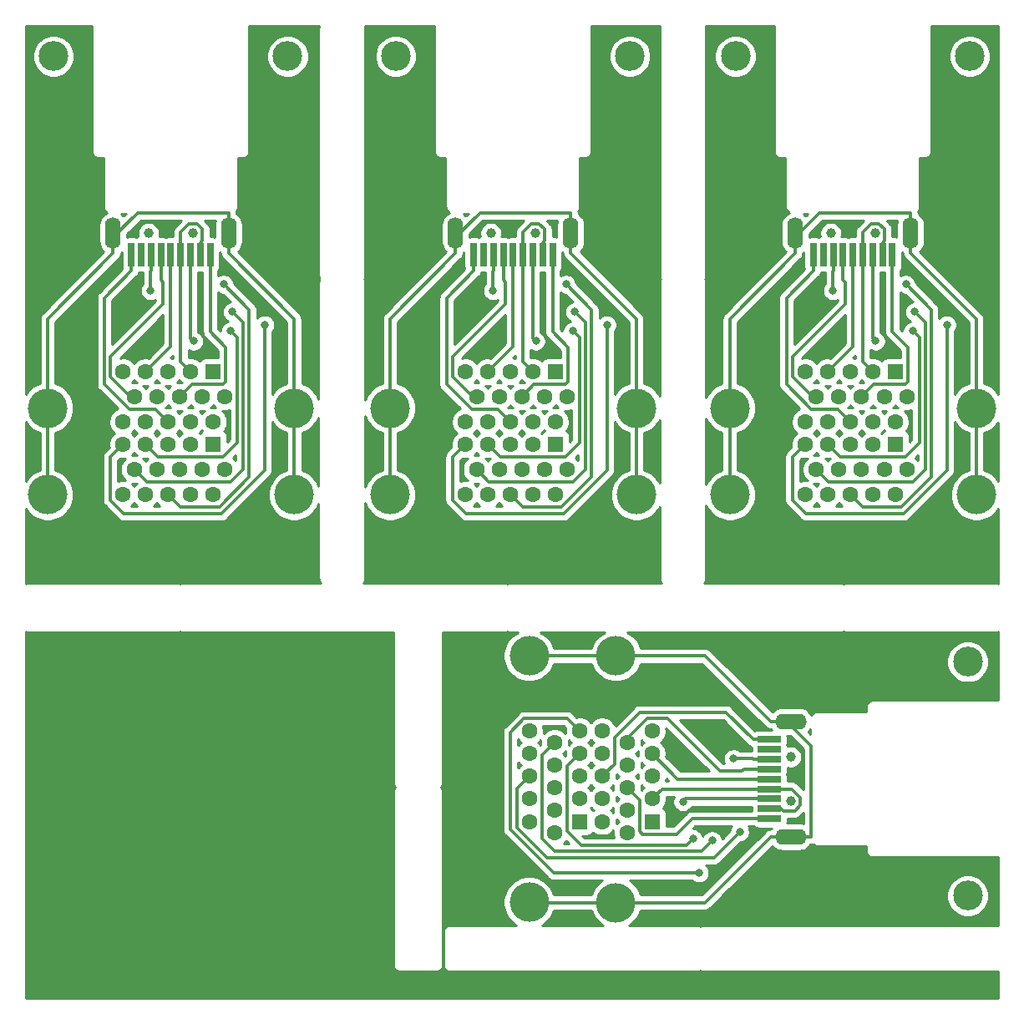
<source format=gbr>
G04 #@! TF.GenerationSoftware,KiCad,Pcbnew,5.1.9-73d0e3b20d~88~ubuntu20.04.1*
G04 #@! TF.CreationDate,2021-06-09T12:04:27-03:00*
G04 #@! TF.ProjectId,adaptador_db15_usb,61646170-7461-4646-9f72-5f646231355f,rev?*
G04 #@! TF.SameCoordinates,Original*
G04 #@! TF.FileFunction,Copper,L1,Top*
G04 #@! TF.FilePolarity,Positive*
%FSLAX46Y46*%
G04 Gerber Fmt 4.6, Leading zero omitted, Abs format (unit mm)*
G04 Created by KiCad (PCBNEW 5.1.9-73d0e3b20d~88~ubuntu20.04.1) date 2021-06-09 12:04:27*
%MOMM*%
%LPD*%
G01*
G04 APERTURE LIST*
G04 #@! TA.AperFunction,SMDPad,CuDef*
%ADD10R,0.700000X2.350000*%
G04 #@! TD*
G04 #@! TA.AperFunction,ComponentPad*
%ADD11O,1.600000X3.200000*%
G04 #@! TD*
G04 #@! TA.AperFunction,ComponentPad*
%ADD12C,1.000000*%
G04 #@! TD*
G04 #@! TA.AperFunction,ComponentPad*
%ADD13C,4.000000*%
G04 #@! TD*
G04 #@! TA.AperFunction,ComponentPad*
%ADD14C,1.600000*%
G04 #@! TD*
G04 #@! TA.AperFunction,ComponentPad*
%ADD15R,1.600000X1.600000*%
G04 #@! TD*
G04 #@! TA.AperFunction,ComponentPad*
%ADD16O,3.200000X1.600000*%
G04 #@! TD*
G04 #@! TA.AperFunction,SMDPad,CuDef*
%ADD17R,2.350000X0.700000*%
G04 #@! TD*
G04 #@! TA.AperFunction,ViaPad*
%ADD18C,3.010000*%
G04 #@! TD*
G04 #@! TA.AperFunction,ViaPad*
%ADD19C,0.800000*%
G04 #@! TD*
G04 #@! TA.AperFunction,Conductor*
%ADD20C,0.304800*%
G04 #@! TD*
G04 #@! TA.AperFunction,NonConductor*
%ADD21C,0.254000*%
G04 #@! TD*
G04 #@! TA.AperFunction,NonConductor*
%ADD22C,0.100000*%
G04 #@! TD*
G04 APERTURE END LIST*
D10*
X156395000Y-64920000D03*
X157395000Y-64920000D03*
X158395000Y-64920000D03*
X159395000Y-64920000D03*
X164395000Y-64920000D03*
X163395000Y-64920000D03*
X162395000Y-64920000D03*
X161395000Y-64920000D03*
X160395000Y-64920000D03*
D11*
X154545000Y-62745000D03*
X166245000Y-62745000D03*
D12*
X158145000Y-62745000D03*
X162645000Y-62745000D03*
D11*
X154545000Y-62745000D03*
X166245000Y-62745000D03*
D13*
X147910000Y-80470000D03*
X147910000Y-89270000D03*
X172910000Y-80480000D03*
X172900000Y-89270000D03*
D14*
X155540000Y-76800000D03*
X156685000Y-79340000D03*
X157830000Y-81880000D03*
X160120000Y-81880000D03*
D15*
X164700000Y-76800000D03*
D14*
X164700000Y-81880000D03*
X163555000Y-79340000D03*
X161265000Y-79340000D03*
X157830000Y-76800000D03*
X155540000Y-81880000D03*
X165845000Y-79340000D03*
X158975000Y-79340000D03*
X160120000Y-76800000D03*
X162410000Y-81880000D03*
X162410000Y-76800000D03*
X155540000Y-89240000D03*
X157830000Y-89240000D03*
X160120000Y-89240000D03*
X162410000Y-89240000D03*
X164700000Y-89240000D03*
X156685000Y-86700000D03*
X158975000Y-86700000D03*
X161265000Y-86700000D03*
X163555000Y-86700000D03*
X165845000Y-86700000D03*
X155540000Y-84160000D03*
X157830000Y-84160000D03*
X160120000Y-84160000D03*
X162410000Y-84160000D03*
D15*
X164700000Y-84160000D03*
D12*
X188545000Y-120325000D03*
X188545000Y-115825000D03*
D16*
X188545000Y-123925000D03*
X188545000Y-112225000D03*
D17*
X186370000Y-118075000D03*
X186370000Y-119075000D03*
X186370000Y-120075000D03*
X186370000Y-121075000D03*
X186370000Y-122075000D03*
X186370000Y-117075000D03*
X186370000Y-116075000D03*
X186370000Y-115075000D03*
X186370000Y-114075000D03*
D16*
X188545000Y-123925000D03*
X188545000Y-112225000D03*
D15*
X167130000Y-122380000D03*
D14*
X167130000Y-120090000D03*
X167130000Y-117800000D03*
X167130000Y-115510000D03*
X167130000Y-113220000D03*
X164590000Y-123525000D03*
X164590000Y-121235000D03*
X164590000Y-118945000D03*
X164590000Y-116655000D03*
X164590000Y-114365000D03*
X162050000Y-122380000D03*
X162050000Y-120090000D03*
X162050000Y-117800000D03*
X162050000Y-115510000D03*
X162050000Y-113220000D03*
X174490000Y-120090000D03*
X169410000Y-120090000D03*
X174490000Y-117800000D03*
X171950000Y-116655000D03*
X171950000Y-123525000D03*
X169410000Y-113220000D03*
X174490000Y-115510000D03*
X171950000Y-118945000D03*
X171950000Y-121235000D03*
X169410000Y-122380000D03*
D15*
X174490000Y-122380000D03*
D14*
X169410000Y-117800000D03*
X169410000Y-115510000D03*
X171950000Y-114365000D03*
X174490000Y-113220000D03*
D13*
X162020000Y-130580000D03*
X170810000Y-130590000D03*
X162020000Y-105590000D03*
X170820000Y-105590000D03*
D10*
X190845000Y-64920000D03*
X191845000Y-64920000D03*
X192845000Y-64920000D03*
X193845000Y-64920000D03*
X198845000Y-64920000D03*
X197845000Y-64920000D03*
X196845000Y-64920000D03*
X195845000Y-64920000D03*
X194845000Y-64920000D03*
D11*
X188995000Y-62745000D03*
X200695000Y-62745000D03*
D12*
X192595000Y-62745000D03*
X197095000Y-62745000D03*
D11*
X188995000Y-62745000D03*
X200695000Y-62745000D03*
D13*
X182360000Y-80470000D03*
X182360000Y-89270000D03*
X207360000Y-80480000D03*
X207350000Y-89270000D03*
D14*
X189990000Y-76800000D03*
X191135000Y-79340000D03*
X192280000Y-81880000D03*
X194570000Y-81880000D03*
D15*
X199150000Y-76800000D03*
D14*
X199150000Y-81880000D03*
X198005000Y-79340000D03*
X195715000Y-79340000D03*
X192280000Y-76800000D03*
X189990000Y-81880000D03*
X200295000Y-79340000D03*
X193425000Y-79340000D03*
X194570000Y-76800000D03*
X196860000Y-81880000D03*
X196860000Y-76800000D03*
X189990000Y-89240000D03*
X192280000Y-89240000D03*
X194570000Y-89240000D03*
X196860000Y-89240000D03*
X199150000Y-89240000D03*
X191135000Y-86700000D03*
X193425000Y-86700000D03*
X195715000Y-86700000D03*
X198005000Y-86700000D03*
X200295000Y-86700000D03*
X189990000Y-84160000D03*
X192280000Y-84160000D03*
X194570000Y-84160000D03*
X196860000Y-84160000D03*
D15*
X199150000Y-84160000D03*
D12*
X127945000Y-62745000D03*
X123445000Y-62745000D03*
D11*
X131545000Y-62745000D03*
X119845000Y-62745000D03*
D10*
X125695000Y-64920000D03*
X126695000Y-64920000D03*
X127695000Y-64920000D03*
X128695000Y-64920000D03*
X129695000Y-64920000D03*
X124695000Y-64920000D03*
X123695000Y-64920000D03*
X122695000Y-64920000D03*
X121695000Y-64920000D03*
D11*
X131545000Y-62745000D03*
X119845000Y-62745000D03*
D15*
X130000000Y-84160000D03*
D14*
X127710000Y-84160000D03*
X125420000Y-84160000D03*
X123130000Y-84160000D03*
X120840000Y-84160000D03*
X131145000Y-86700000D03*
X128855000Y-86700000D03*
X126565000Y-86700000D03*
X124275000Y-86700000D03*
X121985000Y-86700000D03*
X130000000Y-89240000D03*
X127710000Y-89240000D03*
X125420000Y-89240000D03*
X123130000Y-89240000D03*
X120840000Y-89240000D03*
X127710000Y-76800000D03*
X127710000Y-81880000D03*
X125420000Y-76800000D03*
X124275000Y-79340000D03*
X131145000Y-79340000D03*
X120840000Y-81880000D03*
X123130000Y-76800000D03*
X126565000Y-79340000D03*
X128855000Y-79340000D03*
X130000000Y-81880000D03*
D15*
X130000000Y-76800000D03*
D14*
X125420000Y-81880000D03*
X123130000Y-81880000D03*
X121985000Y-79340000D03*
X120840000Y-76800000D03*
D13*
X138200000Y-89270000D03*
X138210000Y-80480000D03*
X113210000Y-89270000D03*
X113210000Y-80470000D03*
D18*
X113800000Y-44800000D03*
X137530000Y-44800000D03*
X182950000Y-44800000D03*
X206680000Y-44800000D03*
X206490000Y-106180000D03*
X206490000Y-129910000D03*
X148500000Y-44800000D03*
X172230000Y-44800000D03*
D19*
X123627400Y-68551000D03*
X192777400Y-68551000D03*
X182739000Y-116007400D03*
X158327400Y-68551000D03*
X128002800Y-73687600D03*
X197152800Y-73687600D03*
X177602400Y-120382800D03*
X162702800Y-73687600D03*
X131738200Y-72675700D03*
X200888200Y-72675700D03*
X178614300Y-124118200D03*
X166438200Y-72675700D03*
X135204500Y-72041100D03*
X204354500Y-72041100D03*
X179248900Y-127584500D03*
X169904500Y-72041100D03*
X131924300Y-70722600D03*
X201074300Y-70722600D03*
X180567400Y-124304300D03*
X166624300Y-70722600D03*
X131063400Y-67920900D03*
X200213400Y-67920900D03*
X183369100Y-123443400D03*
X165763400Y-67920900D03*
D20*
X127710000Y-76800000D02*
X126695000Y-75785000D01*
X126695000Y-75785000D02*
X126695000Y-64920000D01*
X126695000Y-64920000D02*
X126695000Y-62634200D01*
X126695000Y-62634200D02*
X127558300Y-61770900D01*
X127558300Y-61770900D02*
X128326100Y-61770900D01*
X128326100Y-61770900D02*
X128902700Y-62347500D01*
X128902700Y-62347500D02*
X128902700Y-63528200D01*
X128902700Y-63528200D02*
X128695000Y-63735900D01*
X128695000Y-63735900D02*
X128695000Y-64920000D01*
X197476100Y-61770900D02*
X198052700Y-62347500D01*
X198052700Y-62347500D02*
X198052700Y-63528200D01*
X198052700Y-63528200D02*
X197845000Y-63735900D01*
X197845000Y-63735900D02*
X197845000Y-64920000D01*
X196708300Y-61770900D02*
X197476100Y-61770900D01*
X196860000Y-76800000D02*
X195845000Y-75785000D01*
X195845000Y-75785000D02*
X195845000Y-64920000D01*
X195845000Y-64920000D02*
X195845000Y-62634200D01*
X195845000Y-62634200D02*
X196708300Y-61770900D01*
X174490000Y-120090000D02*
X175505000Y-119075000D01*
X175505000Y-119075000D02*
X186370000Y-119075000D01*
X186370000Y-119075000D02*
X188655800Y-119075000D01*
X188655800Y-119075000D02*
X189519100Y-119938300D01*
X187761800Y-121282700D02*
X187554100Y-121075000D01*
X189519100Y-120706100D02*
X188942500Y-121282700D01*
X188942500Y-121282700D02*
X187761800Y-121282700D01*
X187554100Y-121075000D02*
X186370000Y-121075000D01*
X189519100Y-119938300D02*
X189519100Y-120706100D01*
X161395000Y-75785000D02*
X161395000Y-64920000D01*
X161395000Y-64920000D02*
X161395000Y-62634200D01*
X161395000Y-62634200D02*
X162258300Y-61770900D01*
X162410000Y-76800000D02*
X161395000Y-75785000D01*
X163602700Y-63528200D02*
X163395000Y-63735900D01*
X163026100Y-61770900D02*
X163602700Y-62347500D01*
X163602700Y-62347500D02*
X163602700Y-63528200D01*
X163395000Y-63735900D02*
X163395000Y-64920000D01*
X162258300Y-61770900D02*
X163026100Y-61770900D01*
X123130000Y-76800000D02*
X125695000Y-74235000D01*
X125695000Y-74235000D02*
X125695000Y-64920000D01*
X192280000Y-76800000D02*
X194845000Y-74235000D01*
X194845000Y-74235000D02*
X194845000Y-64920000D01*
X174490000Y-115510000D02*
X177055000Y-118075000D01*
X177055000Y-118075000D02*
X186370000Y-118075000D01*
X157830000Y-76800000D02*
X160395000Y-74235000D01*
X160395000Y-74235000D02*
X160395000Y-64920000D01*
X123695000Y-64920000D02*
X123695000Y-66552500D01*
X123627400Y-68551000D02*
X123627400Y-66620100D01*
X123627400Y-66620100D02*
X123695000Y-66552500D01*
X192845000Y-64920000D02*
X192845000Y-66552500D01*
X192777400Y-68551000D02*
X192777400Y-66620100D01*
X192777400Y-66620100D02*
X192845000Y-66552500D01*
X186370000Y-116075000D02*
X184737500Y-116075000D01*
X182739000Y-116007400D02*
X184669900Y-116007400D01*
X184669900Y-116007400D02*
X184737500Y-116075000D01*
X158395000Y-64920000D02*
X158395000Y-66552500D01*
X158327400Y-68551000D02*
X158327400Y-66620100D01*
X158327400Y-66620100D02*
X158395000Y-66552500D01*
X129695000Y-66552500D02*
X129695000Y-72753600D01*
X129695000Y-72753600D02*
X131275500Y-74334100D01*
X131275500Y-74334100D02*
X131275500Y-77803000D01*
X131275500Y-77803000D02*
X130996100Y-78082400D01*
X130996100Y-78082400D02*
X127822600Y-78082400D01*
X127822600Y-78082400D02*
X126565000Y-79340000D01*
X129695000Y-64920000D02*
X129695000Y-66552500D01*
X198845000Y-72753600D02*
X200425500Y-74334100D01*
X200425500Y-74334100D02*
X200425500Y-77803000D01*
X200425500Y-77803000D02*
X200146100Y-78082400D01*
X200146100Y-78082400D02*
X196972600Y-78082400D01*
X198845000Y-66552500D02*
X198845000Y-72753600D01*
X196972600Y-78082400D02*
X195715000Y-79340000D01*
X198845000Y-64920000D02*
X198845000Y-66552500D01*
X173207600Y-120202600D02*
X171950000Y-118945000D01*
X186370000Y-122075000D02*
X184737500Y-122075000D01*
X178536400Y-122075000D02*
X176955900Y-123655500D01*
X176955900Y-123655500D02*
X173487000Y-123655500D01*
X173487000Y-123655500D02*
X173207600Y-123376100D01*
X173207600Y-123376100D02*
X173207600Y-120202600D01*
X184737500Y-122075000D02*
X178536400Y-122075000D01*
X162522600Y-78082400D02*
X161265000Y-79340000D01*
X164395000Y-64920000D02*
X164395000Y-66552500D01*
X164395000Y-72753600D02*
X165975500Y-74334100D01*
X165975500Y-74334100D02*
X165975500Y-77803000D01*
X165975500Y-77803000D02*
X165696100Y-78082400D01*
X165696100Y-78082400D02*
X162522600Y-78082400D01*
X164395000Y-66552500D02*
X164395000Y-72753600D01*
X121985000Y-79340000D02*
X121595800Y-79340000D01*
X121595800Y-79340000D02*
X119573700Y-77317900D01*
X119573700Y-77317900D02*
X119573700Y-75248500D01*
X119573700Y-75248500D02*
X124898400Y-69923800D01*
X124898400Y-69923800D02*
X124898400Y-67687600D01*
X124898400Y-67687600D02*
X124695000Y-67484200D01*
X124695000Y-67484200D02*
X124695000Y-64920000D01*
X191135000Y-79340000D02*
X190745800Y-79340000D01*
X190745800Y-79340000D02*
X188723700Y-77317900D01*
X188723700Y-77317900D02*
X188723700Y-75248500D01*
X188723700Y-75248500D02*
X194048400Y-69923800D01*
X194048400Y-69923800D02*
X194048400Y-67687600D01*
X194048400Y-67687600D02*
X193845000Y-67484200D01*
X193845000Y-67484200D02*
X193845000Y-64920000D01*
X171950000Y-114365000D02*
X171950000Y-113975800D01*
X171950000Y-113975800D02*
X173972100Y-111953700D01*
X173972100Y-111953700D02*
X176041500Y-111953700D01*
X176041500Y-111953700D02*
X181366200Y-117278400D01*
X181366200Y-117278400D02*
X183602400Y-117278400D01*
X183602400Y-117278400D02*
X183805800Y-117075000D01*
X183805800Y-117075000D02*
X186370000Y-117075000D01*
X156685000Y-79340000D02*
X156295800Y-79340000D01*
X156295800Y-79340000D02*
X154273700Y-77317900D01*
X154273700Y-77317900D02*
X154273700Y-75248500D01*
X154273700Y-75248500D02*
X159598400Y-69923800D01*
X159598400Y-69923800D02*
X159598400Y-67687600D01*
X159598400Y-67687600D02*
X159395000Y-67484200D01*
X159395000Y-67484200D02*
X159395000Y-64920000D01*
X121695000Y-64920000D02*
X121695000Y-66552500D01*
X125420000Y-81880000D02*
X124162400Y-80622400D01*
X124162400Y-80622400D02*
X121484200Y-80622400D01*
X121484200Y-80622400D02*
X118954600Y-78092800D01*
X118954600Y-78092800D02*
X118954600Y-69292900D01*
X118954600Y-69292900D02*
X121695000Y-66552500D01*
X188104600Y-69292900D02*
X190845000Y-66552500D01*
X190845000Y-64920000D02*
X190845000Y-66552500D01*
X194570000Y-81880000D02*
X193312400Y-80622400D01*
X193312400Y-80622400D02*
X190634200Y-80622400D01*
X190634200Y-80622400D02*
X188104600Y-78092800D01*
X188104600Y-78092800D02*
X188104600Y-69292900D01*
X186370000Y-114075000D02*
X184737500Y-114075000D01*
X169410000Y-117800000D02*
X170667600Y-116542400D01*
X170667600Y-116542400D02*
X170667600Y-113864200D01*
X170667600Y-113864200D02*
X173197200Y-111334600D01*
X173197200Y-111334600D02*
X181997100Y-111334600D01*
X181997100Y-111334600D02*
X184737500Y-114075000D01*
X156184200Y-80622400D02*
X153654600Y-78092800D01*
X153654600Y-78092800D02*
X153654600Y-69292900D01*
X153654600Y-69292900D02*
X156395000Y-66552500D01*
X156395000Y-64920000D02*
X156395000Y-66552500D01*
X160120000Y-81880000D02*
X158862400Y-80622400D01*
X158862400Y-80622400D02*
X156184200Y-80622400D01*
X127695000Y-64920000D02*
X127695000Y-73379800D01*
X127695000Y-73379800D02*
X128002800Y-73687600D01*
X196845000Y-64920000D02*
X196845000Y-73379800D01*
X196845000Y-73379800D02*
X197152800Y-73687600D01*
X186370000Y-120075000D02*
X177910200Y-120075000D01*
X177910200Y-120075000D02*
X177602400Y-120382800D01*
X162395000Y-64920000D02*
X162395000Y-73379800D01*
X162395000Y-73379800D02*
X162702800Y-73687600D01*
X123130000Y-84160000D02*
X124400000Y-85430000D01*
X124400000Y-85430000D02*
X130986000Y-85430000D01*
X130986000Y-85430000D02*
X132415800Y-84000200D01*
X132415800Y-84000200D02*
X132415800Y-73353300D01*
X132415800Y-73353300D02*
X131738200Y-72675700D01*
X192280000Y-84160000D02*
X193550000Y-85430000D01*
X193550000Y-85430000D02*
X200136000Y-85430000D01*
X200136000Y-85430000D02*
X201565800Y-84000200D01*
X201565800Y-84000200D02*
X201565800Y-73353300D01*
X201565800Y-73353300D02*
X200888200Y-72675700D01*
X167130000Y-115510000D02*
X165860000Y-116780000D01*
X165860000Y-116780000D02*
X165860000Y-123366000D01*
X165860000Y-123366000D02*
X167289800Y-124795800D01*
X167289800Y-124795800D02*
X177936700Y-124795800D01*
X177936700Y-124795800D02*
X178614300Y-124118200D01*
X157830000Y-84160000D02*
X159100000Y-85430000D01*
X165686000Y-85430000D02*
X167115800Y-84000200D01*
X167115800Y-84000200D02*
X167115800Y-73353300D01*
X167115800Y-73353300D02*
X166438200Y-72675700D01*
X159100000Y-85430000D02*
X165686000Y-85430000D01*
X120840000Y-84160000D02*
X119546900Y-85453100D01*
X119546900Y-85453100D02*
X119546900Y-89784700D01*
X119546900Y-89784700D02*
X120941800Y-91179600D01*
X120941800Y-91179600D02*
X130816300Y-91179600D01*
X130816300Y-91179600D02*
X135204500Y-86791400D01*
X135204500Y-86791400D02*
X135204500Y-72041100D01*
X189990000Y-84160000D02*
X188696900Y-85453100D01*
X188696900Y-85453100D02*
X188696900Y-89784700D01*
X190091800Y-91179600D02*
X199966300Y-91179600D01*
X199966300Y-91179600D02*
X204354500Y-86791400D01*
X204354500Y-86791400D02*
X204354500Y-72041100D01*
X188696900Y-89784700D02*
X190091800Y-91179600D01*
X160110400Y-113321800D02*
X160110400Y-123196300D01*
X167130000Y-113220000D02*
X165836900Y-111926900D01*
X165836900Y-111926900D02*
X161505300Y-111926900D01*
X161505300Y-111926900D02*
X160110400Y-113321800D01*
X160110400Y-123196300D02*
X164498600Y-127584500D01*
X164498600Y-127584500D02*
X179248900Y-127584500D01*
X155641800Y-91179600D02*
X165516300Y-91179600D01*
X155540000Y-84160000D02*
X154246900Y-85453100D01*
X154246900Y-85453100D02*
X154246900Y-89784700D01*
X154246900Y-89784700D02*
X155641800Y-91179600D01*
X165516300Y-91179600D02*
X169904500Y-86791400D01*
X169904500Y-86791400D02*
X169904500Y-72041100D01*
X121985000Y-86700000D02*
X123242600Y-87957600D01*
X123242600Y-87957600D02*
X131734800Y-87957600D01*
X131734800Y-87957600D02*
X133025800Y-86666600D01*
X133025800Y-86666600D02*
X133025800Y-71824100D01*
X133025800Y-71824100D02*
X131924300Y-70722600D01*
X191135000Y-86700000D02*
X192392600Y-87957600D01*
X192392600Y-87957600D02*
X200884800Y-87957600D01*
X200884800Y-87957600D02*
X202175800Y-86666600D01*
X202175800Y-86666600D02*
X202175800Y-71824100D01*
X202175800Y-71824100D02*
X201074300Y-70722600D01*
X163332400Y-115622600D02*
X163332400Y-124114800D01*
X163332400Y-124114800D02*
X164623400Y-125405800D01*
X164623400Y-125405800D02*
X179465900Y-125405800D01*
X179465900Y-125405800D02*
X180567400Y-124304300D01*
X164590000Y-114365000D02*
X163332400Y-115622600D01*
X157942600Y-87957600D02*
X166434800Y-87957600D01*
X166434800Y-87957600D02*
X167725800Y-86666600D01*
X167725800Y-86666600D02*
X167725800Y-71824100D01*
X167725800Y-71824100D02*
X166624300Y-70722600D01*
X156685000Y-86700000D02*
X157942600Y-87957600D01*
X125420000Y-89240000D02*
X126693800Y-90513800D01*
X126693800Y-90513800D02*
X130608200Y-90513800D01*
X130608200Y-90513800D02*
X133644800Y-87477200D01*
X133644800Y-87477200D02*
X133644800Y-70502300D01*
X133644800Y-70502300D02*
X131063400Y-67920900D01*
X195843800Y-90513800D02*
X199758200Y-90513800D01*
X199758200Y-90513800D02*
X202794800Y-87477200D01*
X202794800Y-87477200D02*
X202794800Y-70502300D01*
X202794800Y-70502300D02*
X200213400Y-67920900D01*
X194570000Y-89240000D02*
X195843800Y-90513800D01*
X162050000Y-117800000D02*
X160776200Y-119073800D01*
X160776200Y-119073800D02*
X160776200Y-122988200D01*
X160776200Y-122988200D02*
X163812800Y-126024800D01*
X163812800Y-126024800D02*
X180787700Y-126024800D01*
X180787700Y-126024800D02*
X183369100Y-123443400D01*
X160120000Y-89240000D02*
X161393800Y-90513800D01*
X161393800Y-90513800D02*
X165308200Y-90513800D01*
X165308200Y-90513800D02*
X168344800Y-87477200D01*
X168344800Y-87477200D02*
X168344800Y-70502300D01*
X168344800Y-70502300D02*
X165763400Y-67920900D01*
X131545000Y-62745000D02*
X131545000Y-60687500D01*
X119845000Y-63168700D02*
X122326200Y-60687500D01*
X122326200Y-60687500D02*
X131545000Y-60687500D01*
X119845000Y-63168700D02*
X119845000Y-64802500D01*
X119845000Y-62745000D02*
X119845000Y-63168700D01*
X131545000Y-62745000D02*
X131545000Y-64802500D01*
X131545000Y-64802500D02*
X138210000Y-71467500D01*
X138210000Y-71467500D02*
X138210000Y-80480000D01*
X138200000Y-89270000D02*
X138210000Y-89260000D01*
X138210000Y-89260000D02*
X138210000Y-80480000D01*
X113210000Y-80470000D02*
X113210000Y-71437500D01*
X113210000Y-71437500D02*
X119845000Y-64802500D01*
X113210000Y-89270000D02*
X113210000Y-80470000D01*
X182360000Y-89270000D02*
X182360000Y-80470000D01*
X200695000Y-62745000D02*
X200695000Y-60687500D01*
X207360000Y-71467500D02*
X207360000Y-80480000D01*
X207350000Y-89270000D02*
X207360000Y-89260000D01*
X207360000Y-89260000D02*
X207360000Y-80480000D01*
X182360000Y-80470000D02*
X182360000Y-71437500D01*
X182360000Y-71437500D02*
X188995000Y-64802500D01*
X188995000Y-63168700D02*
X191476200Y-60687500D01*
X191476200Y-60687500D02*
X200695000Y-60687500D01*
X188995000Y-63168700D02*
X188995000Y-64802500D01*
X188995000Y-62745000D02*
X188995000Y-63168700D01*
X200695000Y-62745000D02*
X200695000Y-64802500D01*
X200695000Y-64802500D02*
X207360000Y-71467500D01*
X188121300Y-112225000D02*
X190602500Y-114706200D01*
X190602500Y-114706200D02*
X190602500Y-123925000D01*
X188121300Y-112225000D02*
X186487500Y-112225000D01*
X188545000Y-112225000D02*
X188121300Y-112225000D01*
X188545000Y-123925000D02*
X186487500Y-123925000D01*
X186487500Y-123925000D02*
X179822500Y-130590000D01*
X188545000Y-123925000D02*
X190602500Y-123925000D01*
X179822500Y-130590000D02*
X170810000Y-130590000D01*
X162020000Y-130580000D02*
X162030000Y-130590000D01*
X162030000Y-130590000D02*
X170810000Y-130590000D01*
X170820000Y-105590000D02*
X179852500Y-105590000D01*
X179852500Y-105590000D02*
X186487500Y-112225000D01*
X162020000Y-105590000D02*
X170820000Y-105590000D01*
X154545000Y-63168700D02*
X157026200Y-60687500D01*
X154545000Y-62745000D02*
X154545000Y-63168700D01*
X166245000Y-62745000D02*
X166245000Y-64802500D01*
X166245000Y-64802500D02*
X172910000Y-71467500D01*
X166245000Y-62745000D02*
X166245000Y-60687500D01*
X172910000Y-71467500D02*
X172910000Y-80480000D01*
X172900000Y-89270000D02*
X172910000Y-89260000D01*
X172910000Y-89260000D02*
X172910000Y-80480000D01*
X147910000Y-80470000D02*
X147910000Y-71437500D01*
X147910000Y-71437500D02*
X154545000Y-64802500D01*
X147910000Y-89270000D02*
X147910000Y-80470000D01*
X157026200Y-60687500D02*
X166245000Y-60687500D01*
X154545000Y-63168700D02*
X154545000Y-64802500D01*
D21*
X159896980Y-103159128D02*
X160030816Y-103199727D01*
X160170000Y-103213435D01*
X160204877Y-103210000D01*
X160880240Y-103210000D01*
X160771859Y-103254893D01*
X160340285Y-103543262D01*
X159973262Y-103910285D01*
X159684893Y-104341859D01*
X159486261Y-104821399D01*
X159385000Y-105330475D01*
X159385000Y-105849525D01*
X159486261Y-106358601D01*
X159684893Y-106838141D01*
X159973262Y-107269715D01*
X160340285Y-107636738D01*
X160771859Y-107925107D01*
X161251399Y-108123739D01*
X161760475Y-108225000D01*
X162279525Y-108225000D01*
X162788601Y-108123739D01*
X163268141Y-107925107D01*
X163699715Y-107636738D01*
X164066738Y-107269715D01*
X164355107Y-106838141D01*
X164545952Y-106377400D01*
X168294048Y-106377400D01*
X168484893Y-106838141D01*
X168773262Y-107269715D01*
X169140285Y-107636738D01*
X169571859Y-107925107D01*
X170051399Y-108123739D01*
X170560475Y-108225000D01*
X171079525Y-108225000D01*
X171588601Y-108123739D01*
X172068141Y-107925107D01*
X172499715Y-107636738D01*
X172866738Y-107269715D01*
X173155107Y-106838141D01*
X173345952Y-106377400D01*
X179526350Y-106377400D01*
X185903377Y-112754428D01*
X185928031Y-112784469D01*
X186047928Y-112882866D01*
X186184717Y-112955982D01*
X186333143Y-113001006D01*
X186448827Y-113012400D01*
X186448837Y-113012400D01*
X186487500Y-113016208D01*
X186526163Y-113012400D01*
X186538745Y-113012400D01*
X186546068Y-113026101D01*
X186595987Y-113086928D01*
X185195000Y-113086928D01*
X185070518Y-113099188D01*
X184950820Y-113135498D01*
X184925228Y-113149177D01*
X182581228Y-110805178D01*
X182556569Y-110775131D01*
X182436672Y-110676734D01*
X182299883Y-110603618D01*
X182151457Y-110558594D01*
X182035773Y-110547200D01*
X182035763Y-110547200D01*
X181997100Y-110543392D01*
X181958437Y-110547200D01*
X173235865Y-110547200D01*
X173197200Y-110543392D01*
X173158535Y-110547200D01*
X173158527Y-110547200D01*
X173042843Y-110558594D01*
X172894417Y-110603618D01*
X172757628Y-110676734D01*
X172667770Y-110750478D01*
X172667767Y-110750481D01*
X172637731Y-110775131D01*
X172613081Y-110805167D01*
X170739174Y-112679076D01*
X170681680Y-112540273D01*
X170524637Y-112305241D01*
X170324759Y-112105363D01*
X170089727Y-111948320D01*
X169828574Y-111840147D01*
X169551335Y-111785000D01*
X169268665Y-111785000D01*
X168991426Y-111840147D01*
X168730273Y-111948320D01*
X168495241Y-112105363D01*
X168295363Y-112305241D01*
X168270000Y-112343199D01*
X168244637Y-112305241D01*
X168044759Y-112105363D01*
X167809727Y-111948320D01*
X167548574Y-111840147D01*
X167271335Y-111785000D01*
X166988665Y-111785000D01*
X166838434Y-111814883D01*
X166421027Y-111397477D01*
X166396369Y-111367431D01*
X166276472Y-111269034D01*
X166139683Y-111195918D01*
X165991257Y-111150894D01*
X165875573Y-111139500D01*
X165875563Y-111139500D01*
X165836900Y-111135692D01*
X165798237Y-111139500D01*
X161543962Y-111139500D01*
X161505299Y-111135692D01*
X161466636Y-111139500D01*
X161466627Y-111139500D01*
X161350943Y-111150894D01*
X161202517Y-111195918D01*
X161065728Y-111269034D01*
X161065726Y-111269035D01*
X161065727Y-111269035D01*
X160975869Y-111342779D01*
X160975867Y-111342781D01*
X160945831Y-111367431D01*
X160921181Y-111397467D01*
X159580977Y-112737673D01*
X159550931Y-112762331D01*
X159452534Y-112882229D01*
X159379418Y-113019018D01*
X159334394Y-113167444D01*
X159323000Y-113283128D01*
X159323000Y-113283137D01*
X159319192Y-113321800D01*
X159323000Y-113360463D01*
X159323001Y-123157627D01*
X159319192Y-123196300D01*
X159334395Y-123350657D01*
X159379418Y-123499082D01*
X159411302Y-123558731D01*
X159452535Y-123635872D01*
X159550932Y-123755769D01*
X159580973Y-123780423D01*
X163914477Y-128113928D01*
X163939131Y-128143969D01*
X163969170Y-128168621D01*
X164059027Y-128242366D01*
X164195817Y-128315482D01*
X164344243Y-128360506D01*
X164459927Y-128371900D01*
X164459937Y-128371900D01*
X164498600Y-128375708D01*
X164537263Y-128371900D01*
X169386746Y-128371900D01*
X169130285Y-128543262D01*
X168763262Y-128910285D01*
X168474893Y-129341859D01*
X168284048Y-129802600D01*
X164550094Y-129802600D01*
X164355107Y-129331859D01*
X164066738Y-128900285D01*
X163699715Y-128533262D01*
X163268141Y-128244893D01*
X162788601Y-128046261D01*
X162279525Y-127945000D01*
X161760475Y-127945000D01*
X161251399Y-128046261D01*
X160771859Y-128244893D01*
X160340285Y-128533262D01*
X159973262Y-128900285D01*
X159684893Y-129331859D01*
X159486261Y-129811399D01*
X159385000Y-130320475D01*
X159385000Y-130839525D01*
X159486261Y-131348601D01*
X159684893Y-131828141D01*
X159973262Y-132259715D01*
X160340285Y-132626738D01*
X160719318Y-132880000D01*
X154064877Y-132880000D01*
X154030000Y-132876565D01*
X153995123Y-132880000D01*
X153890816Y-132890273D01*
X153756980Y-132930872D01*
X153633637Y-132996800D01*
X153525525Y-133085525D01*
X153436800Y-133193637D01*
X153370872Y-133316980D01*
X153330273Y-133450816D01*
X153316565Y-133590000D01*
X153320001Y-133624887D01*
X153320000Y-136855123D01*
X153316565Y-136890000D01*
X153330273Y-137029184D01*
X153370872Y-137163020D01*
X153436800Y-137286363D01*
X153525525Y-137394475D01*
X153633637Y-137483200D01*
X153756980Y-137549128D01*
X153890816Y-137589727D01*
X154030000Y-137603435D01*
X154064877Y-137600000D01*
X178995123Y-137600000D01*
X179030000Y-137603435D01*
X179064877Y-137600000D01*
X179169184Y-137589727D01*
X179303020Y-137549128D01*
X179380000Y-137507981D01*
X179456980Y-137549128D01*
X179590816Y-137589727D01*
X179730000Y-137603435D01*
X179764877Y-137600000D01*
X209235123Y-137600000D01*
X209270000Y-137603435D01*
X209304877Y-137600000D01*
X209409184Y-137589727D01*
X209543020Y-137549128D01*
X209560001Y-137540052D01*
X209560001Y-140310000D01*
X110980000Y-140310000D01*
X110980000Y-103150052D01*
X110996980Y-103159128D01*
X111130816Y-103199727D01*
X111270000Y-103213435D01*
X111304877Y-103210000D01*
X126235123Y-103210000D01*
X126270000Y-103213435D01*
X126304877Y-103210000D01*
X126409184Y-103199727D01*
X126543020Y-103159128D01*
X126620000Y-103117981D01*
X126696980Y-103159128D01*
X126830816Y-103199727D01*
X126970000Y-103213435D01*
X127004877Y-103210000D01*
X148275688Y-103210000D01*
X148260273Y-103260816D01*
X148246565Y-103400000D01*
X148250001Y-103434887D01*
X148250000Y-118365123D01*
X148246565Y-118400000D01*
X148260273Y-118539184D01*
X148300872Y-118673020D01*
X148366800Y-118796363D01*
X148455525Y-118904475D01*
X148456165Y-118905000D01*
X148455525Y-118905525D01*
X148366800Y-119013637D01*
X148300872Y-119136980D01*
X148260273Y-119270816D01*
X148246565Y-119410000D01*
X148250001Y-119444887D01*
X148250000Y-136855123D01*
X148246565Y-136890000D01*
X148260273Y-137029184D01*
X148300872Y-137163020D01*
X148366800Y-137286363D01*
X148455525Y-137394475D01*
X148563637Y-137483200D01*
X148686980Y-137549128D01*
X148820816Y-137589727D01*
X148960000Y-137603435D01*
X148994877Y-137600000D01*
X152525123Y-137600000D01*
X152560000Y-137603435D01*
X152594877Y-137600000D01*
X152699184Y-137589727D01*
X152833020Y-137549128D01*
X152956363Y-137483200D01*
X153064475Y-137394475D01*
X153153200Y-137286363D01*
X153219128Y-137163020D01*
X153259727Y-137029184D01*
X153273435Y-136890000D01*
X153270000Y-136855123D01*
X153270000Y-119444877D01*
X153273435Y-119410000D01*
X153259727Y-119270816D01*
X153219128Y-119136980D01*
X153153200Y-119013637D01*
X153064475Y-118905525D01*
X153063835Y-118905000D01*
X153064475Y-118904475D01*
X153153200Y-118796363D01*
X153219128Y-118673020D01*
X153259727Y-118539184D01*
X153273435Y-118400000D01*
X153270000Y-118365123D01*
X153270000Y-103434877D01*
X153273435Y-103400000D01*
X153259727Y-103260816D01*
X153244312Y-103210000D01*
X159435123Y-103210000D01*
X159470000Y-103213435D01*
X159504877Y-103210000D01*
X159609184Y-103199727D01*
X159743020Y-103159128D01*
X159820000Y-103117981D01*
X159896980Y-103159128D01*
G04 #@! TA.AperFunction,NonConductor*
D22*
G36*
X159896980Y-103159128D02*
G01*
X160030816Y-103199727D01*
X160170000Y-103213435D01*
X160204877Y-103210000D01*
X160880240Y-103210000D01*
X160771859Y-103254893D01*
X160340285Y-103543262D01*
X159973262Y-103910285D01*
X159684893Y-104341859D01*
X159486261Y-104821399D01*
X159385000Y-105330475D01*
X159385000Y-105849525D01*
X159486261Y-106358601D01*
X159684893Y-106838141D01*
X159973262Y-107269715D01*
X160340285Y-107636738D01*
X160771859Y-107925107D01*
X161251399Y-108123739D01*
X161760475Y-108225000D01*
X162279525Y-108225000D01*
X162788601Y-108123739D01*
X163268141Y-107925107D01*
X163699715Y-107636738D01*
X164066738Y-107269715D01*
X164355107Y-106838141D01*
X164545952Y-106377400D01*
X168294048Y-106377400D01*
X168484893Y-106838141D01*
X168773262Y-107269715D01*
X169140285Y-107636738D01*
X169571859Y-107925107D01*
X170051399Y-108123739D01*
X170560475Y-108225000D01*
X171079525Y-108225000D01*
X171588601Y-108123739D01*
X172068141Y-107925107D01*
X172499715Y-107636738D01*
X172866738Y-107269715D01*
X173155107Y-106838141D01*
X173345952Y-106377400D01*
X179526350Y-106377400D01*
X185903377Y-112754428D01*
X185928031Y-112784469D01*
X186047928Y-112882866D01*
X186184717Y-112955982D01*
X186333143Y-113001006D01*
X186448827Y-113012400D01*
X186448837Y-113012400D01*
X186487500Y-113016208D01*
X186526163Y-113012400D01*
X186538745Y-113012400D01*
X186546068Y-113026101D01*
X186595987Y-113086928D01*
X185195000Y-113086928D01*
X185070518Y-113099188D01*
X184950820Y-113135498D01*
X184925228Y-113149177D01*
X182581228Y-110805178D01*
X182556569Y-110775131D01*
X182436672Y-110676734D01*
X182299883Y-110603618D01*
X182151457Y-110558594D01*
X182035773Y-110547200D01*
X182035763Y-110547200D01*
X181997100Y-110543392D01*
X181958437Y-110547200D01*
X173235865Y-110547200D01*
X173197200Y-110543392D01*
X173158535Y-110547200D01*
X173158527Y-110547200D01*
X173042843Y-110558594D01*
X172894417Y-110603618D01*
X172757628Y-110676734D01*
X172667770Y-110750478D01*
X172667767Y-110750481D01*
X172637731Y-110775131D01*
X172613081Y-110805167D01*
X170739174Y-112679076D01*
X170681680Y-112540273D01*
X170524637Y-112305241D01*
X170324759Y-112105363D01*
X170089727Y-111948320D01*
X169828574Y-111840147D01*
X169551335Y-111785000D01*
X169268665Y-111785000D01*
X168991426Y-111840147D01*
X168730273Y-111948320D01*
X168495241Y-112105363D01*
X168295363Y-112305241D01*
X168270000Y-112343199D01*
X168244637Y-112305241D01*
X168044759Y-112105363D01*
X167809727Y-111948320D01*
X167548574Y-111840147D01*
X167271335Y-111785000D01*
X166988665Y-111785000D01*
X166838434Y-111814883D01*
X166421027Y-111397477D01*
X166396369Y-111367431D01*
X166276472Y-111269034D01*
X166139683Y-111195918D01*
X165991257Y-111150894D01*
X165875573Y-111139500D01*
X165875563Y-111139500D01*
X165836900Y-111135692D01*
X165798237Y-111139500D01*
X161543962Y-111139500D01*
X161505299Y-111135692D01*
X161466636Y-111139500D01*
X161466627Y-111139500D01*
X161350943Y-111150894D01*
X161202517Y-111195918D01*
X161065728Y-111269034D01*
X161065726Y-111269035D01*
X161065727Y-111269035D01*
X160975869Y-111342779D01*
X160975867Y-111342781D01*
X160945831Y-111367431D01*
X160921181Y-111397467D01*
X159580977Y-112737673D01*
X159550931Y-112762331D01*
X159452534Y-112882229D01*
X159379418Y-113019018D01*
X159334394Y-113167444D01*
X159323000Y-113283128D01*
X159323000Y-113283137D01*
X159319192Y-113321800D01*
X159323000Y-113360463D01*
X159323001Y-123157627D01*
X159319192Y-123196300D01*
X159334395Y-123350657D01*
X159379418Y-123499082D01*
X159411302Y-123558731D01*
X159452535Y-123635872D01*
X159550932Y-123755769D01*
X159580973Y-123780423D01*
X163914477Y-128113928D01*
X163939131Y-128143969D01*
X163969170Y-128168621D01*
X164059027Y-128242366D01*
X164195817Y-128315482D01*
X164344243Y-128360506D01*
X164459927Y-128371900D01*
X164459937Y-128371900D01*
X164498600Y-128375708D01*
X164537263Y-128371900D01*
X169386746Y-128371900D01*
X169130285Y-128543262D01*
X168763262Y-128910285D01*
X168474893Y-129341859D01*
X168284048Y-129802600D01*
X164550094Y-129802600D01*
X164355107Y-129331859D01*
X164066738Y-128900285D01*
X163699715Y-128533262D01*
X163268141Y-128244893D01*
X162788601Y-128046261D01*
X162279525Y-127945000D01*
X161760475Y-127945000D01*
X161251399Y-128046261D01*
X160771859Y-128244893D01*
X160340285Y-128533262D01*
X159973262Y-128900285D01*
X159684893Y-129331859D01*
X159486261Y-129811399D01*
X159385000Y-130320475D01*
X159385000Y-130839525D01*
X159486261Y-131348601D01*
X159684893Y-131828141D01*
X159973262Y-132259715D01*
X160340285Y-132626738D01*
X160719318Y-132880000D01*
X154064877Y-132880000D01*
X154030000Y-132876565D01*
X153995123Y-132880000D01*
X153890816Y-132890273D01*
X153756980Y-132930872D01*
X153633637Y-132996800D01*
X153525525Y-133085525D01*
X153436800Y-133193637D01*
X153370872Y-133316980D01*
X153330273Y-133450816D01*
X153316565Y-133590000D01*
X153320001Y-133624887D01*
X153320000Y-136855123D01*
X153316565Y-136890000D01*
X153330273Y-137029184D01*
X153370872Y-137163020D01*
X153436800Y-137286363D01*
X153525525Y-137394475D01*
X153633637Y-137483200D01*
X153756980Y-137549128D01*
X153890816Y-137589727D01*
X154030000Y-137603435D01*
X154064877Y-137600000D01*
X178995123Y-137600000D01*
X179030000Y-137603435D01*
X179064877Y-137600000D01*
X179169184Y-137589727D01*
X179303020Y-137549128D01*
X179380000Y-137507981D01*
X179456980Y-137549128D01*
X179590816Y-137589727D01*
X179730000Y-137603435D01*
X179764877Y-137600000D01*
X209235123Y-137600000D01*
X209270000Y-137603435D01*
X209304877Y-137600000D01*
X209409184Y-137589727D01*
X209543020Y-137549128D01*
X209560001Y-137540052D01*
X209560001Y-140310000D01*
X110980000Y-140310000D01*
X110980000Y-103150052D01*
X110996980Y-103159128D01*
X111130816Y-103199727D01*
X111270000Y-103213435D01*
X111304877Y-103210000D01*
X126235123Y-103210000D01*
X126270000Y-103213435D01*
X126304877Y-103210000D01*
X126409184Y-103199727D01*
X126543020Y-103159128D01*
X126620000Y-103117981D01*
X126696980Y-103159128D01*
X126830816Y-103199727D01*
X126970000Y-103213435D01*
X127004877Y-103210000D01*
X148275688Y-103210000D01*
X148260273Y-103260816D01*
X148246565Y-103400000D01*
X148250001Y-103434887D01*
X148250000Y-118365123D01*
X148246565Y-118400000D01*
X148260273Y-118539184D01*
X148300872Y-118673020D01*
X148366800Y-118796363D01*
X148455525Y-118904475D01*
X148456165Y-118905000D01*
X148455525Y-118905525D01*
X148366800Y-119013637D01*
X148300872Y-119136980D01*
X148260273Y-119270816D01*
X148246565Y-119410000D01*
X148250001Y-119444887D01*
X148250000Y-136855123D01*
X148246565Y-136890000D01*
X148260273Y-137029184D01*
X148300872Y-137163020D01*
X148366800Y-137286363D01*
X148455525Y-137394475D01*
X148563637Y-137483200D01*
X148686980Y-137549128D01*
X148820816Y-137589727D01*
X148960000Y-137603435D01*
X148994877Y-137600000D01*
X152525123Y-137600000D01*
X152560000Y-137603435D01*
X152594877Y-137600000D01*
X152699184Y-137589727D01*
X152833020Y-137549128D01*
X152956363Y-137483200D01*
X153064475Y-137394475D01*
X153153200Y-137286363D01*
X153219128Y-137163020D01*
X153259727Y-137029184D01*
X153273435Y-136890000D01*
X153270000Y-136855123D01*
X153270000Y-119444877D01*
X153273435Y-119410000D01*
X153259727Y-119270816D01*
X153219128Y-119136980D01*
X153153200Y-119013637D01*
X153064475Y-118905525D01*
X153063835Y-118905000D01*
X153064475Y-118904475D01*
X153153200Y-118796363D01*
X153219128Y-118673020D01*
X153259727Y-118539184D01*
X153273435Y-118400000D01*
X153270000Y-118365123D01*
X153270000Y-103434877D01*
X153273435Y-103400000D01*
X153259727Y-103260816D01*
X153244312Y-103210000D01*
X159435123Y-103210000D01*
X159470000Y-103213435D01*
X159504877Y-103210000D01*
X159609184Y-103199727D01*
X159743020Y-103159128D01*
X159820000Y-103117981D01*
X159896980Y-103159128D01*
G37*
G04 #@! TD.AperFunction*
D21*
X190848637Y-124743200D02*
X190971980Y-124809128D01*
X191105816Y-124849727D01*
X191210123Y-124860000D01*
X191245000Y-124863435D01*
X191279877Y-124860000D01*
X196160000Y-124860000D01*
X196160000Y-125265122D01*
X196156565Y-125300000D01*
X196170273Y-125439184D01*
X196210872Y-125573020D01*
X196276800Y-125696363D01*
X196365525Y-125804475D01*
X196473637Y-125893200D01*
X196596980Y-125959128D01*
X196730816Y-125999727D01*
X196870000Y-126013435D01*
X196904877Y-126010000D01*
X209560001Y-126010000D01*
X209560000Y-132939948D01*
X209543020Y-132930872D01*
X209409184Y-132890273D01*
X209304877Y-132880000D01*
X209270000Y-132876565D01*
X209235123Y-132880000D01*
X179764877Y-132880000D01*
X179730000Y-132876565D01*
X179695123Y-132880000D01*
X179590816Y-132890273D01*
X179456980Y-132930872D01*
X179380000Y-132972019D01*
X179303020Y-132930872D01*
X179169184Y-132890273D01*
X179064877Y-132880000D01*
X179030000Y-132876565D01*
X178995123Y-132880000D01*
X172125648Y-132880000D01*
X172489715Y-132636738D01*
X172856738Y-132269715D01*
X173145107Y-131838141D01*
X173335952Y-131377400D01*
X179783837Y-131377400D01*
X179822500Y-131381208D01*
X179861163Y-131377400D01*
X179861173Y-131377400D01*
X179976857Y-131366006D01*
X180125283Y-131320982D01*
X180262072Y-131247866D01*
X180381969Y-131149469D01*
X180406628Y-131119422D01*
X181826822Y-129699228D01*
X204350000Y-129699228D01*
X204350000Y-130120772D01*
X204432239Y-130534215D01*
X204593556Y-130923670D01*
X204827753Y-131274171D01*
X205125829Y-131572247D01*
X205476330Y-131806444D01*
X205865785Y-131967761D01*
X206279228Y-132050000D01*
X206700772Y-132050000D01*
X207114215Y-131967761D01*
X207503670Y-131806444D01*
X207854171Y-131572247D01*
X208152247Y-131274171D01*
X208386444Y-130923670D01*
X208547761Y-130534215D01*
X208630000Y-130120772D01*
X208630000Y-129699228D01*
X208547761Y-129285785D01*
X208386444Y-128896330D01*
X208152247Y-128545829D01*
X207854171Y-128247753D01*
X207503670Y-128013556D01*
X207114215Y-127852239D01*
X206700772Y-127770000D01*
X206279228Y-127770000D01*
X205865785Y-127852239D01*
X205476330Y-128013556D01*
X205125829Y-128247753D01*
X204827753Y-128545829D01*
X204593556Y-128896330D01*
X204432239Y-129285785D01*
X204350000Y-129699228D01*
X181826822Y-129699228D01*
X186660507Y-124865545D01*
X186725392Y-124944608D01*
X186943899Y-125123932D01*
X187193192Y-125257182D01*
X187463691Y-125339236D01*
X187674508Y-125360000D01*
X189415492Y-125360000D01*
X189626309Y-125339236D01*
X189896808Y-125257182D01*
X190146101Y-125123932D01*
X190364608Y-124944608D01*
X190543932Y-124726101D01*
X190551255Y-124712400D01*
X190563827Y-124712400D01*
X190602500Y-124716209D01*
X190641173Y-124712400D01*
X190756857Y-124701006D01*
X190786330Y-124692066D01*
X190848637Y-124743200D01*
G04 #@! TA.AperFunction,NonConductor*
D22*
G36*
X190848637Y-124743200D02*
G01*
X190971980Y-124809128D01*
X191105816Y-124849727D01*
X191210123Y-124860000D01*
X191245000Y-124863435D01*
X191279877Y-124860000D01*
X196160000Y-124860000D01*
X196160000Y-125265122D01*
X196156565Y-125300000D01*
X196170273Y-125439184D01*
X196210872Y-125573020D01*
X196276800Y-125696363D01*
X196365525Y-125804475D01*
X196473637Y-125893200D01*
X196596980Y-125959128D01*
X196730816Y-125999727D01*
X196870000Y-126013435D01*
X196904877Y-126010000D01*
X209560001Y-126010000D01*
X209560000Y-132939948D01*
X209543020Y-132930872D01*
X209409184Y-132890273D01*
X209304877Y-132880000D01*
X209270000Y-132876565D01*
X209235123Y-132880000D01*
X179764877Y-132880000D01*
X179730000Y-132876565D01*
X179695123Y-132880000D01*
X179590816Y-132890273D01*
X179456980Y-132930872D01*
X179380000Y-132972019D01*
X179303020Y-132930872D01*
X179169184Y-132890273D01*
X179064877Y-132880000D01*
X179030000Y-132876565D01*
X178995123Y-132880000D01*
X172125648Y-132880000D01*
X172489715Y-132636738D01*
X172856738Y-132269715D01*
X173145107Y-131838141D01*
X173335952Y-131377400D01*
X179783837Y-131377400D01*
X179822500Y-131381208D01*
X179861163Y-131377400D01*
X179861173Y-131377400D01*
X179976857Y-131366006D01*
X180125283Y-131320982D01*
X180262072Y-131247866D01*
X180381969Y-131149469D01*
X180406628Y-131119422D01*
X181826822Y-129699228D01*
X204350000Y-129699228D01*
X204350000Y-130120772D01*
X204432239Y-130534215D01*
X204593556Y-130923670D01*
X204827753Y-131274171D01*
X205125829Y-131572247D01*
X205476330Y-131806444D01*
X205865785Y-131967761D01*
X206279228Y-132050000D01*
X206700772Y-132050000D01*
X207114215Y-131967761D01*
X207503670Y-131806444D01*
X207854171Y-131572247D01*
X208152247Y-131274171D01*
X208386444Y-130923670D01*
X208547761Y-130534215D01*
X208630000Y-130120772D01*
X208630000Y-129699228D01*
X208547761Y-129285785D01*
X208386444Y-128896330D01*
X208152247Y-128545829D01*
X207854171Y-128247753D01*
X207503670Y-128013556D01*
X207114215Y-127852239D01*
X206700772Y-127770000D01*
X206279228Y-127770000D01*
X205865785Y-127852239D01*
X205476330Y-128013556D01*
X205125829Y-128247753D01*
X204827753Y-128545829D01*
X204593556Y-128896330D01*
X204432239Y-129285785D01*
X204350000Y-129699228D01*
X181826822Y-129699228D01*
X186660507Y-124865545D01*
X186725392Y-124944608D01*
X186943899Y-125123932D01*
X187193192Y-125257182D01*
X187463691Y-125339236D01*
X187674508Y-125360000D01*
X189415492Y-125360000D01*
X189626309Y-125339236D01*
X189896808Y-125257182D01*
X190146101Y-125123932D01*
X190364608Y-124944608D01*
X190543932Y-124726101D01*
X190551255Y-124712400D01*
X190563827Y-124712400D01*
X190602500Y-124716209D01*
X190641173Y-124712400D01*
X190756857Y-124701006D01*
X190786330Y-124692066D01*
X190848637Y-124743200D01*
G37*
G04 #@! TD.AperFunction*
D21*
X168474893Y-131838141D02*
X168763262Y-132269715D01*
X169130285Y-132636738D01*
X169494352Y-132880000D01*
X163320682Y-132880000D01*
X163699715Y-132626738D01*
X164066738Y-132259715D01*
X164355107Y-131828141D01*
X164541810Y-131377400D01*
X168284048Y-131377400D01*
X168474893Y-131838141D01*
G04 #@! TA.AperFunction,NonConductor*
D22*
G36*
X168474893Y-131838141D02*
G01*
X168763262Y-132269715D01*
X169130285Y-132636738D01*
X169494352Y-132880000D01*
X163320682Y-132880000D01*
X163699715Y-132626738D01*
X164066738Y-132259715D01*
X164355107Y-131828141D01*
X164541810Y-131377400D01*
X168284048Y-131377400D01*
X168474893Y-131838141D01*
G37*
G04 #@! TD.AperFunction*
D21*
X184743815Y-122876185D02*
X184840506Y-122955537D01*
X184950820Y-123014502D01*
X185070518Y-123050812D01*
X185195000Y-123063072D01*
X186595987Y-123063072D01*
X186546068Y-123123899D01*
X186538745Y-123137600D01*
X186526162Y-123137600D01*
X186487499Y-123133792D01*
X186448836Y-123137600D01*
X186448827Y-123137600D01*
X186333143Y-123148994D01*
X186184717Y-123194018D01*
X186047928Y-123267134D01*
X186047926Y-123267135D01*
X186047927Y-123267135D01*
X185958069Y-123340879D01*
X185958067Y-123340881D01*
X185928031Y-123365531D01*
X185903381Y-123395567D01*
X179496350Y-129802600D01*
X173335952Y-129802600D01*
X173145107Y-129341859D01*
X172856738Y-128910285D01*
X172489715Y-128543262D01*
X172233254Y-128371900D01*
X178572589Y-128371900D01*
X178589126Y-128388437D01*
X178758644Y-128501705D01*
X178947002Y-128579726D01*
X179146961Y-128619500D01*
X179350839Y-128619500D01*
X179550798Y-128579726D01*
X179739156Y-128501705D01*
X179908674Y-128388437D01*
X180052837Y-128244274D01*
X180166105Y-128074756D01*
X180244126Y-127886398D01*
X180283900Y-127686439D01*
X180283900Y-127482561D01*
X180244126Y-127282602D01*
X180166105Y-127094244D01*
X180052837Y-126924726D01*
X179940311Y-126812200D01*
X180749037Y-126812200D01*
X180787700Y-126816008D01*
X180826363Y-126812200D01*
X180826373Y-126812200D01*
X180942057Y-126800806D01*
X181090483Y-126755782D01*
X181227272Y-126682666D01*
X181347169Y-126584269D01*
X181371828Y-126554222D01*
X183447651Y-124478400D01*
X183471039Y-124478400D01*
X183670998Y-124438626D01*
X183859356Y-124360605D01*
X184028874Y-124247337D01*
X184173037Y-124103174D01*
X184286305Y-123933656D01*
X184364326Y-123745298D01*
X184404100Y-123545339D01*
X184404100Y-123341461D01*
X184364326Y-123141502D01*
X184286305Y-122953144D01*
X184225672Y-122862400D01*
X184732502Y-122862400D01*
X184743815Y-122876185D01*
G04 #@! TA.AperFunction,NonConductor*
D22*
G36*
X184743815Y-122876185D02*
G01*
X184840506Y-122955537D01*
X184950820Y-123014502D01*
X185070518Y-123050812D01*
X185195000Y-123063072D01*
X186595987Y-123063072D01*
X186546068Y-123123899D01*
X186538745Y-123137600D01*
X186526162Y-123137600D01*
X186487499Y-123133792D01*
X186448836Y-123137600D01*
X186448827Y-123137600D01*
X186333143Y-123148994D01*
X186184717Y-123194018D01*
X186047928Y-123267134D01*
X186047926Y-123267135D01*
X186047927Y-123267135D01*
X185958069Y-123340879D01*
X185958067Y-123340881D01*
X185928031Y-123365531D01*
X185903381Y-123395567D01*
X179496350Y-129802600D01*
X173335952Y-129802600D01*
X173145107Y-129341859D01*
X172856738Y-128910285D01*
X172489715Y-128543262D01*
X172233254Y-128371900D01*
X178572589Y-128371900D01*
X178589126Y-128388437D01*
X178758644Y-128501705D01*
X178947002Y-128579726D01*
X179146961Y-128619500D01*
X179350839Y-128619500D01*
X179550798Y-128579726D01*
X179739156Y-128501705D01*
X179908674Y-128388437D01*
X180052837Y-128244274D01*
X180166105Y-128074756D01*
X180244126Y-127886398D01*
X180283900Y-127686439D01*
X180283900Y-127482561D01*
X180244126Y-127282602D01*
X180166105Y-127094244D01*
X180052837Y-126924726D01*
X179940311Y-126812200D01*
X180749037Y-126812200D01*
X180787700Y-126816008D01*
X180826363Y-126812200D01*
X180826373Y-126812200D01*
X180942057Y-126800806D01*
X181090483Y-126755782D01*
X181227272Y-126682666D01*
X181347169Y-126584269D01*
X181371828Y-126554222D01*
X183447651Y-124478400D01*
X183471039Y-124478400D01*
X183670998Y-124438626D01*
X183859356Y-124360605D01*
X184028874Y-124247337D01*
X184173037Y-124103174D01*
X184286305Y-123933656D01*
X184364326Y-123745298D01*
X184404100Y-123545339D01*
X184404100Y-123341461D01*
X184364326Y-123141502D01*
X184286305Y-122953144D01*
X184225672Y-122862400D01*
X184732502Y-122862400D01*
X184743815Y-122876185D01*
G37*
G04 #@! TD.AperFunction*
D21*
X165998849Y-124618400D02*
X165525996Y-124618400D01*
X165704637Y-124439759D01*
X165750928Y-124370479D01*
X165998849Y-124618400D01*
G04 #@! TA.AperFunction,NonConductor*
D22*
G36*
X165998849Y-124618400D02*
G01*
X165525996Y-124618400D01*
X165704637Y-124439759D01*
X165750928Y-124370479D01*
X165998849Y-124618400D01*
G37*
G04 #@! TD.AperFunction*
D21*
X182451895Y-122953144D02*
X182373874Y-123141502D01*
X182334100Y-123341461D01*
X182334100Y-123364849D01*
X181584845Y-124114105D01*
X181562626Y-124002402D01*
X181484605Y-123814044D01*
X181371337Y-123644526D01*
X181227174Y-123500363D01*
X181057656Y-123387095D01*
X180869298Y-123309074D01*
X180669339Y-123269300D01*
X180465461Y-123269300D01*
X180265502Y-123309074D01*
X180077144Y-123387095D01*
X179907626Y-123500363D01*
X179763463Y-123644526D01*
X179650195Y-123814044D01*
X179622416Y-123881107D01*
X179609526Y-123816302D01*
X179531505Y-123627944D01*
X179418237Y-123458426D01*
X179274074Y-123314263D01*
X179104556Y-123200995D01*
X178916198Y-123122974D01*
X178716239Y-123083200D01*
X178641751Y-123083200D01*
X178862552Y-122862400D01*
X182512528Y-122862400D01*
X182451895Y-122953144D01*
G04 #@! TA.AperFunction,NonConductor*
D22*
G36*
X182451895Y-122953144D02*
G01*
X182373874Y-123141502D01*
X182334100Y-123341461D01*
X182334100Y-123364849D01*
X181584845Y-124114105D01*
X181562626Y-124002402D01*
X181484605Y-123814044D01*
X181371337Y-123644526D01*
X181227174Y-123500363D01*
X181057656Y-123387095D01*
X180869298Y-123309074D01*
X180669339Y-123269300D01*
X180465461Y-123269300D01*
X180265502Y-123309074D01*
X180077144Y-123387095D01*
X179907626Y-123500363D01*
X179763463Y-123644526D01*
X179650195Y-123814044D01*
X179622416Y-123881107D01*
X179609526Y-123816302D01*
X179531505Y-123627944D01*
X179418237Y-123458426D01*
X179274074Y-123314263D01*
X179104556Y-123200995D01*
X178916198Y-123122974D01*
X178716239Y-123083200D01*
X178641751Y-123083200D01*
X178862552Y-122862400D01*
X182512528Y-122862400D01*
X182451895Y-122953144D01*
G37*
G04 #@! TD.AperFunction*
D21*
X170515000Y-123383665D02*
X170515000Y-123666335D01*
X170570147Y-123943574D01*
X170596999Y-124008400D01*
X167615952Y-124008400D01*
X167425623Y-123818072D01*
X167930000Y-123818072D01*
X168054482Y-123805812D01*
X168174180Y-123769502D01*
X168284494Y-123710537D01*
X168381185Y-123631185D01*
X168460537Y-123534494D01*
X168486509Y-123485905D01*
X168495241Y-123494637D01*
X168730273Y-123651680D01*
X168991426Y-123759853D01*
X169268665Y-123815000D01*
X169551335Y-123815000D01*
X169828574Y-123759853D01*
X170089727Y-123651680D01*
X170324759Y-123494637D01*
X170524637Y-123294759D01*
X170536096Y-123277609D01*
X170515000Y-123383665D01*
G04 #@! TA.AperFunction,NonConductor*
D22*
G36*
X170515000Y-123383665D02*
G01*
X170515000Y-123666335D01*
X170570147Y-123943574D01*
X170596999Y-124008400D01*
X167615952Y-124008400D01*
X167425623Y-123818072D01*
X167930000Y-123818072D01*
X168054482Y-123805812D01*
X168174180Y-123769502D01*
X168284494Y-123710537D01*
X168381185Y-123631185D01*
X168460537Y-123534494D01*
X168486509Y-123485905D01*
X168495241Y-123494637D01*
X168730273Y-123651680D01*
X168991426Y-123759853D01*
X169268665Y-123815000D01*
X169551335Y-123815000D01*
X169828574Y-123759853D01*
X170089727Y-123651680D01*
X170324759Y-123494637D01*
X170524637Y-123294759D01*
X170536096Y-123277609D01*
X170515000Y-123383665D01*
G37*
G04 #@! TD.AperFunction*
D21*
X176685195Y-119892544D02*
X176607174Y-120080902D01*
X176567400Y-120280861D01*
X176567400Y-120484739D01*
X176607174Y-120684698D01*
X176685195Y-120873056D01*
X176798463Y-121042574D01*
X176942626Y-121186737D01*
X177112144Y-121300005D01*
X177300502Y-121378026D01*
X177500461Y-121417800D01*
X177704339Y-121417800D01*
X177904298Y-121378026D01*
X178092656Y-121300005D01*
X178262174Y-121186737D01*
X178406337Y-121042574D01*
X178519605Y-120873056D01*
X178524019Y-120862400D01*
X184556928Y-120862400D01*
X184556928Y-121287600D01*
X178575065Y-121287600D01*
X178536400Y-121283792D01*
X178497735Y-121287600D01*
X178497727Y-121287600D01*
X178382043Y-121298994D01*
X178233617Y-121344018D01*
X178096828Y-121417134D01*
X178006970Y-121490878D01*
X178006967Y-121490881D01*
X177976931Y-121515531D01*
X177952281Y-121545567D01*
X176629750Y-122868100D01*
X175928072Y-122868100D01*
X175928072Y-121580000D01*
X175915812Y-121455518D01*
X175879502Y-121335820D01*
X175820537Y-121225506D01*
X175741185Y-121128815D01*
X175644494Y-121049463D01*
X175589388Y-121020008D01*
X175604637Y-121004759D01*
X175761680Y-120769727D01*
X175869853Y-120508574D01*
X175925000Y-120231335D01*
X175925000Y-119948665D01*
X175907841Y-119862400D01*
X176705337Y-119862400D01*
X176685195Y-119892544D01*
G04 #@! TA.AperFunction,NonConductor*
D22*
G36*
X176685195Y-119892544D02*
G01*
X176607174Y-120080902D01*
X176567400Y-120280861D01*
X176567400Y-120484739D01*
X176607174Y-120684698D01*
X176685195Y-120873056D01*
X176798463Y-121042574D01*
X176942626Y-121186737D01*
X177112144Y-121300005D01*
X177300502Y-121378026D01*
X177500461Y-121417800D01*
X177704339Y-121417800D01*
X177904298Y-121378026D01*
X178092656Y-121300005D01*
X178262174Y-121186737D01*
X178406337Y-121042574D01*
X178519605Y-120873056D01*
X178524019Y-120862400D01*
X184556928Y-120862400D01*
X184556928Y-121287600D01*
X178575065Y-121287600D01*
X178536400Y-121283792D01*
X178497735Y-121287600D01*
X178497727Y-121287600D01*
X178382043Y-121298994D01*
X178233617Y-121344018D01*
X178096828Y-121417134D01*
X178006970Y-121490878D01*
X178006967Y-121490881D01*
X177976931Y-121515531D01*
X177952281Y-121545567D01*
X176629750Y-122868100D01*
X175928072Y-122868100D01*
X175928072Y-121580000D01*
X175915812Y-121455518D01*
X175879502Y-121335820D01*
X175820537Y-121225506D01*
X175741185Y-121128815D01*
X175644494Y-121049463D01*
X175589388Y-121020008D01*
X175604637Y-121004759D01*
X175761680Y-120769727D01*
X175869853Y-120508574D01*
X175925000Y-120231335D01*
X175925000Y-119948665D01*
X175907841Y-119862400D01*
X176705337Y-119862400D01*
X176685195Y-119892544D01*
G37*
G04 #@! TD.AperFunction*
D21*
X170835363Y-122149759D02*
X171035241Y-122349637D01*
X171080683Y-122380000D01*
X171035241Y-122410363D01*
X170835363Y-122610241D01*
X170823904Y-122627391D01*
X170845000Y-122521335D01*
X170845000Y-122238665D01*
X170823904Y-122132609D01*
X170835363Y-122149759D01*
G04 #@! TA.AperFunction,NonConductor*
D22*
G36*
X170835363Y-122149759D02*
G01*
X171035241Y-122349637D01*
X171080683Y-122380000D01*
X171035241Y-122410363D01*
X170835363Y-122610241D01*
X170823904Y-122627391D01*
X170845000Y-122521335D01*
X170845000Y-122238665D01*
X170823904Y-122132609D01*
X170835363Y-122149759D01*
G37*
G04 #@! TD.AperFunction*
D21*
X189815101Y-122568033D02*
X189626309Y-122510764D01*
X189415492Y-122490000D01*
X188176670Y-122490000D01*
X188183072Y-122425000D01*
X188183072Y-122070100D01*
X188903837Y-122070100D01*
X188942500Y-122073908D01*
X188981163Y-122070100D01*
X188981173Y-122070100D01*
X189096857Y-122058706D01*
X189245283Y-122013682D01*
X189382072Y-121940566D01*
X189501969Y-121842169D01*
X189526627Y-121812123D01*
X189815101Y-121523650D01*
X189815101Y-122568033D01*
G04 #@! TA.AperFunction,NonConductor*
D22*
G36*
X189815101Y-122568033D02*
G01*
X189626309Y-122510764D01*
X189415492Y-122490000D01*
X188176670Y-122490000D01*
X188183072Y-122425000D01*
X188183072Y-122070100D01*
X188903837Y-122070100D01*
X188942500Y-122073908D01*
X188981163Y-122070100D01*
X188981173Y-122070100D01*
X189096857Y-122058706D01*
X189245283Y-122013682D01*
X189382072Y-121940566D01*
X189501969Y-121842169D01*
X189526627Y-121812123D01*
X189815101Y-121523650D01*
X189815101Y-122568033D01*
G37*
G04 #@! TD.AperFunction*
D21*
X170515000Y-121093665D02*
X170515000Y-121376335D01*
X170536096Y-121482391D01*
X170524637Y-121465241D01*
X170324759Y-121265363D01*
X170279317Y-121235000D01*
X170324759Y-121204637D01*
X170524637Y-121004759D01*
X170536096Y-120987609D01*
X170515000Y-121093665D01*
G04 #@! TA.AperFunction,NonConductor*
D22*
G36*
X170515000Y-121093665D02*
G01*
X170515000Y-121376335D01*
X170536096Y-121482391D01*
X170524637Y-121465241D01*
X170324759Y-121265363D01*
X170279317Y-121235000D01*
X170324759Y-121204637D01*
X170524637Y-121004759D01*
X170536096Y-120987609D01*
X170515000Y-121093665D01*
G37*
G04 #@! TD.AperFunction*
D21*
X168295363Y-121004759D02*
X168495241Y-121204637D01*
X168540683Y-121235000D01*
X168495241Y-121265363D01*
X168486509Y-121274095D01*
X168460537Y-121225506D01*
X168381185Y-121128815D01*
X168284494Y-121049463D01*
X168229388Y-121020008D01*
X168244637Y-121004759D01*
X168270000Y-120966801D01*
X168295363Y-121004759D01*
G04 #@! TA.AperFunction,NonConductor*
D22*
G36*
X168295363Y-121004759D02*
G01*
X168495241Y-121204637D01*
X168540683Y-121235000D01*
X168495241Y-121265363D01*
X168486509Y-121274095D01*
X168460537Y-121225506D01*
X168381185Y-121128815D01*
X168284494Y-121049463D01*
X168229388Y-121020008D01*
X168244637Y-121004759D01*
X168270000Y-120966801D01*
X168295363Y-121004759D01*
G37*
G04 #@! TD.AperFunction*
D21*
X170835363Y-119859759D02*
X171035241Y-120059637D01*
X171080683Y-120090000D01*
X171035241Y-120120363D01*
X170835363Y-120320241D01*
X170823904Y-120337391D01*
X170845000Y-120231335D01*
X170845000Y-119948665D01*
X170823904Y-119842609D01*
X170835363Y-119859759D01*
G04 #@! TA.AperFunction,NonConductor*
D22*
G36*
X170835363Y-119859759D02*
G01*
X171035241Y-120059637D01*
X171080683Y-120090000D01*
X171035241Y-120120363D01*
X170835363Y-120320241D01*
X170823904Y-120337391D01*
X170845000Y-120231335D01*
X170845000Y-119948665D01*
X170823904Y-119842609D01*
X170835363Y-119859759D01*
G37*
G04 #@! TD.AperFunction*
D21*
X168295363Y-118714759D02*
X168495241Y-118914637D01*
X168540683Y-118945000D01*
X168495241Y-118975363D01*
X168295363Y-119175241D01*
X168270000Y-119213199D01*
X168244637Y-119175241D01*
X168044759Y-118975363D01*
X167999317Y-118945000D01*
X168044759Y-118914637D01*
X168244637Y-118714759D01*
X168270000Y-118676801D01*
X168295363Y-118714759D01*
G04 #@! TA.AperFunction,NonConductor*
D22*
G36*
X168295363Y-118714759D02*
G01*
X168495241Y-118914637D01*
X168540683Y-118945000D01*
X168495241Y-118975363D01*
X168295363Y-119175241D01*
X168270000Y-119213199D01*
X168244637Y-119175241D01*
X168044759Y-118975363D01*
X167999317Y-118945000D01*
X168044759Y-118914637D01*
X168244637Y-118714759D01*
X168270000Y-118676801D01*
X168295363Y-118714759D01*
G37*
G04 #@! TD.AperFunction*
D21*
X173375363Y-118714759D02*
X173575241Y-118914637D01*
X173620683Y-118945000D01*
X173575241Y-118975363D01*
X173375363Y-119175241D01*
X173363904Y-119192391D01*
X173385000Y-119086335D01*
X173385000Y-118803665D01*
X173363904Y-118697609D01*
X173375363Y-118714759D01*
G04 #@! TA.AperFunction,NonConductor*
D22*
G36*
X173375363Y-118714759D02*
G01*
X173575241Y-118914637D01*
X173620683Y-118945000D01*
X173575241Y-118975363D01*
X173375363Y-119175241D01*
X173363904Y-119192391D01*
X173385000Y-119086335D01*
X173385000Y-118803665D01*
X173363904Y-118697609D01*
X173375363Y-118714759D01*
G37*
G04 #@! TD.AperFunction*
D21*
X170515000Y-118803665D02*
X170515000Y-119086335D01*
X170536096Y-119192391D01*
X170524637Y-119175241D01*
X170324759Y-118975363D01*
X170279317Y-118945000D01*
X170324759Y-118914637D01*
X170524637Y-118714759D01*
X170536096Y-118697609D01*
X170515000Y-118803665D01*
G04 #@! TA.AperFunction,NonConductor*
D22*
G36*
X170515000Y-118803665D02*
G01*
X170515000Y-119086335D01*
X170536096Y-119192391D01*
X170524637Y-119175241D01*
X170324759Y-118975363D01*
X170279317Y-118945000D01*
X170324759Y-118914637D01*
X170524637Y-118714759D01*
X170536096Y-118697609D01*
X170515000Y-118803665D01*
G37*
G04 #@! TD.AperFunction*
D21*
X189815100Y-115032352D02*
X189815100Y-119120749D01*
X189239927Y-118545577D01*
X189215269Y-118515531D01*
X189095372Y-118417134D01*
X188958583Y-118344018D01*
X188810157Y-118298994D01*
X188694473Y-118287600D01*
X188694463Y-118287600D01*
X188655800Y-118283792D01*
X188617137Y-118287600D01*
X188183072Y-118287600D01*
X188183072Y-117725000D01*
X188170812Y-117600518D01*
X188163071Y-117575000D01*
X188170812Y-117549482D01*
X188183072Y-117425000D01*
X188183072Y-116903600D01*
X188213933Y-116916383D01*
X188433212Y-116960000D01*
X188656788Y-116960000D01*
X188876067Y-116916383D01*
X189082624Y-116830824D01*
X189268520Y-116706612D01*
X189426612Y-116548520D01*
X189550824Y-116362624D01*
X189636383Y-116156067D01*
X189680000Y-115936788D01*
X189680000Y-115713212D01*
X189636383Y-115493933D01*
X189550824Y-115287376D01*
X189426612Y-115101480D01*
X189268520Y-114943388D01*
X189082624Y-114819176D01*
X188876067Y-114733617D01*
X188656788Y-114690000D01*
X188433212Y-114690000D01*
X188213933Y-114733617D01*
X188183072Y-114746400D01*
X188183072Y-114725000D01*
X188170812Y-114600518D01*
X188163071Y-114575000D01*
X188170812Y-114549482D01*
X188183072Y-114425000D01*
X188183072Y-113725000D01*
X188176670Y-113660000D01*
X188442749Y-113660000D01*
X189815100Y-115032352D01*
G04 #@! TA.AperFunction,NonConductor*
D22*
G36*
X189815100Y-115032352D02*
G01*
X189815100Y-119120749D01*
X189239927Y-118545577D01*
X189215269Y-118515531D01*
X189095372Y-118417134D01*
X188958583Y-118344018D01*
X188810157Y-118298994D01*
X188694473Y-118287600D01*
X188694463Y-118287600D01*
X188655800Y-118283792D01*
X188617137Y-118287600D01*
X188183072Y-118287600D01*
X188183072Y-117725000D01*
X188170812Y-117600518D01*
X188163071Y-117575000D01*
X188170812Y-117549482D01*
X188183072Y-117425000D01*
X188183072Y-116903600D01*
X188213933Y-116916383D01*
X188433212Y-116960000D01*
X188656788Y-116960000D01*
X188876067Y-116916383D01*
X189082624Y-116830824D01*
X189268520Y-116706612D01*
X189426612Y-116548520D01*
X189550824Y-116362624D01*
X189636383Y-116156067D01*
X189680000Y-115936788D01*
X189680000Y-115713212D01*
X189636383Y-115493933D01*
X189550824Y-115287376D01*
X189426612Y-115101480D01*
X189268520Y-114943388D01*
X189082624Y-114819176D01*
X188876067Y-114733617D01*
X188656788Y-114690000D01*
X188433212Y-114690000D01*
X188213933Y-114733617D01*
X188183072Y-114746400D01*
X188183072Y-114725000D01*
X188170812Y-114600518D01*
X188163071Y-114575000D01*
X188170812Y-114549482D01*
X188183072Y-114425000D01*
X188183072Y-113725000D01*
X188176670Y-113660000D01*
X188442749Y-113660000D01*
X189815100Y-115032352D01*
G37*
G04 #@! TD.AperFunction*
D21*
X176154049Y-118287600D02*
X175841262Y-118287600D01*
X175869853Y-118218574D01*
X175905552Y-118039103D01*
X176154049Y-118287600D01*
G04 #@! TA.AperFunction,NonConductor*
D22*
G36*
X176154049Y-118287600D02*
G01*
X175841262Y-118287600D01*
X175869853Y-118218574D01*
X175905552Y-118039103D01*
X176154049Y-118287600D01*
G37*
G04 #@! TD.AperFunction*
D21*
X173055000Y-117658665D02*
X173055000Y-117941335D01*
X173076096Y-118047391D01*
X173064637Y-118030241D01*
X172864759Y-117830363D01*
X172819317Y-117800000D01*
X172864759Y-117769637D01*
X173064637Y-117569759D01*
X173076096Y-117552609D01*
X173055000Y-117658665D01*
G04 #@! TA.AperFunction,NonConductor*
D22*
G36*
X173055000Y-117658665D02*
G01*
X173055000Y-117941335D01*
X173076096Y-118047391D01*
X173064637Y-118030241D01*
X172864759Y-117830363D01*
X172819317Y-117800000D01*
X172864759Y-117769637D01*
X173064637Y-117569759D01*
X173076096Y-117552609D01*
X173055000Y-117658665D01*
G37*
G04 #@! TD.AperFunction*
D21*
X170835363Y-117569759D02*
X171035241Y-117769637D01*
X171080683Y-117800000D01*
X171035241Y-117830363D01*
X170835363Y-118030241D01*
X170823904Y-118047391D01*
X170845000Y-117941335D01*
X170845000Y-117658665D01*
X170823904Y-117552609D01*
X170835363Y-117569759D01*
G04 #@! TA.AperFunction,NonConductor*
D22*
G36*
X170835363Y-117569759D02*
G01*
X171035241Y-117769637D01*
X171080683Y-117800000D01*
X171035241Y-117830363D01*
X170835363Y-118030241D01*
X170823904Y-118047391D01*
X170845000Y-117941335D01*
X170845000Y-117658665D01*
X170823904Y-117552609D01*
X170835363Y-117569759D01*
G37*
G04 #@! TD.AperFunction*
D21*
X180261849Y-117287600D02*
X177381151Y-117287600D01*
X175895117Y-115801566D01*
X175925000Y-115651335D01*
X175925000Y-115368665D01*
X175869853Y-115091426D01*
X175761680Y-114830273D01*
X175604637Y-114595241D01*
X175404759Y-114395363D01*
X175359317Y-114365000D01*
X175404759Y-114334637D01*
X175604637Y-114134759D01*
X175761680Y-113899727D01*
X175869853Y-113638574D01*
X175925000Y-113361335D01*
X175925000Y-113078665D01*
X175893238Y-112918988D01*
X180261849Y-117287600D01*
G04 #@! TA.AperFunction,NonConductor*
D22*
G36*
X180261849Y-117287600D02*
G01*
X177381151Y-117287600D01*
X175895117Y-115801566D01*
X175925000Y-115651335D01*
X175925000Y-115368665D01*
X175869853Y-115091426D01*
X175761680Y-114830273D01*
X175604637Y-114595241D01*
X175404759Y-114395363D01*
X175359317Y-114365000D01*
X175404759Y-114334637D01*
X175604637Y-114134759D01*
X175761680Y-113899727D01*
X175869853Y-113638574D01*
X175925000Y-113361335D01*
X175925000Y-113078665D01*
X175893238Y-112918988D01*
X180261849Y-117287600D01*
G37*
G04 #@! TD.AperFunction*
D21*
X160935363Y-116424759D02*
X161135241Y-116624637D01*
X161180683Y-116655000D01*
X161135241Y-116685363D01*
X160935363Y-116885241D01*
X160897800Y-116941458D01*
X160897800Y-116368542D01*
X160935363Y-116424759D01*
G04 #@! TA.AperFunction,NonConductor*
D22*
G36*
X160935363Y-116424759D02*
G01*
X161135241Y-116624637D01*
X161180683Y-116655000D01*
X161135241Y-116685363D01*
X160935363Y-116885241D01*
X160897800Y-116941458D01*
X160897800Y-116368542D01*
X160935363Y-116424759D01*
G37*
G04 #@! TD.AperFunction*
D21*
X168295363Y-116424759D02*
X168495241Y-116624637D01*
X168540683Y-116655000D01*
X168495241Y-116685363D01*
X168295363Y-116885241D01*
X168270000Y-116923199D01*
X168244637Y-116885241D01*
X168044759Y-116685363D01*
X167999317Y-116655000D01*
X168044759Y-116624637D01*
X168244637Y-116424759D01*
X168270000Y-116386801D01*
X168295363Y-116424759D01*
G04 #@! TA.AperFunction,NonConductor*
D22*
G36*
X168295363Y-116424759D02*
G01*
X168495241Y-116624637D01*
X168540683Y-116655000D01*
X168495241Y-116685363D01*
X168295363Y-116885241D01*
X168270000Y-116923199D01*
X168244637Y-116885241D01*
X168044759Y-116685363D01*
X167999317Y-116655000D01*
X168044759Y-116624637D01*
X168244637Y-116424759D01*
X168270000Y-116386801D01*
X168295363Y-116424759D01*
G37*
G04 #@! TD.AperFunction*
D21*
X173375363Y-116424759D02*
X173575241Y-116624637D01*
X173620683Y-116655000D01*
X173575241Y-116685363D01*
X173375363Y-116885241D01*
X173363904Y-116902391D01*
X173385000Y-116796335D01*
X173385000Y-116513665D01*
X173363904Y-116407609D01*
X173375363Y-116424759D01*
G04 #@! TA.AperFunction,NonConductor*
D22*
G36*
X173375363Y-116424759D02*
G01*
X173575241Y-116624637D01*
X173620683Y-116655000D01*
X173575241Y-116685363D01*
X173375363Y-116885241D01*
X173363904Y-116902391D01*
X173385000Y-116796335D01*
X173385000Y-116513665D01*
X173363904Y-116407609D01*
X173375363Y-116424759D01*
G37*
G04 #@! TD.AperFunction*
D21*
X184153377Y-114604428D02*
X184178031Y-114634469D01*
X184236965Y-114682835D01*
X184297927Y-114732866D01*
X184384271Y-114779018D01*
X184434717Y-114805982D01*
X184556928Y-114843054D01*
X184556928Y-115220000D01*
X183415311Y-115220000D01*
X183398774Y-115203463D01*
X183229256Y-115090195D01*
X183040898Y-115012174D01*
X182840939Y-114972400D01*
X182637061Y-114972400D01*
X182437102Y-115012174D01*
X182248744Y-115090195D01*
X182079226Y-115203463D01*
X181935063Y-115347626D01*
X181821795Y-115517144D01*
X181743774Y-115705502D01*
X181704000Y-115905461D01*
X181704000Y-116109339D01*
X181743774Y-116309298D01*
X181819038Y-116491000D01*
X181692351Y-116491000D01*
X177323350Y-112122000D01*
X181670950Y-112122000D01*
X184153377Y-114604428D01*
G04 #@! TA.AperFunction,NonConductor*
D22*
G36*
X184153377Y-114604428D02*
G01*
X184178031Y-114634469D01*
X184236965Y-114682835D01*
X184297927Y-114732866D01*
X184384271Y-114779018D01*
X184434717Y-114805982D01*
X184556928Y-114843054D01*
X184556928Y-115220000D01*
X183415311Y-115220000D01*
X183398774Y-115203463D01*
X183229256Y-115090195D01*
X183040898Y-115012174D01*
X182840939Y-114972400D01*
X182637061Y-114972400D01*
X182437102Y-115012174D01*
X182248744Y-115090195D01*
X182079226Y-115203463D01*
X181935063Y-115347626D01*
X181821795Y-115517144D01*
X181743774Y-115705502D01*
X181704000Y-115905461D01*
X181704000Y-116109339D01*
X181743774Y-116309298D01*
X181819038Y-116491000D01*
X181692351Y-116491000D01*
X177323350Y-112122000D01*
X181670950Y-112122000D01*
X184153377Y-114604428D01*
G37*
G04 #@! TD.AperFunction*
D21*
X173055000Y-115368665D02*
X173055000Y-115651335D01*
X173076096Y-115757391D01*
X173064637Y-115740241D01*
X172864759Y-115540363D01*
X172819317Y-115510000D01*
X172864759Y-115479637D01*
X173064637Y-115279759D01*
X173076096Y-115262609D01*
X173055000Y-115368665D01*
G04 #@! TA.AperFunction,NonConductor*
D22*
G36*
X173055000Y-115368665D02*
G01*
X173055000Y-115651335D01*
X173076096Y-115757391D01*
X173064637Y-115740241D01*
X172864759Y-115540363D01*
X172819317Y-115510000D01*
X172864759Y-115479637D01*
X173064637Y-115279759D01*
X173076096Y-115262609D01*
X173055000Y-115368665D01*
G37*
G04 #@! TD.AperFunction*
D21*
X165695000Y-115368665D02*
X165695000Y-115651335D01*
X165716096Y-115757391D01*
X165704637Y-115740241D01*
X165504759Y-115540363D01*
X165459317Y-115510000D01*
X165504759Y-115479637D01*
X165704637Y-115279759D01*
X165716096Y-115262609D01*
X165695000Y-115368665D01*
G04 #@! TA.AperFunction,NonConductor*
D22*
G36*
X165695000Y-115368665D02*
G01*
X165695000Y-115651335D01*
X165716096Y-115757391D01*
X165704637Y-115740241D01*
X165504759Y-115540363D01*
X165459317Y-115510000D01*
X165504759Y-115479637D01*
X165704637Y-115279759D01*
X165716096Y-115262609D01*
X165695000Y-115368665D01*
G37*
G04 #@! TD.AperFunction*
D21*
X160935363Y-114134759D02*
X161135241Y-114334637D01*
X161180683Y-114365000D01*
X161135241Y-114395363D01*
X160935363Y-114595241D01*
X160897800Y-114651458D01*
X160897800Y-114078542D01*
X160935363Y-114134759D01*
G04 #@! TA.AperFunction,NonConductor*
D22*
G36*
X160935363Y-114134759D02*
G01*
X161135241Y-114334637D01*
X161180683Y-114365000D01*
X161135241Y-114395363D01*
X160935363Y-114595241D01*
X160897800Y-114651458D01*
X160897800Y-114078542D01*
X160935363Y-114134759D01*
G37*
G04 #@! TD.AperFunction*
D21*
X168295363Y-114134759D02*
X168495241Y-114334637D01*
X168540683Y-114365000D01*
X168495241Y-114395363D01*
X168295363Y-114595241D01*
X168270000Y-114633199D01*
X168244637Y-114595241D01*
X168044759Y-114395363D01*
X167999317Y-114365000D01*
X168044759Y-114334637D01*
X168244637Y-114134759D01*
X168270000Y-114096801D01*
X168295363Y-114134759D01*
G04 #@! TA.AperFunction,NonConductor*
D22*
G36*
X168295363Y-114134759D02*
G01*
X168495241Y-114334637D01*
X168540683Y-114365000D01*
X168495241Y-114395363D01*
X168295363Y-114595241D01*
X168270000Y-114633199D01*
X168244637Y-114595241D01*
X168044759Y-114395363D01*
X167999317Y-114365000D01*
X168044759Y-114334637D01*
X168244637Y-114134759D01*
X168270000Y-114096801D01*
X168295363Y-114134759D01*
G37*
G04 #@! TD.AperFunction*
D21*
X163155000Y-114223665D02*
X163155000Y-114506335D01*
X163176096Y-114612391D01*
X163164637Y-114595241D01*
X162964759Y-114395363D01*
X162919317Y-114365000D01*
X162964759Y-114334637D01*
X163164637Y-114134759D01*
X163176096Y-114117609D01*
X163155000Y-114223665D01*
G04 #@! TA.AperFunction,NonConductor*
D22*
G36*
X163155000Y-114223665D02*
G01*
X163155000Y-114506335D01*
X163176096Y-114612391D01*
X163164637Y-114595241D01*
X162964759Y-114395363D01*
X162919317Y-114365000D01*
X162964759Y-114334637D01*
X163164637Y-114134759D01*
X163176096Y-114117609D01*
X163155000Y-114223665D01*
G37*
G04 #@! TD.AperFunction*
D21*
X166015363Y-114134759D02*
X166215241Y-114334637D01*
X166260683Y-114365000D01*
X166215241Y-114395363D01*
X166015363Y-114595241D01*
X166003904Y-114612391D01*
X166025000Y-114506335D01*
X166025000Y-114223665D01*
X166003904Y-114117609D01*
X166015363Y-114134759D01*
G04 #@! TA.AperFunction,NonConductor*
D22*
G36*
X166015363Y-114134759D02*
G01*
X166215241Y-114334637D01*
X166260683Y-114365000D01*
X166215241Y-114395363D01*
X166015363Y-114595241D01*
X166003904Y-114612391D01*
X166025000Y-114506335D01*
X166025000Y-114223665D01*
X166003904Y-114117609D01*
X166015363Y-114134759D01*
G37*
G04 #@! TD.AperFunction*
D21*
X173375363Y-114134759D02*
X173575241Y-114334637D01*
X173620683Y-114365000D01*
X173575241Y-114395363D01*
X173375363Y-114595241D01*
X173363904Y-114612391D01*
X173385000Y-114506335D01*
X173385000Y-114223665D01*
X173363904Y-114117609D01*
X173375363Y-114134759D01*
G04 #@! TA.AperFunction,NonConductor*
D22*
G36*
X173375363Y-114134759D02*
G01*
X173575241Y-114334637D01*
X173620683Y-114365000D01*
X173575241Y-114395363D01*
X173375363Y-114595241D01*
X173363904Y-114612391D01*
X173385000Y-114506335D01*
X173385000Y-114223665D01*
X173363904Y-114117609D01*
X173375363Y-114134759D01*
G37*
G04 #@! TD.AperFunction*
D21*
X190535000Y-113525149D02*
X190304109Y-113294258D01*
X190364608Y-113244608D01*
X190535000Y-113036985D01*
X190535000Y-113525149D01*
G04 #@! TA.AperFunction,NonConductor*
D22*
G36*
X190535000Y-113525149D02*
G01*
X190304109Y-113294258D01*
X190364608Y-113244608D01*
X190535000Y-113036985D01*
X190535000Y-113525149D01*
G37*
G04 #@! TD.AperFunction*
D21*
X165724883Y-112928434D02*
X165695000Y-113078665D01*
X165695000Y-113361335D01*
X165716096Y-113467391D01*
X165704637Y-113450241D01*
X165504759Y-113250363D01*
X165269727Y-113093320D01*
X165008574Y-112985147D01*
X164731335Y-112930000D01*
X164448665Y-112930000D01*
X164171426Y-112985147D01*
X163910273Y-113093320D01*
X163675241Y-113250363D01*
X163475363Y-113450241D01*
X163463904Y-113467391D01*
X163485000Y-113361335D01*
X163485000Y-113078665D01*
X163429853Y-112801426D01*
X163393764Y-112714300D01*
X165510750Y-112714300D01*
X165724883Y-112928434D01*
G04 #@! TA.AperFunction,NonConductor*
D22*
G36*
X165724883Y-112928434D02*
G01*
X165695000Y-113078665D01*
X165695000Y-113361335D01*
X165716096Y-113467391D01*
X165704637Y-113450241D01*
X165504759Y-113250363D01*
X165269727Y-113093320D01*
X165008574Y-112985147D01*
X164731335Y-112930000D01*
X164448665Y-112930000D01*
X164171426Y-112985147D01*
X163910273Y-113093320D01*
X163675241Y-113250363D01*
X163475363Y-113450241D01*
X163463904Y-113467391D01*
X163485000Y-113361335D01*
X163485000Y-113078665D01*
X163429853Y-112801426D01*
X163393764Y-112714300D01*
X165510750Y-112714300D01*
X165724883Y-112928434D01*
G37*
G04 #@! TD.AperFunction*
D21*
X193996980Y-103159128D02*
X194130816Y-103199727D01*
X194270000Y-103213435D01*
X194304877Y-103210000D01*
X209235123Y-103210000D01*
X209270000Y-103213435D01*
X209304877Y-103210000D01*
X209409184Y-103199727D01*
X209543020Y-103159128D01*
X209560001Y-103150052D01*
X209560000Y-110080000D01*
X196904877Y-110080000D01*
X196870000Y-110076565D01*
X196835123Y-110080000D01*
X196730816Y-110090273D01*
X196596980Y-110130872D01*
X196473637Y-110196800D01*
X196365525Y-110285525D01*
X196276800Y-110393637D01*
X196210872Y-110516980D01*
X196170273Y-110650816D01*
X196156565Y-110790000D01*
X196160000Y-110824876D01*
X196160000Y-111230000D01*
X191279877Y-111230000D01*
X191245000Y-111226565D01*
X191210123Y-111230000D01*
X191105816Y-111240273D01*
X190971980Y-111280872D01*
X190848637Y-111346800D01*
X190740525Y-111435525D01*
X190651800Y-111543637D01*
X190629867Y-111584671D01*
X190543932Y-111423899D01*
X190364608Y-111205392D01*
X190146101Y-111026068D01*
X189896808Y-110892818D01*
X189626309Y-110810764D01*
X189415492Y-110790000D01*
X187674508Y-110790000D01*
X187463691Y-110810764D01*
X187193192Y-110892818D01*
X186943899Y-111026068D01*
X186725392Y-111205392D01*
X186660506Y-111284455D01*
X181345279Y-105969228D01*
X204350000Y-105969228D01*
X204350000Y-106390772D01*
X204432239Y-106804215D01*
X204593556Y-107193670D01*
X204827753Y-107544171D01*
X205125829Y-107842247D01*
X205476330Y-108076444D01*
X205865785Y-108237761D01*
X206279228Y-108320000D01*
X206700772Y-108320000D01*
X207114215Y-108237761D01*
X207503670Y-108076444D01*
X207854171Y-107842247D01*
X208152247Y-107544171D01*
X208386444Y-107193670D01*
X208547761Y-106804215D01*
X208630000Y-106390772D01*
X208630000Y-105969228D01*
X208547761Y-105555785D01*
X208386444Y-105166330D01*
X208152247Y-104815829D01*
X207854171Y-104517753D01*
X207503670Y-104283556D01*
X207114215Y-104122239D01*
X206700772Y-104040000D01*
X206279228Y-104040000D01*
X205865785Y-104122239D01*
X205476330Y-104283556D01*
X205125829Y-104517753D01*
X204827753Y-104815829D01*
X204593556Y-105166330D01*
X204432239Y-105555785D01*
X204350000Y-105969228D01*
X181345279Y-105969228D01*
X180436628Y-105060578D01*
X180411969Y-105030531D01*
X180292072Y-104932134D01*
X180155283Y-104859018D01*
X180006857Y-104813994D01*
X179891173Y-104802600D01*
X179891163Y-104802600D01*
X179852500Y-104798792D01*
X179813837Y-104802600D01*
X173345952Y-104802600D01*
X173155107Y-104341859D01*
X172866738Y-103910285D01*
X172499715Y-103543262D01*
X172068141Y-103254893D01*
X171959760Y-103210000D01*
X193535123Y-103210000D01*
X193570000Y-103213435D01*
X193604877Y-103210000D01*
X193709184Y-103199727D01*
X193843020Y-103159128D01*
X193920000Y-103117981D01*
X193996980Y-103159128D01*
G04 #@! TA.AperFunction,NonConductor*
D22*
G36*
X193996980Y-103159128D02*
G01*
X194130816Y-103199727D01*
X194270000Y-103213435D01*
X194304877Y-103210000D01*
X209235123Y-103210000D01*
X209270000Y-103213435D01*
X209304877Y-103210000D01*
X209409184Y-103199727D01*
X209543020Y-103159128D01*
X209560001Y-103150052D01*
X209560000Y-110080000D01*
X196904877Y-110080000D01*
X196870000Y-110076565D01*
X196835123Y-110080000D01*
X196730816Y-110090273D01*
X196596980Y-110130872D01*
X196473637Y-110196800D01*
X196365525Y-110285525D01*
X196276800Y-110393637D01*
X196210872Y-110516980D01*
X196170273Y-110650816D01*
X196156565Y-110790000D01*
X196160000Y-110824876D01*
X196160000Y-111230000D01*
X191279877Y-111230000D01*
X191245000Y-111226565D01*
X191210123Y-111230000D01*
X191105816Y-111240273D01*
X190971980Y-111280872D01*
X190848637Y-111346800D01*
X190740525Y-111435525D01*
X190651800Y-111543637D01*
X190629867Y-111584671D01*
X190543932Y-111423899D01*
X190364608Y-111205392D01*
X190146101Y-111026068D01*
X189896808Y-110892818D01*
X189626309Y-110810764D01*
X189415492Y-110790000D01*
X187674508Y-110790000D01*
X187463691Y-110810764D01*
X187193192Y-110892818D01*
X186943899Y-111026068D01*
X186725392Y-111205392D01*
X186660506Y-111284455D01*
X181345279Y-105969228D01*
X204350000Y-105969228D01*
X204350000Y-106390772D01*
X204432239Y-106804215D01*
X204593556Y-107193670D01*
X204827753Y-107544171D01*
X205125829Y-107842247D01*
X205476330Y-108076444D01*
X205865785Y-108237761D01*
X206279228Y-108320000D01*
X206700772Y-108320000D01*
X207114215Y-108237761D01*
X207503670Y-108076444D01*
X207854171Y-107842247D01*
X208152247Y-107544171D01*
X208386444Y-107193670D01*
X208547761Y-106804215D01*
X208630000Y-106390772D01*
X208630000Y-105969228D01*
X208547761Y-105555785D01*
X208386444Y-105166330D01*
X208152247Y-104815829D01*
X207854171Y-104517753D01*
X207503670Y-104283556D01*
X207114215Y-104122239D01*
X206700772Y-104040000D01*
X206279228Y-104040000D01*
X205865785Y-104122239D01*
X205476330Y-104283556D01*
X205125829Y-104517753D01*
X204827753Y-104815829D01*
X204593556Y-105166330D01*
X204432239Y-105555785D01*
X204350000Y-105969228D01*
X181345279Y-105969228D01*
X180436628Y-105060578D01*
X180411969Y-105030531D01*
X180292072Y-104932134D01*
X180155283Y-104859018D01*
X180006857Y-104813994D01*
X179891173Y-104802600D01*
X179891163Y-104802600D01*
X179852500Y-104798792D01*
X179813837Y-104802600D01*
X173345952Y-104802600D01*
X173155107Y-104341859D01*
X172866738Y-103910285D01*
X172499715Y-103543262D01*
X172068141Y-103254893D01*
X171959760Y-103210000D01*
X193535123Y-103210000D01*
X193570000Y-103213435D01*
X193604877Y-103210000D01*
X193709184Y-103199727D01*
X193843020Y-103159128D01*
X193920000Y-103117981D01*
X193996980Y-103159128D01*
G37*
G04 #@! TD.AperFunction*
D21*
X169571859Y-103254893D02*
X169140285Y-103543262D01*
X168773262Y-103910285D01*
X168484893Y-104341859D01*
X168294048Y-104802600D01*
X164545952Y-104802600D01*
X164355107Y-104341859D01*
X164066738Y-103910285D01*
X163699715Y-103543262D01*
X163268141Y-103254893D01*
X163159760Y-103210000D01*
X169680240Y-103210000D01*
X169571859Y-103254893D01*
G04 #@! TA.AperFunction,NonConductor*
D22*
G36*
X169571859Y-103254893D02*
G01*
X169140285Y-103543262D01*
X168773262Y-103910285D01*
X168484893Y-104341859D01*
X168294048Y-104802600D01*
X164545952Y-104802600D01*
X164355107Y-104341859D01*
X164066738Y-103910285D01*
X163699715Y-103543262D01*
X163268141Y-103254893D01*
X163159760Y-103210000D01*
X169680240Y-103210000D01*
X169571859Y-103254893D01*
G37*
G04 #@! TD.AperFunction*
D21*
X155406928Y-66095000D02*
X155419188Y-66219482D01*
X155455498Y-66339180D01*
X155469177Y-66364772D01*
X153125173Y-68708777D01*
X153095132Y-68733431D01*
X153070479Y-68763471D01*
X152996735Y-68853328D01*
X152923618Y-68990118D01*
X152878595Y-69138543D01*
X152863392Y-69292900D01*
X152867201Y-69331573D01*
X152867200Y-78054137D01*
X152863392Y-78092800D01*
X152867200Y-78131463D01*
X152867200Y-78131472D01*
X152878594Y-78247156D01*
X152923618Y-78395582D01*
X152996734Y-78532371D01*
X153095131Y-78652269D01*
X153125178Y-78676928D01*
X154999075Y-80550826D01*
X154860273Y-80608320D01*
X154625241Y-80765363D01*
X154425363Y-80965241D01*
X154268320Y-81200273D01*
X154160147Y-81461426D01*
X154105000Y-81738665D01*
X154105000Y-82021335D01*
X154160147Y-82298574D01*
X154268320Y-82559727D01*
X154425363Y-82794759D01*
X154625241Y-82994637D01*
X154663199Y-83020000D01*
X154625241Y-83045363D01*
X154425363Y-83245241D01*
X154268320Y-83480273D01*
X154160147Y-83741426D01*
X154105000Y-84018665D01*
X154105000Y-84301335D01*
X154134883Y-84451566D01*
X153717477Y-84868973D01*
X153687431Y-84893631D01*
X153589034Y-85013529D01*
X153515918Y-85150318D01*
X153470894Y-85298744D01*
X153459500Y-85414428D01*
X153459500Y-85414437D01*
X153455692Y-85453100D01*
X153459500Y-85491763D01*
X153459501Y-89746027D01*
X153455692Y-89784700D01*
X153470895Y-89939057D01*
X153515918Y-90087482D01*
X153589035Y-90224272D01*
X153687432Y-90344169D01*
X153717473Y-90368823D01*
X155057681Y-91709033D01*
X155082331Y-91739069D01*
X155112367Y-91763719D01*
X155112369Y-91763721D01*
X155175855Y-91815822D01*
X155202228Y-91837466D01*
X155339017Y-91910582D01*
X155487443Y-91955606D01*
X155603127Y-91967000D01*
X155603136Y-91967000D01*
X155641799Y-91970808D01*
X155680462Y-91967000D01*
X165477637Y-91967000D01*
X165516300Y-91970808D01*
X165554963Y-91967000D01*
X165554973Y-91967000D01*
X165670657Y-91955606D01*
X165819083Y-91910582D01*
X165955872Y-91837466D01*
X166075769Y-91739069D01*
X166100428Y-91709022D01*
X170433929Y-87375522D01*
X170463969Y-87350869D01*
X170512335Y-87291935D01*
X170562366Y-87230973D01*
X170635482Y-87094183D01*
X170635482Y-87094182D01*
X170680506Y-86945757D01*
X170691900Y-86830073D01*
X170691900Y-86830063D01*
X170695708Y-86791400D01*
X170691900Y-86752737D01*
X170691900Y-81903254D01*
X170863262Y-82159715D01*
X171230285Y-82526738D01*
X171661859Y-82815107D01*
X172122601Y-83005952D01*
X172122600Y-86739906D01*
X171651859Y-86934893D01*
X171220285Y-87223262D01*
X170853262Y-87590285D01*
X170564893Y-88021859D01*
X170366261Y-88501399D01*
X170265000Y-89010475D01*
X170265000Y-89529525D01*
X170366261Y-90038601D01*
X170564893Y-90518141D01*
X170853262Y-90949715D01*
X171220285Y-91316738D01*
X171651859Y-91605107D01*
X172131399Y-91803739D01*
X172640475Y-91905000D01*
X173159525Y-91905000D01*
X173668601Y-91803739D01*
X174148141Y-91605107D01*
X174579715Y-91316738D01*
X174946738Y-90949715D01*
X175235107Y-90518141D01*
X175240000Y-90506328D01*
X175240000Y-97685123D01*
X175236565Y-97720000D01*
X175250273Y-97859184D01*
X175290872Y-97993020D01*
X175356800Y-98116363D01*
X175417232Y-98190000D01*
X160204877Y-98190000D01*
X160170000Y-98186565D01*
X160135123Y-98190000D01*
X160030816Y-98200273D01*
X159896980Y-98240872D01*
X159820000Y-98282019D01*
X159743020Y-98240872D01*
X159609184Y-98200273D01*
X159504877Y-98190000D01*
X159470000Y-98186565D01*
X159435123Y-98190000D01*
X145198148Y-98190000D01*
X145283200Y-98086363D01*
X145349128Y-97963020D01*
X145389727Y-97829184D01*
X145403435Y-97690000D01*
X145400000Y-97655123D01*
X145400000Y-90095912D01*
X145574893Y-90518141D01*
X145863262Y-90949715D01*
X146230285Y-91316738D01*
X146661859Y-91605107D01*
X147141399Y-91803739D01*
X147650475Y-91905000D01*
X148169525Y-91905000D01*
X148678601Y-91803739D01*
X149158141Y-91605107D01*
X149589715Y-91316738D01*
X149956738Y-90949715D01*
X150245107Y-90518141D01*
X150443739Y-90038601D01*
X150545000Y-89529525D01*
X150545000Y-89010475D01*
X150443739Y-88501399D01*
X150245107Y-88021859D01*
X149956738Y-87590285D01*
X149589715Y-87223262D01*
X149158141Y-86934893D01*
X148697400Y-86744048D01*
X148697400Y-82995952D01*
X149158141Y-82805107D01*
X149589715Y-82516738D01*
X149956738Y-82149715D01*
X150245107Y-81718141D01*
X150443739Y-81238601D01*
X150545000Y-80729525D01*
X150545000Y-80210475D01*
X150443739Y-79701399D01*
X150245107Y-79221859D01*
X149956738Y-78790285D01*
X149589715Y-78423262D01*
X149158141Y-78134893D01*
X148697400Y-77944048D01*
X148697400Y-71763650D01*
X155074428Y-65386623D01*
X155104469Y-65361969D01*
X155202866Y-65242072D01*
X155275982Y-65105283D01*
X155321006Y-64956857D01*
X155332400Y-64841173D01*
X155332400Y-64841163D01*
X155336208Y-64802500D01*
X155332400Y-64763837D01*
X155332400Y-64751255D01*
X155346101Y-64743932D01*
X155406928Y-64694013D01*
X155406928Y-66095000D01*
G04 #@! TA.AperFunction,NonConductor*
D22*
G36*
X155406928Y-66095000D02*
G01*
X155419188Y-66219482D01*
X155455498Y-66339180D01*
X155469177Y-66364772D01*
X153125173Y-68708777D01*
X153095132Y-68733431D01*
X153070479Y-68763471D01*
X152996735Y-68853328D01*
X152923618Y-68990118D01*
X152878595Y-69138543D01*
X152863392Y-69292900D01*
X152867201Y-69331573D01*
X152867200Y-78054137D01*
X152863392Y-78092800D01*
X152867200Y-78131463D01*
X152867200Y-78131472D01*
X152878594Y-78247156D01*
X152923618Y-78395582D01*
X152996734Y-78532371D01*
X153095131Y-78652269D01*
X153125178Y-78676928D01*
X154999075Y-80550826D01*
X154860273Y-80608320D01*
X154625241Y-80765363D01*
X154425363Y-80965241D01*
X154268320Y-81200273D01*
X154160147Y-81461426D01*
X154105000Y-81738665D01*
X154105000Y-82021335D01*
X154160147Y-82298574D01*
X154268320Y-82559727D01*
X154425363Y-82794759D01*
X154625241Y-82994637D01*
X154663199Y-83020000D01*
X154625241Y-83045363D01*
X154425363Y-83245241D01*
X154268320Y-83480273D01*
X154160147Y-83741426D01*
X154105000Y-84018665D01*
X154105000Y-84301335D01*
X154134883Y-84451566D01*
X153717477Y-84868973D01*
X153687431Y-84893631D01*
X153589034Y-85013529D01*
X153515918Y-85150318D01*
X153470894Y-85298744D01*
X153459500Y-85414428D01*
X153459500Y-85414437D01*
X153455692Y-85453100D01*
X153459500Y-85491763D01*
X153459501Y-89746027D01*
X153455692Y-89784700D01*
X153470895Y-89939057D01*
X153515918Y-90087482D01*
X153589035Y-90224272D01*
X153687432Y-90344169D01*
X153717473Y-90368823D01*
X155057681Y-91709033D01*
X155082331Y-91739069D01*
X155112367Y-91763719D01*
X155112369Y-91763721D01*
X155175855Y-91815822D01*
X155202228Y-91837466D01*
X155339017Y-91910582D01*
X155487443Y-91955606D01*
X155603127Y-91967000D01*
X155603136Y-91967000D01*
X155641799Y-91970808D01*
X155680462Y-91967000D01*
X165477637Y-91967000D01*
X165516300Y-91970808D01*
X165554963Y-91967000D01*
X165554973Y-91967000D01*
X165670657Y-91955606D01*
X165819083Y-91910582D01*
X165955872Y-91837466D01*
X166075769Y-91739069D01*
X166100428Y-91709022D01*
X170433929Y-87375522D01*
X170463969Y-87350869D01*
X170512335Y-87291935D01*
X170562366Y-87230973D01*
X170635482Y-87094183D01*
X170635482Y-87094182D01*
X170680506Y-86945757D01*
X170691900Y-86830073D01*
X170691900Y-86830063D01*
X170695708Y-86791400D01*
X170691900Y-86752737D01*
X170691900Y-81903254D01*
X170863262Y-82159715D01*
X171230285Y-82526738D01*
X171661859Y-82815107D01*
X172122601Y-83005952D01*
X172122600Y-86739906D01*
X171651859Y-86934893D01*
X171220285Y-87223262D01*
X170853262Y-87590285D01*
X170564893Y-88021859D01*
X170366261Y-88501399D01*
X170265000Y-89010475D01*
X170265000Y-89529525D01*
X170366261Y-90038601D01*
X170564893Y-90518141D01*
X170853262Y-90949715D01*
X171220285Y-91316738D01*
X171651859Y-91605107D01*
X172131399Y-91803739D01*
X172640475Y-91905000D01*
X173159525Y-91905000D01*
X173668601Y-91803739D01*
X174148141Y-91605107D01*
X174579715Y-91316738D01*
X174946738Y-90949715D01*
X175235107Y-90518141D01*
X175240000Y-90506328D01*
X175240000Y-97685123D01*
X175236565Y-97720000D01*
X175250273Y-97859184D01*
X175290872Y-97993020D01*
X175356800Y-98116363D01*
X175417232Y-98190000D01*
X160204877Y-98190000D01*
X160170000Y-98186565D01*
X160135123Y-98190000D01*
X160030816Y-98200273D01*
X159896980Y-98240872D01*
X159820000Y-98282019D01*
X159743020Y-98240872D01*
X159609184Y-98200273D01*
X159504877Y-98190000D01*
X159470000Y-98186565D01*
X159435123Y-98190000D01*
X145198148Y-98190000D01*
X145283200Y-98086363D01*
X145349128Y-97963020D01*
X145389727Y-97829184D01*
X145403435Y-97690000D01*
X145400000Y-97655123D01*
X145400000Y-90095912D01*
X145574893Y-90518141D01*
X145863262Y-90949715D01*
X146230285Y-91316738D01*
X146661859Y-91605107D01*
X147141399Y-91803739D01*
X147650475Y-91905000D01*
X148169525Y-91905000D01*
X148678601Y-91803739D01*
X149158141Y-91605107D01*
X149589715Y-91316738D01*
X149956738Y-90949715D01*
X150245107Y-90518141D01*
X150443739Y-90038601D01*
X150545000Y-89529525D01*
X150545000Y-89010475D01*
X150443739Y-88501399D01*
X150245107Y-88021859D01*
X149956738Y-87590285D01*
X149589715Y-87223262D01*
X149158141Y-86934893D01*
X148697400Y-86744048D01*
X148697400Y-82995952D01*
X149158141Y-82805107D01*
X149589715Y-82516738D01*
X149956738Y-82149715D01*
X150245107Y-81718141D01*
X150443739Y-81238601D01*
X150545000Y-80729525D01*
X150545000Y-80210475D01*
X150443739Y-79701399D01*
X150245107Y-79221859D01*
X149956738Y-78790285D01*
X149589715Y-78423262D01*
X149158141Y-78134893D01*
X148697400Y-77944048D01*
X148697400Y-71763650D01*
X155074428Y-65386623D01*
X155104469Y-65361969D01*
X155202866Y-65242072D01*
X155275982Y-65105283D01*
X155321006Y-64956857D01*
X155332400Y-64841173D01*
X155332400Y-64841163D01*
X155336208Y-64802500D01*
X155332400Y-64763837D01*
X155332400Y-64751255D01*
X155346101Y-64743932D01*
X155406928Y-64694013D01*
X155406928Y-66095000D01*
G37*
G04 #@! TD.AperFunction*
D21*
X120706928Y-66095000D02*
X120719188Y-66219482D01*
X120755498Y-66339180D01*
X120769177Y-66364772D01*
X118425173Y-68708777D01*
X118395132Y-68733431D01*
X118370479Y-68763471D01*
X118296735Y-68853328D01*
X118223618Y-68990118D01*
X118178595Y-69138543D01*
X118163392Y-69292900D01*
X118167201Y-69331573D01*
X118167200Y-78054137D01*
X118163392Y-78092800D01*
X118167200Y-78131463D01*
X118167200Y-78131472D01*
X118178594Y-78247156D01*
X118223618Y-78395582D01*
X118296734Y-78532371D01*
X118395131Y-78652269D01*
X118425178Y-78676928D01*
X120299075Y-80550826D01*
X120160273Y-80608320D01*
X119925241Y-80765363D01*
X119725363Y-80965241D01*
X119568320Y-81200273D01*
X119460147Y-81461426D01*
X119405000Y-81738665D01*
X119405000Y-82021335D01*
X119460147Y-82298574D01*
X119568320Y-82559727D01*
X119725363Y-82794759D01*
X119925241Y-82994637D01*
X119963199Y-83020000D01*
X119925241Y-83045363D01*
X119725363Y-83245241D01*
X119568320Y-83480273D01*
X119460147Y-83741426D01*
X119405000Y-84018665D01*
X119405000Y-84301335D01*
X119434883Y-84451566D01*
X119017477Y-84868973D01*
X118987431Y-84893631D01*
X118889034Y-85013529D01*
X118815918Y-85150318D01*
X118770894Y-85298744D01*
X118759500Y-85414428D01*
X118759500Y-85414437D01*
X118755692Y-85453100D01*
X118759500Y-85491763D01*
X118759501Y-89746027D01*
X118755692Y-89784700D01*
X118770895Y-89939057D01*
X118815918Y-90087482D01*
X118889035Y-90224272D01*
X118987432Y-90344169D01*
X119017473Y-90368823D01*
X120357681Y-91709033D01*
X120382331Y-91739069D01*
X120412367Y-91763719D01*
X120412369Y-91763721D01*
X120475855Y-91815822D01*
X120502228Y-91837466D01*
X120639017Y-91910582D01*
X120787443Y-91955606D01*
X120903127Y-91967000D01*
X120903136Y-91967000D01*
X120941799Y-91970808D01*
X120980462Y-91967000D01*
X130777637Y-91967000D01*
X130816300Y-91970808D01*
X130854963Y-91967000D01*
X130854973Y-91967000D01*
X130970657Y-91955606D01*
X131119083Y-91910582D01*
X131255872Y-91837466D01*
X131375769Y-91739069D01*
X131400428Y-91709022D01*
X135733929Y-87375522D01*
X135763969Y-87350869D01*
X135812335Y-87291935D01*
X135862366Y-87230973D01*
X135935482Y-87094183D01*
X135935482Y-87094182D01*
X135980506Y-86945757D01*
X135991900Y-86830073D01*
X135991900Y-86830063D01*
X135995708Y-86791400D01*
X135991900Y-86752737D01*
X135991900Y-81903254D01*
X136163262Y-82159715D01*
X136530285Y-82526738D01*
X136961859Y-82815107D01*
X137422601Y-83005952D01*
X137422600Y-86739906D01*
X136951859Y-86934893D01*
X136520285Y-87223262D01*
X136153262Y-87590285D01*
X135864893Y-88021859D01*
X135666261Y-88501399D01*
X135565000Y-89010475D01*
X135565000Y-89529525D01*
X135666261Y-90038601D01*
X135864893Y-90518141D01*
X136153262Y-90949715D01*
X136520285Y-91316738D01*
X136951859Y-91605107D01*
X137431399Y-91803739D01*
X137940475Y-91905000D01*
X138459525Y-91905000D01*
X138968601Y-91803739D01*
X139448141Y-91605107D01*
X139879715Y-91316738D01*
X140246738Y-90949715D01*
X140535107Y-90518141D01*
X140680000Y-90168338D01*
X140680000Y-97655123D01*
X140676565Y-97690000D01*
X140690273Y-97829184D01*
X140730872Y-97963020D01*
X140796800Y-98086363D01*
X140881852Y-98190000D01*
X127004877Y-98190000D01*
X126970000Y-98186565D01*
X126935123Y-98190000D01*
X126830816Y-98200273D01*
X126696980Y-98240872D01*
X126620000Y-98282019D01*
X126543020Y-98240872D01*
X126409184Y-98200273D01*
X126304877Y-98190000D01*
X126270000Y-98186565D01*
X126235123Y-98190000D01*
X111304877Y-98190000D01*
X111270000Y-98186565D01*
X111235123Y-98190000D01*
X111130816Y-98200273D01*
X110996980Y-98240872D01*
X110980000Y-98249948D01*
X110980000Y-90675444D01*
X111163262Y-90949715D01*
X111530285Y-91316738D01*
X111961859Y-91605107D01*
X112441399Y-91803739D01*
X112950475Y-91905000D01*
X113469525Y-91905000D01*
X113978601Y-91803739D01*
X114458141Y-91605107D01*
X114889715Y-91316738D01*
X115256738Y-90949715D01*
X115545107Y-90518141D01*
X115743739Y-90038601D01*
X115845000Y-89529525D01*
X115845000Y-89010475D01*
X115743739Y-88501399D01*
X115545107Y-88021859D01*
X115256738Y-87590285D01*
X114889715Y-87223262D01*
X114458141Y-86934893D01*
X113997400Y-86744048D01*
X113997400Y-82995952D01*
X114458141Y-82805107D01*
X114889715Y-82516738D01*
X115256738Y-82149715D01*
X115545107Y-81718141D01*
X115743739Y-81238601D01*
X115845000Y-80729525D01*
X115845000Y-80210475D01*
X115743739Y-79701399D01*
X115545107Y-79221859D01*
X115256738Y-78790285D01*
X114889715Y-78423262D01*
X114458141Y-78134893D01*
X113997400Y-77944048D01*
X113997400Y-71763650D01*
X120374428Y-65386623D01*
X120404469Y-65361969D01*
X120502866Y-65242072D01*
X120575982Y-65105283D01*
X120621006Y-64956857D01*
X120632400Y-64841173D01*
X120632400Y-64841163D01*
X120636208Y-64802500D01*
X120632400Y-64763837D01*
X120632400Y-64751255D01*
X120646101Y-64743932D01*
X120706928Y-64694013D01*
X120706928Y-66095000D01*
G04 #@! TA.AperFunction,NonConductor*
D22*
G36*
X120706928Y-66095000D02*
G01*
X120719188Y-66219482D01*
X120755498Y-66339180D01*
X120769177Y-66364772D01*
X118425173Y-68708777D01*
X118395132Y-68733431D01*
X118370479Y-68763471D01*
X118296735Y-68853328D01*
X118223618Y-68990118D01*
X118178595Y-69138543D01*
X118163392Y-69292900D01*
X118167201Y-69331573D01*
X118167200Y-78054137D01*
X118163392Y-78092800D01*
X118167200Y-78131463D01*
X118167200Y-78131472D01*
X118178594Y-78247156D01*
X118223618Y-78395582D01*
X118296734Y-78532371D01*
X118395131Y-78652269D01*
X118425178Y-78676928D01*
X120299075Y-80550826D01*
X120160273Y-80608320D01*
X119925241Y-80765363D01*
X119725363Y-80965241D01*
X119568320Y-81200273D01*
X119460147Y-81461426D01*
X119405000Y-81738665D01*
X119405000Y-82021335D01*
X119460147Y-82298574D01*
X119568320Y-82559727D01*
X119725363Y-82794759D01*
X119925241Y-82994637D01*
X119963199Y-83020000D01*
X119925241Y-83045363D01*
X119725363Y-83245241D01*
X119568320Y-83480273D01*
X119460147Y-83741426D01*
X119405000Y-84018665D01*
X119405000Y-84301335D01*
X119434883Y-84451566D01*
X119017477Y-84868973D01*
X118987431Y-84893631D01*
X118889034Y-85013529D01*
X118815918Y-85150318D01*
X118770894Y-85298744D01*
X118759500Y-85414428D01*
X118759500Y-85414437D01*
X118755692Y-85453100D01*
X118759500Y-85491763D01*
X118759501Y-89746027D01*
X118755692Y-89784700D01*
X118770895Y-89939057D01*
X118815918Y-90087482D01*
X118889035Y-90224272D01*
X118987432Y-90344169D01*
X119017473Y-90368823D01*
X120357681Y-91709033D01*
X120382331Y-91739069D01*
X120412367Y-91763719D01*
X120412369Y-91763721D01*
X120475855Y-91815822D01*
X120502228Y-91837466D01*
X120639017Y-91910582D01*
X120787443Y-91955606D01*
X120903127Y-91967000D01*
X120903136Y-91967000D01*
X120941799Y-91970808D01*
X120980462Y-91967000D01*
X130777637Y-91967000D01*
X130816300Y-91970808D01*
X130854963Y-91967000D01*
X130854973Y-91967000D01*
X130970657Y-91955606D01*
X131119083Y-91910582D01*
X131255872Y-91837466D01*
X131375769Y-91739069D01*
X131400428Y-91709022D01*
X135733929Y-87375522D01*
X135763969Y-87350869D01*
X135812335Y-87291935D01*
X135862366Y-87230973D01*
X135935482Y-87094183D01*
X135935482Y-87094182D01*
X135980506Y-86945757D01*
X135991900Y-86830073D01*
X135991900Y-86830063D01*
X135995708Y-86791400D01*
X135991900Y-86752737D01*
X135991900Y-81903254D01*
X136163262Y-82159715D01*
X136530285Y-82526738D01*
X136961859Y-82815107D01*
X137422601Y-83005952D01*
X137422600Y-86739906D01*
X136951859Y-86934893D01*
X136520285Y-87223262D01*
X136153262Y-87590285D01*
X135864893Y-88021859D01*
X135666261Y-88501399D01*
X135565000Y-89010475D01*
X135565000Y-89529525D01*
X135666261Y-90038601D01*
X135864893Y-90518141D01*
X136153262Y-90949715D01*
X136520285Y-91316738D01*
X136951859Y-91605107D01*
X137431399Y-91803739D01*
X137940475Y-91905000D01*
X138459525Y-91905000D01*
X138968601Y-91803739D01*
X139448141Y-91605107D01*
X139879715Y-91316738D01*
X140246738Y-90949715D01*
X140535107Y-90518141D01*
X140680000Y-90168338D01*
X140680000Y-97655123D01*
X140676565Y-97690000D01*
X140690273Y-97829184D01*
X140730872Y-97963020D01*
X140796800Y-98086363D01*
X140881852Y-98190000D01*
X127004877Y-98190000D01*
X126970000Y-98186565D01*
X126935123Y-98190000D01*
X126830816Y-98200273D01*
X126696980Y-98240872D01*
X126620000Y-98282019D01*
X126543020Y-98240872D01*
X126409184Y-98200273D01*
X126304877Y-98190000D01*
X126270000Y-98186565D01*
X126235123Y-98190000D01*
X111304877Y-98190000D01*
X111270000Y-98186565D01*
X111235123Y-98190000D01*
X111130816Y-98200273D01*
X110996980Y-98240872D01*
X110980000Y-98249948D01*
X110980000Y-90675444D01*
X111163262Y-90949715D01*
X111530285Y-91316738D01*
X111961859Y-91605107D01*
X112441399Y-91803739D01*
X112950475Y-91905000D01*
X113469525Y-91905000D01*
X113978601Y-91803739D01*
X114458141Y-91605107D01*
X114889715Y-91316738D01*
X115256738Y-90949715D01*
X115545107Y-90518141D01*
X115743739Y-90038601D01*
X115845000Y-89529525D01*
X115845000Y-89010475D01*
X115743739Y-88501399D01*
X115545107Y-88021859D01*
X115256738Y-87590285D01*
X114889715Y-87223262D01*
X114458141Y-86934893D01*
X113997400Y-86744048D01*
X113997400Y-82995952D01*
X114458141Y-82805107D01*
X114889715Y-82516738D01*
X115256738Y-82149715D01*
X115545107Y-81718141D01*
X115743739Y-81238601D01*
X115845000Y-80729525D01*
X115845000Y-80210475D01*
X115743739Y-79701399D01*
X115545107Y-79221859D01*
X115256738Y-78790285D01*
X114889715Y-78423262D01*
X114458141Y-78134893D01*
X113997400Y-77944048D01*
X113997400Y-71763650D01*
X120374428Y-65386623D01*
X120404469Y-65361969D01*
X120502866Y-65242072D01*
X120575982Y-65105283D01*
X120621006Y-64956857D01*
X120632400Y-64841173D01*
X120632400Y-64841163D01*
X120636208Y-64802500D01*
X120632400Y-64763837D01*
X120632400Y-64751255D01*
X120646101Y-64743932D01*
X120706928Y-64694013D01*
X120706928Y-66095000D01*
G37*
G04 #@! TD.AperFunction*
D21*
X189856928Y-66095000D02*
X189869188Y-66219482D01*
X189905498Y-66339180D01*
X189919177Y-66364772D01*
X187575173Y-68708777D01*
X187545132Y-68733431D01*
X187520479Y-68763471D01*
X187446735Y-68853328D01*
X187373618Y-68990118D01*
X187328595Y-69138543D01*
X187313392Y-69292900D01*
X187317201Y-69331573D01*
X187317200Y-78054137D01*
X187313392Y-78092800D01*
X187317200Y-78131463D01*
X187317200Y-78131472D01*
X187328594Y-78247156D01*
X187373618Y-78395582D01*
X187446734Y-78532371D01*
X187545131Y-78652269D01*
X187575178Y-78676928D01*
X189449075Y-80550826D01*
X189310273Y-80608320D01*
X189075241Y-80765363D01*
X188875363Y-80965241D01*
X188718320Y-81200273D01*
X188610147Y-81461426D01*
X188555000Y-81738665D01*
X188555000Y-82021335D01*
X188610147Y-82298574D01*
X188718320Y-82559727D01*
X188875363Y-82794759D01*
X189075241Y-82994637D01*
X189113199Y-83020000D01*
X189075241Y-83045363D01*
X188875363Y-83245241D01*
X188718320Y-83480273D01*
X188610147Y-83741426D01*
X188555000Y-84018665D01*
X188555000Y-84301335D01*
X188584883Y-84451566D01*
X188167477Y-84868973D01*
X188137431Y-84893631D01*
X188039034Y-85013529D01*
X187965918Y-85150318D01*
X187920894Y-85298744D01*
X187909500Y-85414428D01*
X187909500Y-85414437D01*
X187905692Y-85453100D01*
X187909500Y-85491763D01*
X187909501Y-89746027D01*
X187905692Y-89784700D01*
X187920895Y-89939057D01*
X187965918Y-90087482D01*
X188039035Y-90224272D01*
X188137432Y-90344169D01*
X188167473Y-90368823D01*
X189507681Y-91709033D01*
X189532331Y-91739069D01*
X189562367Y-91763719D01*
X189562369Y-91763721D01*
X189625855Y-91815822D01*
X189652228Y-91837466D01*
X189789017Y-91910582D01*
X189937443Y-91955606D01*
X190053127Y-91967000D01*
X190053136Y-91967000D01*
X190091799Y-91970808D01*
X190130462Y-91967000D01*
X199927637Y-91967000D01*
X199966300Y-91970808D01*
X200004963Y-91967000D01*
X200004973Y-91967000D01*
X200120657Y-91955606D01*
X200269083Y-91910582D01*
X200405872Y-91837466D01*
X200525769Y-91739069D01*
X200550428Y-91709022D01*
X204883929Y-87375522D01*
X204913969Y-87350869D01*
X204962335Y-87291935D01*
X205012366Y-87230973D01*
X205085482Y-87094183D01*
X205085482Y-87094182D01*
X205130506Y-86945757D01*
X205141900Y-86830073D01*
X205141900Y-86830063D01*
X205145708Y-86791400D01*
X205141900Y-86752737D01*
X205141900Y-81903254D01*
X205313262Y-82159715D01*
X205680285Y-82526738D01*
X206111859Y-82815107D01*
X206572601Y-83005952D01*
X206572600Y-86739906D01*
X206101859Y-86934893D01*
X205670285Y-87223262D01*
X205303262Y-87590285D01*
X205014893Y-88021859D01*
X204816261Y-88501399D01*
X204715000Y-89010475D01*
X204715000Y-89529525D01*
X204816261Y-90038601D01*
X205014893Y-90518141D01*
X205303262Y-90949715D01*
X205670285Y-91316738D01*
X206101859Y-91605107D01*
X206581399Y-91803739D01*
X207090475Y-91905000D01*
X207609525Y-91905000D01*
X208118601Y-91803739D01*
X208598141Y-91605107D01*
X209029715Y-91316738D01*
X209396738Y-90949715D01*
X209560001Y-90705375D01*
X209560001Y-98249948D01*
X209543020Y-98240872D01*
X209409184Y-98200273D01*
X209304877Y-98190000D01*
X209270000Y-98186565D01*
X209235123Y-98190000D01*
X194304877Y-98190000D01*
X194270000Y-98186565D01*
X194235123Y-98190000D01*
X194130816Y-98200273D01*
X193996980Y-98240872D01*
X193920000Y-98282019D01*
X193843020Y-98240872D01*
X193709184Y-98200273D01*
X193604877Y-98190000D01*
X193570000Y-98186565D01*
X193535123Y-98190000D01*
X179782768Y-98190000D01*
X179843200Y-98116363D01*
X179909128Y-97993020D01*
X179949727Y-97859184D01*
X179963435Y-97720000D01*
X179960000Y-97685123D01*
X179960000Y-90361475D01*
X180024893Y-90518141D01*
X180313262Y-90949715D01*
X180680285Y-91316738D01*
X181111859Y-91605107D01*
X181591399Y-91803739D01*
X182100475Y-91905000D01*
X182619525Y-91905000D01*
X183128601Y-91803739D01*
X183608141Y-91605107D01*
X184039715Y-91316738D01*
X184406738Y-90949715D01*
X184695107Y-90518141D01*
X184893739Y-90038601D01*
X184995000Y-89529525D01*
X184995000Y-89010475D01*
X184893739Y-88501399D01*
X184695107Y-88021859D01*
X184406738Y-87590285D01*
X184039715Y-87223262D01*
X183608141Y-86934893D01*
X183147400Y-86744048D01*
X183147400Y-82995952D01*
X183608141Y-82805107D01*
X184039715Y-82516738D01*
X184406738Y-82149715D01*
X184695107Y-81718141D01*
X184893739Y-81238601D01*
X184995000Y-80729525D01*
X184995000Y-80210475D01*
X184893739Y-79701399D01*
X184695107Y-79221859D01*
X184406738Y-78790285D01*
X184039715Y-78423262D01*
X183608141Y-78134893D01*
X183147400Y-77944048D01*
X183147400Y-71763650D01*
X189524428Y-65386623D01*
X189554469Y-65361969D01*
X189652866Y-65242072D01*
X189725982Y-65105283D01*
X189771006Y-64956857D01*
X189782400Y-64841173D01*
X189782400Y-64841163D01*
X189786208Y-64802500D01*
X189782400Y-64763837D01*
X189782400Y-64751255D01*
X189796101Y-64743932D01*
X189856928Y-64694013D01*
X189856928Y-66095000D01*
G04 #@! TA.AperFunction,NonConductor*
D22*
G36*
X189856928Y-66095000D02*
G01*
X189869188Y-66219482D01*
X189905498Y-66339180D01*
X189919177Y-66364772D01*
X187575173Y-68708777D01*
X187545132Y-68733431D01*
X187520479Y-68763471D01*
X187446735Y-68853328D01*
X187373618Y-68990118D01*
X187328595Y-69138543D01*
X187313392Y-69292900D01*
X187317201Y-69331573D01*
X187317200Y-78054137D01*
X187313392Y-78092800D01*
X187317200Y-78131463D01*
X187317200Y-78131472D01*
X187328594Y-78247156D01*
X187373618Y-78395582D01*
X187446734Y-78532371D01*
X187545131Y-78652269D01*
X187575178Y-78676928D01*
X189449075Y-80550826D01*
X189310273Y-80608320D01*
X189075241Y-80765363D01*
X188875363Y-80965241D01*
X188718320Y-81200273D01*
X188610147Y-81461426D01*
X188555000Y-81738665D01*
X188555000Y-82021335D01*
X188610147Y-82298574D01*
X188718320Y-82559727D01*
X188875363Y-82794759D01*
X189075241Y-82994637D01*
X189113199Y-83020000D01*
X189075241Y-83045363D01*
X188875363Y-83245241D01*
X188718320Y-83480273D01*
X188610147Y-83741426D01*
X188555000Y-84018665D01*
X188555000Y-84301335D01*
X188584883Y-84451566D01*
X188167477Y-84868973D01*
X188137431Y-84893631D01*
X188039034Y-85013529D01*
X187965918Y-85150318D01*
X187920894Y-85298744D01*
X187909500Y-85414428D01*
X187909500Y-85414437D01*
X187905692Y-85453100D01*
X187909500Y-85491763D01*
X187909501Y-89746027D01*
X187905692Y-89784700D01*
X187920895Y-89939057D01*
X187965918Y-90087482D01*
X188039035Y-90224272D01*
X188137432Y-90344169D01*
X188167473Y-90368823D01*
X189507681Y-91709033D01*
X189532331Y-91739069D01*
X189562367Y-91763719D01*
X189562369Y-91763721D01*
X189625855Y-91815822D01*
X189652228Y-91837466D01*
X189789017Y-91910582D01*
X189937443Y-91955606D01*
X190053127Y-91967000D01*
X190053136Y-91967000D01*
X190091799Y-91970808D01*
X190130462Y-91967000D01*
X199927637Y-91967000D01*
X199966300Y-91970808D01*
X200004963Y-91967000D01*
X200004973Y-91967000D01*
X200120657Y-91955606D01*
X200269083Y-91910582D01*
X200405872Y-91837466D01*
X200525769Y-91739069D01*
X200550428Y-91709022D01*
X204883929Y-87375522D01*
X204913969Y-87350869D01*
X204962335Y-87291935D01*
X205012366Y-87230973D01*
X205085482Y-87094183D01*
X205085482Y-87094182D01*
X205130506Y-86945757D01*
X205141900Y-86830073D01*
X205141900Y-86830063D01*
X205145708Y-86791400D01*
X205141900Y-86752737D01*
X205141900Y-81903254D01*
X205313262Y-82159715D01*
X205680285Y-82526738D01*
X206111859Y-82815107D01*
X206572601Y-83005952D01*
X206572600Y-86739906D01*
X206101859Y-86934893D01*
X205670285Y-87223262D01*
X205303262Y-87590285D01*
X205014893Y-88021859D01*
X204816261Y-88501399D01*
X204715000Y-89010475D01*
X204715000Y-89529525D01*
X204816261Y-90038601D01*
X205014893Y-90518141D01*
X205303262Y-90949715D01*
X205670285Y-91316738D01*
X206101859Y-91605107D01*
X206581399Y-91803739D01*
X207090475Y-91905000D01*
X207609525Y-91905000D01*
X208118601Y-91803739D01*
X208598141Y-91605107D01*
X209029715Y-91316738D01*
X209396738Y-90949715D01*
X209560001Y-90705375D01*
X209560001Y-98249948D01*
X209543020Y-98240872D01*
X209409184Y-98200273D01*
X209304877Y-98190000D01*
X209270000Y-98186565D01*
X209235123Y-98190000D01*
X194304877Y-98190000D01*
X194270000Y-98186565D01*
X194235123Y-98190000D01*
X194130816Y-98200273D01*
X193996980Y-98240872D01*
X193920000Y-98282019D01*
X193843020Y-98240872D01*
X193709184Y-98200273D01*
X193604877Y-98190000D01*
X193570000Y-98186565D01*
X193535123Y-98190000D01*
X179782768Y-98190000D01*
X179843200Y-98116363D01*
X179909128Y-97993020D01*
X179949727Y-97859184D01*
X179963435Y-97720000D01*
X179960000Y-97685123D01*
X179960000Y-90361475D01*
X180024893Y-90518141D01*
X180313262Y-90949715D01*
X180680285Y-91316738D01*
X181111859Y-91605107D01*
X181591399Y-91803739D01*
X182100475Y-91905000D01*
X182619525Y-91905000D01*
X183128601Y-91803739D01*
X183608141Y-91605107D01*
X184039715Y-91316738D01*
X184406738Y-90949715D01*
X184695107Y-90518141D01*
X184893739Y-90038601D01*
X184995000Y-89529525D01*
X184995000Y-89010475D01*
X184893739Y-88501399D01*
X184695107Y-88021859D01*
X184406738Y-87590285D01*
X184039715Y-87223262D01*
X183608141Y-86934893D01*
X183147400Y-86744048D01*
X183147400Y-82995952D01*
X183608141Y-82805107D01*
X184039715Y-82516738D01*
X184406738Y-82149715D01*
X184695107Y-81718141D01*
X184893739Y-81238601D01*
X184995000Y-80729525D01*
X184995000Y-80210475D01*
X184893739Y-79701399D01*
X184695107Y-79221859D01*
X184406738Y-78790285D01*
X184039715Y-78423262D01*
X183608141Y-78134893D01*
X183147400Y-77944048D01*
X183147400Y-71763650D01*
X189524428Y-65386623D01*
X189554469Y-65361969D01*
X189652866Y-65242072D01*
X189725982Y-65105283D01*
X189771006Y-64956857D01*
X189782400Y-64841173D01*
X189782400Y-64841163D01*
X189786208Y-64802500D01*
X189782400Y-64763837D01*
X189782400Y-64751255D01*
X189796101Y-64743932D01*
X189856928Y-64694013D01*
X189856928Y-66095000D01*
G37*
G04 #@! TD.AperFunction*
D21*
X124305363Y-90154759D02*
X124505241Y-90354637D01*
X124561458Y-90392200D01*
X123988542Y-90392200D01*
X124044759Y-90354637D01*
X124244637Y-90154759D01*
X124275000Y-90109317D01*
X124305363Y-90154759D01*
G04 #@! TA.AperFunction,NonConductor*
D22*
G36*
X124305363Y-90154759D02*
G01*
X124505241Y-90354637D01*
X124561458Y-90392200D01*
X123988542Y-90392200D01*
X124044759Y-90354637D01*
X124244637Y-90154759D01*
X124275000Y-90109317D01*
X124305363Y-90154759D01*
G37*
G04 #@! TD.AperFunction*
D21*
X193455363Y-90154759D02*
X193655241Y-90354637D01*
X193711458Y-90392200D01*
X193138542Y-90392200D01*
X193194759Y-90354637D01*
X193394637Y-90154759D01*
X193425000Y-90109317D01*
X193455363Y-90154759D01*
G04 #@! TA.AperFunction,NonConductor*
D22*
G36*
X193455363Y-90154759D02*
G01*
X193655241Y-90354637D01*
X193711458Y-90392200D01*
X193138542Y-90392200D01*
X193194759Y-90354637D01*
X193394637Y-90154759D01*
X193425000Y-90109317D01*
X193455363Y-90154759D01*
G37*
G04 #@! TD.AperFunction*
D21*
X159005363Y-90154759D02*
X159205241Y-90354637D01*
X159261458Y-90392200D01*
X158688542Y-90392200D01*
X158744759Y-90354637D01*
X158944637Y-90154759D01*
X158975000Y-90109317D01*
X159005363Y-90154759D01*
G04 #@! TA.AperFunction,NonConductor*
D22*
G36*
X159005363Y-90154759D02*
G01*
X159205241Y-90354637D01*
X159261458Y-90392200D01*
X158688542Y-90392200D01*
X158744759Y-90354637D01*
X158944637Y-90154759D01*
X158975000Y-90109317D01*
X159005363Y-90154759D01*
G37*
G04 #@! TD.AperFunction*
D21*
X156715363Y-90154759D02*
X156915241Y-90354637D01*
X156971458Y-90392200D01*
X156398542Y-90392200D01*
X156454759Y-90354637D01*
X156654637Y-90154759D01*
X156685000Y-90109317D01*
X156715363Y-90154759D01*
G04 #@! TA.AperFunction,NonConductor*
D22*
G36*
X156715363Y-90154759D02*
G01*
X156915241Y-90354637D01*
X156971458Y-90392200D01*
X156398542Y-90392200D01*
X156454759Y-90354637D01*
X156654637Y-90154759D01*
X156685000Y-90109317D01*
X156715363Y-90154759D01*
G37*
G04 #@! TD.AperFunction*
D21*
X191165363Y-90154759D02*
X191365241Y-90354637D01*
X191421458Y-90392200D01*
X190848542Y-90392200D01*
X190904759Y-90354637D01*
X191104637Y-90154759D01*
X191135000Y-90109317D01*
X191165363Y-90154759D01*
G04 #@! TA.AperFunction,NonConductor*
D22*
G36*
X191165363Y-90154759D02*
G01*
X191365241Y-90354637D01*
X191421458Y-90392200D01*
X190848542Y-90392200D01*
X190904759Y-90354637D01*
X191104637Y-90154759D01*
X191135000Y-90109317D01*
X191165363Y-90154759D01*
G37*
G04 #@! TD.AperFunction*
D21*
X122015363Y-90154759D02*
X122215241Y-90354637D01*
X122271458Y-90392200D01*
X121698542Y-90392200D01*
X121754759Y-90354637D01*
X121954637Y-90154759D01*
X121985000Y-90109317D01*
X122015363Y-90154759D01*
G04 #@! TA.AperFunction,NonConductor*
D22*
G36*
X122015363Y-90154759D02*
G01*
X122215241Y-90354637D01*
X122271458Y-90392200D01*
X121698542Y-90392200D01*
X121754759Y-90354637D01*
X121954637Y-90154759D01*
X121985000Y-90109317D01*
X122015363Y-90154759D01*
G37*
G04 #@! TD.AperFunction*
D21*
X145574893Y-81718141D02*
X145863262Y-82149715D01*
X146230285Y-82516738D01*
X146661859Y-82805107D01*
X147122601Y-82995952D01*
X147122600Y-86744048D01*
X146661859Y-86934893D01*
X146230285Y-87223262D01*
X145863262Y-87590285D01*
X145574893Y-88021859D01*
X145400000Y-88444088D01*
X145400000Y-81295912D01*
X145574893Y-81718141D01*
G04 #@! TA.AperFunction,NonConductor*
D22*
G36*
X145574893Y-81718141D02*
G01*
X145863262Y-82149715D01*
X146230285Y-82516738D01*
X146661859Y-82805107D01*
X147122601Y-82995952D01*
X147122600Y-86744048D01*
X146661859Y-86934893D01*
X146230285Y-87223262D01*
X145863262Y-87590285D01*
X145574893Y-88021859D01*
X145400000Y-88444088D01*
X145400000Y-81295912D01*
X145574893Y-81718141D01*
G37*
G04 #@! TD.AperFunction*
D21*
X140680000Y-88371662D02*
X140535107Y-88021859D01*
X140246738Y-87590285D01*
X139879715Y-87223262D01*
X139448141Y-86934893D01*
X138997400Y-86748190D01*
X138997400Y-83005952D01*
X139458141Y-82815107D01*
X139889715Y-82526738D01*
X140256738Y-82159715D01*
X140545107Y-81728141D01*
X140680001Y-81402479D01*
X140680000Y-88371662D01*
G04 #@! TA.AperFunction,NonConductor*
D22*
G36*
X140680000Y-88371662D02*
G01*
X140535107Y-88021859D01*
X140246738Y-87590285D01*
X139879715Y-87223262D01*
X139448141Y-86934893D01*
X138997400Y-86748190D01*
X138997400Y-83005952D01*
X139458141Y-82815107D01*
X139889715Y-82526738D01*
X140256738Y-82159715D01*
X140545107Y-81728141D01*
X140680001Y-81402479D01*
X140680000Y-88371662D01*
G37*
G04 #@! TD.AperFunction*
D21*
X191365241Y-88125363D02*
X191165363Y-88325241D01*
X191135000Y-88370683D01*
X191104637Y-88325241D01*
X190904759Y-88125363D01*
X190887609Y-88113904D01*
X190993665Y-88135000D01*
X191276335Y-88135000D01*
X191382391Y-88113904D01*
X191365241Y-88125363D01*
G04 #@! TA.AperFunction,NonConductor*
D22*
G36*
X191365241Y-88125363D02*
G01*
X191165363Y-88325241D01*
X191135000Y-88370683D01*
X191104637Y-88325241D01*
X190904759Y-88125363D01*
X190887609Y-88113904D01*
X190993665Y-88135000D01*
X191276335Y-88135000D01*
X191382391Y-88113904D01*
X191365241Y-88125363D01*
G37*
G04 #@! TD.AperFunction*
D21*
X156915241Y-88125363D02*
X156715363Y-88325241D01*
X156685000Y-88370683D01*
X156654637Y-88325241D01*
X156454759Y-88125363D01*
X156437609Y-88113904D01*
X156543665Y-88135000D01*
X156826335Y-88135000D01*
X156932391Y-88113904D01*
X156915241Y-88125363D01*
G04 #@! TA.AperFunction,NonConductor*
D22*
G36*
X156915241Y-88125363D02*
G01*
X156715363Y-88325241D01*
X156685000Y-88370683D01*
X156654637Y-88325241D01*
X156454759Y-88125363D01*
X156437609Y-88113904D01*
X156543665Y-88135000D01*
X156826335Y-88135000D01*
X156932391Y-88113904D01*
X156915241Y-88125363D01*
G37*
G04 #@! TD.AperFunction*
D21*
X122215241Y-88125363D02*
X122015363Y-88325241D01*
X121985000Y-88370683D01*
X121954637Y-88325241D01*
X121754759Y-88125363D01*
X121737609Y-88113904D01*
X121843665Y-88135000D01*
X122126335Y-88135000D01*
X122232391Y-88113904D01*
X122215241Y-88125363D01*
G04 #@! TA.AperFunction,NonConductor*
D22*
G36*
X122215241Y-88125363D02*
G01*
X122015363Y-88325241D01*
X121985000Y-88370683D01*
X121954637Y-88325241D01*
X121754759Y-88125363D01*
X121737609Y-88113904D01*
X121843665Y-88135000D01*
X122126335Y-88135000D01*
X122232391Y-88113904D01*
X122215241Y-88125363D01*
G37*
G04 #@! TD.AperFunction*
D21*
X180024893Y-81718141D02*
X180313262Y-82149715D01*
X180680285Y-82516738D01*
X181111859Y-82805107D01*
X181572601Y-82995952D01*
X181572600Y-86744048D01*
X181111859Y-86934893D01*
X180680285Y-87223262D01*
X180313262Y-87590285D01*
X180024893Y-88021859D01*
X179960000Y-88178525D01*
X179960000Y-81561475D01*
X180024893Y-81718141D01*
G04 #@! TA.AperFunction,NonConductor*
D22*
G36*
X180024893Y-81718141D02*
G01*
X180313262Y-82149715D01*
X180680285Y-82516738D01*
X181111859Y-82805107D01*
X181572601Y-82995952D01*
X181572600Y-86744048D01*
X181111859Y-86934893D01*
X180680285Y-87223262D01*
X180313262Y-87590285D01*
X180024893Y-88021859D01*
X179960000Y-88178525D01*
X179960000Y-81561475D01*
X180024893Y-81718141D01*
G37*
G04 #@! TD.AperFunction*
D21*
X175240000Y-88033673D02*
X175235107Y-88021859D01*
X174946738Y-87590285D01*
X174579715Y-87223262D01*
X174148141Y-86934893D01*
X173697400Y-86748190D01*
X173697400Y-83005952D01*
X174158141Y-82815107D01*
X174589715Y-82526738D01*
X174956738Y-82159715D01*
X175240001Y-81735783D01*
X175240000Y-88033673D01*
G04 #@! TA.AperFunction,NonConductor*
D22*
G36*
X175240000Y-88033673D02*
G01*
X175235107Y-88021859D01*
X174946738Y-87590285D01*
X174579715Y-87223262D01*
X174148141Y-86934893D01*
X173697400Y-86748190D01*
X173697400Y-83005952D01*
X174158141Y-82815107D01*
X174589715Y-82526738D01*
X174956738Y-82159715D01*
X175240001Y-81735783D01*
X175240000Y-88033673D01*
G37*
G04 #@! TD.AperFunction*
D21*
X120698665Y-85595000D02*
X120981335Y-85595000D01*
X121087391Y-85573904D01*
X121070241Y-85585363D01*
X120870363Y-85785241D01*
X120713320Y-86020273D01*
X120605147Y-86281426D01*
X120550000Y-86558665D01*
X120550000Y-86841335D01*
X120605147Y-87118574D01*
X120713320Y-87379727D01*
X120870363Y-87614759D01*
X121070241Y-87814637D01*
X121087391Y-87826096D01*
X120981335Y-87805000D01*
X120698665Y-87805000D01*
X120421426Y-87860147D01*
X120334300Y-87896236D01*
X120334300Y-85779250D01*
X120548434Y-85565117D01*
X120698665Y-85595000D01*
G04 #@! TA.AperFunction,NonConductor*
D22*
G36*
X120698665Y-85595000D02*
G01*
X120981335Y-85595000D01*
X121087391Y-85573904D01*
X121070241Y-85585363D01*
X120870363Y-85785241D01*
X120713320Y-86020273D01*
X120605147Y-86281426D01*
X120550000Y-86558665D01*
X120550000Y-86841335D01*
X120605147Y-87118574D01*
X120713320Y-87379727D01*
X120870363Y-87614759D01*
X121070241Y-87814637D01*
X121087391Y-87826096D01*
X120981335Y-87805000D01*
X120698665Y-87805000D01*
X120421426Y-87860147D01*
X120334300Y-87896236D01*
X120334300Y-85779250D01*
X120548434Y-85565117D01*
X120698665Y-85595000D01*
G37*
G04 #@! TD.AperFunction*
D21*
X155398665Y-85595000D02*
X155681335Y-85595000D01*
X155787391Y-85573904D01*
X155770241Y-85585363D01*
X155570363Y-85785241D01*
X155413320Y-86020273D01*
X155305147Y-86281426D01*
X155250000Y-86558665D01*
X155250000Y-86841335D01*
X155305147Y-87118574D01*
X155413320Y-87379727D01*
X155570363Y-87614759D01*
X155770241Y-87814637D01*
X155787391Y-87826096D01*
X155681335Y-87805000D01*
X155398665Y-87805000D01*
X155121426Y-87860147D01*
X155034300Y-87896236D01*
X155034300Y-85779250D01*
X155248434Y-85565117D01*
X155398665Y-85595000D01*
G04 #@! TA.AperFunction,NonConductor*
D22*
G36*
X155398665Y-85595000D02*
G01*
X155681335Y-85595000D01*
X155787391Y-85573904D01*
X155770241Y-85585363D01*
X155570363Y-85785241D01*
X155413320Y-86020273D01*
X155305147Y-86281426D01*
X155250000Y-86558665D01*
X155250000Y-86841335D01*
X155305147Y-87118574D01*
X155413320Y-87379727D01*
X155570363Y-87614759D01*
X155770241Y-87814637D01*
X155787391Y-87826096D01*
X155681335Y-87805000D01*
X155398665Y-87805000D01*
X155121426Y-87860147D01*
X155034300Y-87896236D01*
X155034300Y-85779250D01*
X155248434Y-85565117D01*
X155398665Y-85595000D01*
G37*
G04 #@! TD.AperFunction*
D21*
X189848665Y-85595000D02*
X190131335Y-85595000D01*
X190237391Y-85573904D01*
X190220241Y-85585363D01*
X190020363Y-85785241D01*
X189863320Y-86020273D01*
X189755147Y-86281426D01*
X189700000Y-86558665D01*
X189700000Y-86841335D01*
X189755147Y-87118574D01*
X189863320Y-87379727D01*
X190020363Y-87614759D01*
X190220241Y-87814637D01*
X190237391Y-87826096D01*
X190131335Y-87805000D01*
X189848665Y-87805000D01*
X189571426Y-87860147D01*
X189484300Y-87896236D01*
X189484300Y-85779250D01*
X189698434Y-85565117D01*
X189848665Y-85595000D01*
G04 #@! TA.AperFunction,NonConductor*
D22*
G36*
X189848665Y-85595000D02*
G01*
X190131335Y-85595000D01*
X190237391Y-85573904D01*
X190220241Y-85585363D01*
X190020363Y-85785241D01*
X189863320Y-86020273D01*
X189755147Y-86281426D01*
X189700000Y-86558665D01*
X189700000Y-86841335D01*
X189755147Y-87118574D01*
X189863320Y-87379727D01*
X190020363Y-87614759D01*
X190220241Y-87814637D01*
X190237391Y-87826096D01*
X190131335Y-87805000D01*
X189848665Y-87805000D01*
X189571426Y-87860147D01*
X189484300Y-87896236D01*
X189484300Y-85779250D01*
X189698434Y-85565117D01*
X189848665Y-85595000D01*
G37*
G04 #@! TD.AperFunction*
D21*
X111163262Y-82149715D02*
X111530285Y-82516738D01*
X111961859Y-82805107D01*
X112422601Y-82995952D01*
X112422600Y-86744048D01*
X111961859Y-86934893D01*
X111530285Y-87223262D01*
X111163262Y-87590285D01*
X110980000Y-87864556D01*
X110980000Y-81875444D01*
X111163262Y-82149715D01*
G04 #@! TA.AperFunction,NonConductor*
D22*
G36*
X111163262Y-82149715D02*
G01*
X111530285Y-82516738D01*
X111961859Y-82805107D01*
X112422601Y-82995952D01*
X112422600Y-86744048D01*
X111961859Y-86934893D01*
X111530285Y-87223262D01*
X111163262Y-87590285D01*
X110980000Y-87864556D01*
X110980000Y-81875444D01*
X111163262Y-82149715D01*
G37*
G04 #@! TD.AperFunction*
D21*
X209560001Y-87834625D02*
X209396738Y-87590285D01*
X209029715Y-87223262D01*
X208598141Y-86934893D01*
X208147400Y-86748190D01*
X208147400Y-83005952D01*
X208608141Y-82815107D01*
X209039715Y-82526738D01*
X209406738Y-82159715D01*
X209560001Y-81930342D01*
X209560001Y-87834625D01*
G04 #@! TA.AperFunction,NonConductor*
D22*
G36*
X209560001Y-87834625D02*
G01*
X209396738Y-87590285D01*
X209029715Y-87223262D01*
X208598141Y-86934893D01*
X208147400Y-86748190D01*
X208147400Y-83005952D01*
X208608141Y-82815107D01*
X209039715Y-82526738D01*
X209406738Y-82159715D01*
X209560001Y-81930342D01*
X209560001Y-87834625D01*
G37*
G04 #@! TD.AperFunction*
D21*
X158060241Y-85585363D02*
X157860363Y-85785241D01*
X157830000Y-85830683D01*
X157799637Y-85785241D01*
X157599759Y-85585363D01*
X157582609Y-85573904D01*
X157688665Y-85595000D01*
X157971335Y-85595000D01*
X158077391Y-85573904D01*
X158060241Y-85585363D01*
G04 #@! TA.AperFunction,NonConductor*
D22*
G36*
X158060241Y-85585363D02*
G01*
X157860363Y-85785241D01*
X157830000Y-85830683D01*
X157799637Y-85785241D01*
X157599759Y-85585363D01*
X157582609Y-85573904D01*
X157688665Y-85595000D01*
X157971335Y-85595000D01*
X158077391Y-85573904D01*
X158060241Y-85585363D01*
G37*
G04 #@! TD.AperFunction*
D21*
X123360241Y-85585363D02*
X123160363Y-85785241D01*
X123130000Y-85830683D01*
X123099637Y-85785241D01*
X122899759Y-85585363D01*
X122882609Y-85573904D01*
X122988665Y-85595000D01*
X123271335Y-85595000D01*
X123377391Y-85573904D01*
X123360241Y-85585363D01*
G04 #@! TA.AperFunction,NonConductor*
D22*
G36*
X123360241Y-85585363D02*
G01*
X123160363Y-85785241D01*
X123130000Y-85830683D01*
X123099637Y-85785241D01*
X122899759Y-85585363D01*
X122882609Y-85573904D01*
X122988665Y-85595000D01*
X123271335Y-85595000D01*
X123377391Y-85573904D01*
X123360241Y-85585363D01*
G37*
G04 #@! TD.AperFunction*
D21*
X192510241Y-85585363D02*
X192310363Y-85785241D01*
X192280000Y-85830683D01*
X192249637Y-85785241D01*
X192049759Y-85585363D01*
X192032609Y-85573904D01*
X192138665Y-85595000D01*
X192421335Y-85595000D01*
X192527391Y-85573904D01*
X192510241Y-85585363D01*
G04 #@! TA.AperFunction,NonConductor*
D22*
G36*
X192510241Y-85585363D02*
G01*
X192310363Y-85785241D01*
X192280000Y-85830683D01*
X192249637Y-85785241D01*
X192049759Y-85585363D01*
X192032609Y-85573904D01*
X192138665Y-85595000D01*
X192421335Y-85595000D01*
X192527391Y-85573904D01*
X192510241Y-85585363D01*
G37*
G04 #@! TD.AperFunction*
D21*
X201388400Y-85764004D02*
X201209759Y-85585363D01*
X201140479Y-85539072D01*
X201388400Y-85291151D01*
X201388400Y-85764004D01*
G04 #@! TA.AperFunction,NonConductor*
D22*
G36*
X201388400Y-85764004D02*
G01*
X201209759Y-85585363D01*
X201140479Y-85539072D01*
X201388400Y-85291151D01*
X201388400Y-85764004D01*
G37*
G04 #@! TD.AperFunction*
D21*
X166938400Y-85764004D02*
X166759759Y-85585363D01*
X166690479Y-85539072D01*
X166938400Y-85291151D01*
X166938400Y-85764004D01*
G04 #@! TA.AperFunction,NonConductor*
D22*
G36*
X166938400Y-85764004D02*
G01*
X166759759Y-85585363D01*
X166690479Y-85539072D01*
X166938400Y-85291151D01*
X166938400Y-85764004D01*
G37*
G04 #@! TD.AperFunction*
D21*
X132238400Y-85764004D02*
X132059759Y-85585363D01*
X131990479Y-85539072D01*
X132238400Y-85291151D01*
X132238400Y-85764004D01*
G04 #@! TA.AperFunction,NonConductor*
D22*
G36*
X132238400Y-85764004D02*
G01*
X132059759Y-85585363D01*
X131990479Y-85539072D01*
X132238400Y-85291151D01*
X132238400Y-85764004D01*
G37*
G04 #@! TD.AperFunction*
D21*
X191165363Y-85074759D02*
X191365241Y-85274637D01*
X191382391Y-85286096D01*
X191276335Y-85265000D01*
X190993665Y-85265000D01*
X190887609Y-85286096D01*
X190904759Y-85274637D01*
X191104637Y-85074759D01*
X191135000Y-85029317D01*
X191165363Y-85074759D01*
G04 #@! TA.AperFunction,NonConductor*
D22*
G36*
X191165363Y-85074759D02*
G01*
X191365241Y-85274637D01*
X191382391Y-85286096D01*
X191276335Y-85265000D01*
X190993665Y-85265000D01*
X190887609Y-85286096D01*
X190904759Y-85274637D01*
X191104637Y-85074759D01*
X191135000Y-85029317D01*
X191165363Y-85074759D01*
G37*
G04 #@! TD.AperFunction*
D21*
X122015363Y-85074759D02*
X122215241Y-85274637D01*
X122232391Y-85286096D01*
X122126335Y-85265000D01*
X121843665Y-85265000D01*
X121737609Y-85286096D01*
X121754759Y-85274637D01*
X121954637Y-85074759D01*
X121985000Y-85029317D01*
X122015363Y-85074759D01*
G04 #@! TA.AperFunction,NonConductor*
D22*
G36*
X122015363Y-85074759D02*
G01*
X122215241Y-85274637D01*
X122232391Y-85286096D01*
X122126335Y-85265000D01*
X121843665Y-85265000D01*
X121737609Y-85286096D01*
X121754759Y-85274637D01*
X121954637Y-85074759D01*
X121985000Y-85029317D01*
X122015363Y-85074759D01*
G37*
G04 #@! TD.AperFunction*
D21*
X156715363Y-85074759D02*
X156915241Y-85274637D01*
X156932391Y-85286096D01*
X156826335Y-85265000D01*
X156543665Y-85265000D01*
X156437609Y-85286096D01*
X156454759Y-85274637D01*
X156654637Y-85074759D01*
X156685000Y-85029317D01*
X156715363Y-85074759D01*
G04 #@! TA.AperFunction,NonConductor*
D22*
G36*
X156715363Y-85074759D02*
G01*
X156915241Y-85274637D01*
X156932391Y-85286096D01*
X156826335Y-85265000D01*
X156543665Y-85265000D01*
X156437609Y-85286096D01*
X156454759Y-85274637D01*
X156654637Y-85074759D01*
X156685000Y-85029317D01*
X156715363Y-85074759D01*
G37*
G04 #@! TD.AperFunction*
D21*
X166328400Y-83674048D02*
X166138072Y-83864377D01*
X166138072Y-83360000D01*
X166125812Y-83235518D01*
X166089502Y-83115820D01*
X166030537Y-83005506D01*
X165951185Y-82908815D01*
X165854494Y-82829463D01*
X165805905Y-82803491D01*
X165814637Y-82794759D01*
X165971680Y-82559727D01*
X166079853Y-82298574D01*
X166135000Y-82021335D01*
X166135000Y-81738665D01*
X166079853Y-81461426D01*
X165971680Y-81200273D01*
X165814637Y-80965241D01*
X165614759Y-80765363D01*
X165597609Y-80753904D01*
X165703665Y-80775000D01*
X165986335Y-80775000D01*
X166263574Y-80719853D01*
X166328400Y-80693001D01*
X166328400Y-83674048D01*
G04 #@! TA.AperFunction,NonConductor*
D22*
G36*
X166328400Y-83674048D02*
G01*
X166138072Y-83864377D01*
X166138072Y-83360000D01*
X166125812Y-83235518D01*
X166089502Y-83115820D01*
X166030537Y-83005506D01*
X165951185Y-82908815D01*
X165854494Y-82829463D01*
X165805905Y-82803491D01*
X165814637Y-82794759D01*
X165971680Y-82559727D01*
X166079853Y-82298574D01*
X166135000Y-82021335D01*
X166135000Y-81738665D01*
X166079853Y-81461426D01*
X165971680Y-81200273D01*
X165814637Y-80965241D01*
X165614759Y-80765363D01*
X165597609Y-80753904D01*
X165703665Y-80775000D01*
X165986335Y-80775000D01*
X166263574Y-80719853D01*
X166328400Y-80693001D01*
X166328400Y-83674048D01*
G37*
G04 #@! TD.AperFunction*
D21*
X131628400Y-83674048D02*
X131438072Y-83864377D01*
X131438072Y-83360000D01*
X131425812Y-83235518D01*
X131389502Y-83115820D01*
X131330537Y-83005506D01*
X131251185Y-82908815D01*
X131154494Y-82829463D01*
X131105905Y-82803491D01*
X131114637Y-82794759D01*
X131271680Y-82559727D01*
X131379853Y-82298574D01*
X131435000Y-82021335D01*
X131435000Y-81738665D01*
X131379853Y-81461426D01*
X131271680Y-81200273D01*
X131114637Y-80965241D01*
X130914759Y-80765363D01*
X130897609Y-80753904D01*
X131003665Y-80775000D01*
X131286335Y-80775000D01*
X131563574Y-80719853D01*
X131628400Y-80693001D01*
X131628400Y-83674048D01*
G04 #@! TA.AperFunction,NonConductor*
D22*
G36*
X131628400Y-83674048D02*
G01*
X131438072Y-83864377D01*
X131438072Y-83360000D01*
X131425812Y-83235518D01*
X131389502Y-83115820D01*
X131330537Y-83005506D01*
X131251185Y-82908815D01*
X131154494Y-82829463D01*
X131105905Y-82803491D01*
X131114637Y-82794759D01*
X131271680Y-82559727D01*
X131379853Y-82298574D01*
X131435000Y-82021335D01*
X131435000Y-81738665D01*
X131379853Y-81461426D01*
X131271680Y-81200273D01*
X131114637Y-80965241D01*
X130914759Y-80765363D01*
X130897609Y-80753904D01*
X131003665Y-80775000D01*
X131286335Y-80775000D01*
X131563574Y-80719853D01*
X131628400Y-80693001D01*
X131628400Y-83674048D01*
G37*
G04 #@! TD.AperFunction*
D21*
X200778400Y-83674048D02*
X200588072Y-83864377D01*
X200588072Y-83360000D01*
X200575812Y-83235518D01*
X200539502Y-83115820D01*
X200480537Y-83005506D01*
X200401185Y-82908815D01*
X200304494Y-82829463D01*
X200255905Y-82803491D01*
X200264637Y-82794759D01*
X200421680Y-82559727D01*
X200529853Y-82298574D01*
X200585000Y-82021335D01*
X200585000Y-81738665D01*
X200529853Y-81461426D01*
X200421680Y-81200273D01*
X200264637Y-80965241D01*
X200064759Y-80765363D01*
X200047609Y-80753904D01*
X200153665Y-80775000D01*
X200436335Y-80775000D01*
X200713574Y-80719853D01*
X200778400Y-80693001D01*
X200778400Y-83674048D01*
G04 #@! TA.AperFunction,NonConductor*
D22*
G36*
X200778400Y-83674048D02*
G01*
X200588072Y-83864377D01*
X200588072Y-83360000D01*
X200575812Y-83235518D01*
X200539502Y-83115820D01*
X200480537Y-83005506D01*
X200401185Y-82908815D01*
X200304494Y-82829463D01*
X200255905Y-82803491D01*
X200264637Y-82794759D01*
X200421680Y-82559727D01*
X200529853Y-82298574D01*
X200585000Y-82021335D01*
X200585000Y-81738665D01*
X200529853Y-81461426D01*
X200421680Y-81200273D01*
X200264637Y-80965241D01*
X200064759Y-80765363D01*
X200047609Y-80753904D01*
X200153665Y-80775000D01*
X200436335Y-80775000D01*
X200713574Y-80719853D01*
X200778400Y-80693001D01*
X200778400Y-83674048D01*
G37*
G04 #@! TD.AperFunction*
D21*
X195745363Y-82794759D02*
X195945241Y-82994637D01*
X195983199Y-83020000D01*
X195945241Y-83045363D01*
X195745363Y-83245241D01*
X195715000Y-83290683D01*
X195684637Y-83245241D01*
X195484759Y-83045363D01*
X195446801Y-83020000D01*
X195484759Y-82994637D01*
X195684637Y-82794759D01*
X195715000Y-82749317D01*
X195745363Y-82794759D01*
G04 #@! TA.AperFunction,NonConductor*
D22*
G36*
X195745363Y-82794759D02*
G01*
X195945241Y-82994637D01*
X195983199Y-83020000D01*
X195945241Y-83045363D01*
X195745363Y-83245241D01*
X195715000Y-83290683D01*
X195684637Y-83245241D01*
X195484759Y-83045363D01*
X195446801Y-83020000D01*
X195484759Y-82994637D01*
X195684637Y-82794759D01*
X195715000Y-82749317D01*
X195745363Y-82794759D01*
G37*
G04 #@! TD.AperFunction*
D21*
X161295363Y-82794759D02*
X161495241Y-82994637D01*
X161533199Y-83020000D01*
X161495241Y-83045363D01*
X161295363Y-83245241D01*
X161265000Y-83290683D01*
X161234637Y-83245241D01*
X161034759Y-83045363D01*
X160996801Y-83020000D01*
X161034759Y-82994637D01*
X161234637Y-82794759D01*
X161265000Y-82749317D01*
X161295363Y-82794759D01*
G04 #@! TA.AperFunction,NonConductor*
D22*
G36*
X161295363Y-82794759D02*
G01*
X161495241Y-82994637D01*
X161533199Y-83020000D01*
X161495241Y-83045363D01*
X161295363Y-83245241D01*
X161265000Y-83290683D01*
X161234637Y-83245241D01*
X161034759Y-83045363D01*
X160996801Y-83020000D01*
X161034759Y-82994637D01*
X161234637Y-82794759D01*
X161265000Y-82749317D01*
X161295363Y-82794759D01*
G37*
G04 #@! TD.AperFunction*
D21*
X159005363Y-82794759D02*
X159205241Y-82994637D01*
X159243199Y-83020000D01*
X159205241Y-83045363D01*
X159005363Y-83245241D01*
X158975000Y-83290683D01*
X158944637Y-83245241D01*
X158744759Y-83045363D01*
X158706801Y-83020000D01*
X158744759Y-82994637D01*
X158944637Y-82794759D01*
X158975000Y-82749317D01*
X159005363Y-82794759D01*
G04 #@! TA.AperFunction,NonConductor*
D22*
G36*
X159005363Y-82794759D02*
G01*
X159205241Y-82994637D01*
X159243199Y-83020000D01*
X159205241Y-83045363D01*
X159005363Y-83245241D01*
X158975000Y-83290683D01*
X158944637Y-83245241D01*
X158744759Y-83045363D01*
X158706801Y-83020000D01*
X158744759Y-82994637D01*
X158944637Y-82794759D01*
X158975000Y-82749317D01*
X159005363Y-82794759D01*
G37*
G04 #@! TD.AperFunction*
D21*
X156715363Y-82794759D02*
X156915241Y-82994637D01*
X156953199Y-83020000D01*
X156915241Y-83045363D01*
X156715363Y-83245241D01*
X156685000Y-83290683D01*
X156654637Y-83245241D01*
X156454759Y-83045363D01*
X156416801Y-83020000D01*
X156454759Y-82994637D01*
X156654637Y-82794759D01*
X156685000Y-82749317D01*
X156715363Y-82794759D01*
G04 #@! TA.AperFunction,NonConductor*
D22*
G36*
X156715363Y-82794759D02*
G01*
X156915241Y-82994637D01*
X156953199Y-83020000D01*
X156915241Y-83045363D01*
X156715363Y-83245241D01*
X156685000Y-83290683D01*
X156654637Y-83245241D01*
X156454759Y-83045363D01*
X156416801Y-83020000D01*
X156454759Y-82994637D01*
X156654637Y-82794759D01*
X156685000Y-82749317D01*
X156715363Y-82794759D01*
G37*
G04 #@! TD.AperFunction*
D21*
X126595363Y-82794759D02*
X126795241Y-82994637D01*
X126833199Y-83020000D01*
X126795241Y-83045363D01*
X126595363Y-83245241D01*
X126565000Y-83290683D01*
X126534637Y-83245241D01*
X126334759Y-83045363D01*
X126296801Y-83020000D01*
X126334759Y-82994637D01*
X126534637Y-82794759D01*
X126565000Y-82749317D01*
X126595363Y-82794759D01*
G04 #@! TA.AperFunction,NonConductor*
D22*
G36*
X126595363Y-82794759D02*
G01*
X126795241Y-82994637D01*
X126833199Y-83020000D01*
X126795241Y-83045363D01*
X126595363Y-83245241D01*
X126565000Y-83290683D01*
X126534637Y-83245241D01*
X126334759Y-83045363D01*
X126296801Y-83020000D01*
X126334759Y-82994637D01*
X126534637Y-82794759D01*
X126565000Y-82749317D01*
X126595363Y-82794759D01*
G37*
G04 #@! TD.AperFunction*
D21*
X124305363Y-82794759D02*
X124505241Y-82994637D01*
X124543199Y-83020000D01*
X124505241Y-83045363D01*
X124305363Y-83245241D01*
X124275000Y-83290683D01*
X124244637Y-83245241D01*
X124044759Y-83045363D01*
X124006801Y-83020000D01*
X124044759Y-82994637D01*
X124244637Y-82794759D01*
X124275000Y-82749317D01*
X124305363Y-82794759D01*
G04 #@! TA.AperFunction,NonConductor*
D22*
G36*
X124305363Y-82794759D02*
G01*
X124505241Y-82994637D01*
X124543199Y-83020000D01*
X124505241Y-83045363D01*
X124305363Y-83245241D01*
X124275000Y-83290683D01*
X124244637Y-83245241D01*
X124044759Y-83045363D01*
X124006801Y-83020000D01*
X124044759Y-82994637D01*
X124244637Y-82794759D01*
X124275000Y-82749317D01*
X124305363Y-82794759D01*
G37*
G04 #@! TD.AperFunction*
D21*
X191165363Y-82794759D02*
X191365241Y-82994637D01*
X191403199Y-83020000D01*
X191365241Y-83045363D01*
X191165363Y-83245241D01*
X191135000Y-83290683D01*
X191104637Y-83245241D01*
X190904759Y-83045363D01*
X190866801Y-83020000D01*
X190904759Y-82994637D01*
X191104637Y-82794759D01*
X191135000Y-82749317D01*
X191165363Y-82794759D01*
G04 #@! TA.AperFunction,NonConductor*
D22*
G36*
X191165363Y-82794759D02*
G01*
X191365241Y-82994637D01*
X191403199Y-83020000D01*
X191365241Y-83045363D01*
X191165363Y-83245241D01*
X191135000Y-83290683D01*
X191104637Y-83245241D01*
X190904759Y-83045363D01*
X190866801Y-83020000D01*
X190904759Y-82994637D01*
X191104637Y-82794759D01*
X191135000Y-82749317D01*
X191165363Y-82794759D01*
G37*
G04 #@! TD.AperFunction*
D21*
X193455363Y-82794759D02*
X193655241Y-82994637D01*
X193693199Y-83020000D01*
X193655241Y-83045363D01*
X193455363Y-83245241D01*
X193425000Y-83290683D01*
X193394637Y-83245241D01*
X193194759Y-83045363D01*
X193156801Y-83020000D01*
X193194759Y-82994637D01*
X193394637Y-82794759D01*
X193425000Y-82749317D01*
X193455363Y-82794759D01*
G04 #@! TA.AperFunction,NonConductor*
D22*
G36*
X193455363Y-82794759D02*
G01*
X193655241Y-82994637D01*
X193693199Y-83020000D01*
X193655241Y-83045363D01*
X193455363Y-83245241D01*
X193425000Y-83290683D01*
X193394637Y-83245241D01*
X193194759Y-83045363D01*
X193156801Y-83020000D01*
X193194759Y-82994637D01*
X193394637Y-82794759D01*
X193425000Y-82749317D01*
X193455363Y-82794759D01*
G37*
G04 #@! TD.AperFunction*
D21*
X122015363Y-82794759D02*
X122215241Y-82994637D01*
X122253199Y-83020000D01*
X122215241Y-83045363D01*
X122015363Y-83245241D01*
X121985000Y-83290683D01*
X121954637Y-83245241D01*
X121754759Y-83045363D01*
X121716801Y-83020000D01*
X121754759Y-82994637D01*
X121954637Y-82794759D01*
X121985000Y-82749317D01*
X122015363Y-82794759D01*
G04 #@! TA.AperFunction,NonConductor*
D22*
G36*
X122015363Y-82794759D02*
G01*
X122215241Y-82994637D01*
X122253199Y-83020000D01*
X122215241Y-83045363D01*
X122015363Y-83245241D01*
X121985000Y-83290683D01*
X121954637Y-83245241D01*
X121754759Y-83045363D01*
X121716801Y-83020000D01*
X121754759Y-82994637D01*
X121954637Y-82794759D01*
X121985000Y-82749317D01*
X122015363Y-82794759D01*
G37*
G04 #@! TD.AperFunction*
D21*
X198035363Y-82794759D02*
X198044095Y-82803491D01*
X197995506Y-82829463D01*
X197898815Y-82908815D01*
X197819463Y-83005506D01*
X197790008Y-83060612D01*
X197774759Y-83045363D01*
X197736801Y-83020000D01*
X197774759Y-82994637D01*
X197974637Y-82794759D01*
X198005000Y-82749317D01*
X198035363Y-82794759D01*
G04 #@! TA.AperFunction,NonConductor*
D22*
G36*
X198035363Y-82794759D02*
G01*
X198044095Y-82803491D01*
X197995506Y-82829463D01*
X197898815Y-82908815D01*
X197819463Y-83005506D01*
X197790008Y-83060612D01*
X197774759Y-83045363D01*
X197736801Y-83020000D01*
X197774759Y-82994637D01*
X197974637Y-82794759D01*
X198005000Y-82749317D01*
X198035363Y-82794759D01*
G37*
G04 #@! TD.AperFunction*
D21*
X163585363Y-82794759D02*
X163594095Y-82803491D01*
X163545506Y-82829463D01*
X163448815Y-82908815D01*
X163369463Y-83005506D01*
X163340008Y-83060612D01*
X163324759Y-83045363D01*
X163286801Y-83020000D01*
X163324759Y-82994637D01*
X163524637Y-82794759D01*
X163555000Y-82749317D01*
X163585363Y-82794759D01*
G04 #@! TA.AperFunction,NonConductor*
D22*
G36*
X163585363Y-82794759D02*
G01*
X163594095Y-82803491D01*
X163545506Y-82829463D01*
X163448815Y-82908815D01*
X163369463Y-83005506D01*
X163340008Y-83060612D01*
X163324759Y-83045363D01*
X163286801Y-83020000D01*
X163324759Y-82994637D01*
X163524637Y-82794759D01*
X163555000Y-82749317D01*
X163585363Y-82794759D01*
G37*
G04 #@! TD.AperFunction*
D21*
X128885363Y-82794759D02*
X128894095Y-82803491D01*
X128845506Y-82829463D01*
X128748815Y-82908815D01*
X128669463Y-83005506D01*
X128640008Y-83060612D01*
X128624759Y-83045363D01*
X128586801Y-83020000D01*
X128624759Y-82994637D01*
X128824637Y-82794759D01*
X128855000Y-82749317D01*
X128885363Y-82794759D01*
G04 #@! TA.AperFunction,NonConductor*
D22*
G36*
X128885363Y-82794759D02*
G01*
X128894095Y-82803491D01*
X128845506Y-82829463D01*
X128748815Y-82908815D01*
X128669463Y-83005506D01*
X128640008Y-83060612D01*
X128624759Y-83045363D01*
X128586801Y-83020000D01*
X128624759Y-82994637D01*
X128824637Y-82794759D01*
X128855000Y-82749317D01*
X128885363Y-82794759D01*
G37*
G04 #@! TD.AperFunction*
D21*
X163785241Y-80765363D02*
X163585363Y-80965241D01*
X163555000Y-81010683D01*
X163524637Y-80965241D01*
X163324759Y-80765363D01*
X163307609Y-80753904D01*
X163413665Y-80775000D01*
X163696335Y-80775000D01*
X163802391Y-80753904D01*
X163785241Y-80765363D01*
G04 #@! TA.AperFunction,NonConductor*
D22*
G36*
X163785241Y-80765363D02*
G01*
X163585363Y-80965241D01*
X163555000Y-81010683D01*
X163524637Y-80965241D01*
X163324759Y-80765363D01*
X163307609Y-80753904D01*
X163413665Y-80775000D01*
X163696335Y-80775000D01*
X163802391Y-80753904D01*
X163785241Y-80765363D01*
G37*
G04 #@! TD.AperFunction*
D21*
X198235241Y-80765363D02*
X198035363Y-80965241D01*
X198005000Y-81010683D01*
X197974637Y-80965241D01*
X197774759Y-80765363D01*
X197757609Y-80753904D01*
X197863665Y-80775000D01*
X198146335Y-80775000D01*
X198252391Y-80753904D01*
X198235241Y-80765363D01*
G04 #@! TA.AperFunction,NonConductor*
D22*
G36*
X198235241Y-80765363D02*
G01*
X198035363Y-80965241D01*
X198005000Y-81010683D01*
X197974637Y-80965241D01*
X197774759Y-80765363D01*
X197757609Y-80753904D01*
X197863665Y-80775000D01*
X198146335Y-80775000D01*
X198252391Y-80753904D01*
X198235241Y-80765363D01*
G37*
G04 #@! TD.AperFunction*
D21*
X195945241Y-80765363D02*
X195745363Y-80965241D01*
X195715000Y-81010683D01*
X195684637Y-80965241D01*
X195484759Y-80765363D01*
X195467609Y-80753904D01*
X195573665Y-80775000D01*
X195856335Y-80775000D01*
X195962391Y-80753904D01*
X195945241Y-80765363D01*
G04 #@! TA.AperFunction,NonConductor*
D22*
G36*
X195945241Y-80765363D02*
G01*
X195745363Y-80965241D01*
X195715000Y-81010683D01*
X195684637Y-80965241D01*
X195484759Y-80765363D01*
X195467609Y-80753904D01*
X195573665Y-80775000D01*
X195856335Y-80775000D01*
X195962391Y-80753904D01*
X195945241Y-80765363D01*
G37*
G04 #@! TD.AperFunction*
D21*
X129085241Y-80765363D02*
X128885363Y-80965241D01*
X128855000Y-81010683D01*
X128824637Y-80965241D01*
X128624759Y-80765363D01*
X128607609Y-80753904D01*
X128713665Y-80775000D01*
X128996335Y-80775000D01*
X129102391Y-80753904D01*
X129085241Y-80765363D01*
G04 #@! TA.AperFunction,NonConductor*
D22*
G36*
X129085241Y-80765363D02*
G01*
X128885363Y-80965241D01*
X128855000Y-81010683D01*
X128824637Y-80965241D01*
X128624759Y-80765363D01*
X128607609Y-80753904D01*
X128713665Y-80775000D01*
X128996335Y-80775000D01*
X129102391Y-80753904D01*
X129085241Y-80765363D01*
G37*
G04 #@! TD.AperFunction*
D21*
X126795241Y-80765363D02*
X126595363Y-80965241D01*
X126565000Y-81010683D01*
X126534637Y-80965241D01*
X126334759Y-80765363D01*
X126317609Y-80753904D01*
X126423665Y-80775000D01*
X126706335Y-80775000D01*
X126812391Y-80753904D01*
X126795241Y-80765363D01*
G04 #@! TA.AperFunction,NonConductor*
D22*
G36*
X126795241Y-80765363D02*
G01*
X126595363Y-80965241D01*
X126565000Y-81010683D01*
X126534637Y-80965241D01*
X126334759Y-80765363D01*
X126317609Y-80753904D01*
X126423665Y-80775000D01*
X126706335Y-80775000D01*
X126812391Y-80753904D01*
X126795241Y-80765363D01*
G37*
G04 #@! TD.AperFunction*
D21*
X161495241Y-80765363D02*
X161295363Y-80965241D01*
X161265000Y-81010683D01*
X161234637Y-80965241D01*
X161034759Y-80765363D01*
X161017609Y-80753904D01*
X161123665Y-80775000D01*
X161406335Y-80775000D01*
X161512391Y-80753904D01*
X161495241Y-80765363D01*
G04 #@! TA.AperFunction,NonConductor*
D22*
G36*
X161495241Y-80765363D02*
G01*
X161295363Y-80965241D01*
X161265000Y-81010683D01*
X161234637Y-80965241D01*
X161034759Y-80765363D01*
X161017609Y-80753904D01*
X161123665Y-80775000D01*
X161406335Y-80775000D01*
X161512391Y-80753904D01*
X161495241Y-80765363D01*
G37*
G04 #@! TD.AperFunction*
D21*
X125450363Y-80254759D02*
X125650241Y-80454637D01*
X125667391Y-80466096D01*
X125561335Y-80445000D01*
X125278665Y-80445000D01*
X125172609Y-80466096D01*
X125189759Y-80454637D01*
X125389637Y-80254759D01*
X125420000Y-80209317D01*
X125450363Y-80254759D01*
G04 #@! TA.AperFunction,NonConductor*
D22*
G36*
X125450363Y-80254759D02*
G01*
X125650241Y-80454637D01*
X125667391Y-80466096D01*
X125561335Y-80445000D01*
X125278665Y-80445000D01*
X125172609Y-80466096D01*
X125189759Y-80454637D01*
X125389637Y-80254759D01*
X125420000Y-80209317D01*
X125450363Y-80254759D01*
G37*
G04 #@! TD.AperFunction*
D21*
X127740363Y-80254759D02*
X127940241Y-80454637D01*
X127957391Y-80466096D01*
X127851335Y-80445000D01*
X127568665Y-80445000D01*
X127462609Y-80466096D01*
X127479759Y-80454637D01*
X127679637Y-80254759D01*
X127710000Y-80209317D01*
X127740363Y-80254759D01*
G04 #@! TA.AperFunction,NonConductor*
D22*
G36*
X127740363Y-80254759D02*
G01*
X127940241Y-80454637D01*
X127957391Y-80466096D01*
X127851335Y-80445000D01*
X127568665Y-80445000D01*
X127462609Y-80466096D01*
X127479759Y-80454637D01*
X127679637Y-80254759D01*
X127710000Y-80209317D01*
X127740363Y-80254759D01*
G37*
G04 #@! TD.AperFunction*
D21*
X196890363Y-80254759D02*
X197090241Y-80454637D01*
X197107391Y-80466096D01*
X197001335Y-80445000D01*
X196718665Y-80445000D01*
X196612609Y-80466096D01*
X196629759Y-80454637D01*
X196829637Y-80254759D01*
X196860000Y-80209317D01*
X196890363Y-80254759D01*
G04 #@! TA.AperFunction,NonConductor*
D22*
G36*
X196890363Y-80254759D02*
G01*
X197090241Y-80454637D01*
X197107391Y-80466096D01*
X197001335Y-80445000D01*
X196718665Y-80445000D01*
X196612609Y-80466096D01*
X196629759Y-80454637D01*
X196829637Y-80254759D01*
X196860000Y-80209317D01*
X196890363Y-80254759D01*
G37*
G04 #@! TD.AperFunction*
D21*
X194600363Y-80254759D02*
X194800241Y-80454637D01*
X194817391Y-80466096D01*
X194711335Y-80445000D01*
X194428665Y-80445000D01*
X194322609Y-80466096D01*
X194339759Y-80454637D01*
X194539637Y-80254759D01*
X194570000Y-80209317D01*
X194600363Y-80254759D01*
G04 #@! TA.AperFunction,NonConductor*
D22*
G36*
X194600363Y-80254759D02*
G01*
X194800241Y-80454637D01*
X194817391Y-80466096D01*
X194711335Y-80445000D01*
X194428665Y-80445000D01*
X194322609Y-80466096D01*
X194339759Y-80454637D01*
X194539637Y-80254759D01*
X194570000Y-80209317D01*
X194600363Y-80254759D01*
G37*
G04 #@! TD.AperFunction*
D21*
X199180363Y-80254759D02*
X199380241Y-80454637D01*
X199397391Y-80466096D01*
X199291335Y-80445000D01*
X199008665Y-80445000D01*
X198902609Y-80466096D01*
X198919759Y-80454637D01*
X199119637Y-80254759D01*
X199150000Y-80209317D01*
X199180363Y-80254759D01*
G04 #@! TA.AperFunction,NonConductor*
D22*
G36*
X199180363Y-80254759D02*
G01*
X199380241Y-80454637D01*
X199397391Y-80466096D01*
X199291335Y-80445000D01*
X199008665Y-80445000D01*
X198902609Y-80466096D01*
X198919759Y-80454637D01*
X199119637Y-80254759D01*
X199150000Y-80209317D01*
X199180363Y-80254759D01*
G37*
G04 #@! TD.AperFunction*
D21*
X164730363Y-80254759D02*
X164930241Y-80454637D01*
X164947391Y-80466096D01*
X164841335Y-80445000D01*
X164558665Y-80445000D01*
X164452609Y-80466096D01*
X164469759Y-80454637D01*
X164669637Y-80254759D01*
X164700000Y-80209317D01*
X164730363Y-80254759D01*
G04 #@! TA.AperFunction,NonConductor*
D22*
G36*
X164730363Y-80254759D02*
G01*
X164930241Y-80454637D01*
X164947391Y-80466096D01*
X164841335Y-80445000D01*
X164558665Y-80445000D01*
X164452609Y-80466096D01*
X164469759Y-80454637D01*
X164669637Y-80254759D01*
X164700000Y-80209317D01*
X164730363Y-80254759D01*
G37*
G04 #@! TD.AperFunction*
D21*
X160150363Y-80254759D02*
X160350241Y-80454637D01*
X160367391Y-80466096D01*
X160261335Y-80445000D01*
X159978665Y-80445000D01*
X159872609Y-80466096D01*
X159889759Y-80454637D01*
X160089637Y-80254759D01*
X160120000Y-80209317D01*
X160150363Y-80254759D01*
G04 #@! TA.AperFunction,NonConductor*
D22*
G36*
X160150363Y-80254759D02*
G01*
X160350241Y-80454637D01*
X160367391Y-80466096D01*
X160261335Y-80445000D01*
X159978665Y-80445000D01*
X159872609Y-80466096D01*
X159889759Y-80454637D01*
X160089637Y-80254759D01*
X160120000Y-80209317D01*
X160150363Y-80254759D01*
G37*
G04 #@! TD.AperFunction*
D21*
X130030363Y-80254759D02*
X130230241Y-80454637D01*
X130247391Y-80466096D01*
X130141335Y-80445000D01*
X129858665Y-80445000D01*
X129752609Y-80466096D01*
X129769759Y-80454637D01*
X129969637Y-80254759D01*
X130000000Y-80209317D01*
X130030363Y-80254759D01*
G04 #@! TA.AperFunction,NonConductor*
D22*
G36*
X130030363Y-80254759D02*
G01*
X130230241Y-80454637D01*
X130247391Y-80466096D01*
X130141335Y-80445000D01*
X129858665Y-80445000D01*
X129752609Y-80466096D01*
X129769759Y-80454637D01*
X129969637Y-80254759D01*
X130000000Y-80209317D01*
X130030363Y-80254759D01*
G37*
G04 #@! TD.AperFunction*
D21*
X162440363Y-80254759D02*
X162640241Y-80454637D01*
X162657391Y-80466096D01*
X162551335Y-80445000D01*
X162268665Y-80445000D01*
X162162609Y-80466096D01*
X162179759Y-80454637D01*
X162379637Y-80254759D01*
X162410000Y-80209317D01*
X162440363Y-80254759D01*
G04 #@! TA.AperFunction,NonConductor*
D22*
G36*
X162440363Y-80254759D02*
G01*
X162640241Y-80454637D01*
X162657391Y-80466096D01*
X162551335Y-80445000D01*
X162268665Y-80445000D01*
X162162609Y-80466096D01*
X162179759Y-80454637D01*
X162379637Y-80254759D01*
X162410000Y-80209317D01*
X162440363Y-80254759D01*
G37*
G04 #@! TD.AperFunction*
D21*
X152400001Y-54385113D02*
X152396565Y-54420000D01*
X152410273Y-54559184D01*
X152450872Y-54693020D01*
X152516800Y-54816363D01*
X152605525Y-54924475D01*
X152713637Y-55013200D01*
X152836980Y-55079128D01*
X152970816Y-55119727D01*
X153075123Y-55130000D01*
X153110000Y-55133435D01*
X153144877Y-55130000D01*
X153550001Y-55130000D01*
X153550000Y-60010123D01*
X153546565Y-60045000D01*
X153560273Y-60184184D01*
X153600872Y-60318020D01*
X153666800Y-60441363D01*
X153755525Y-60549475D01*
X153832709Y-60612818D01*
X153863637Y-60638200D01*
X153904671Y-60660133D01*
X153743899Y-60746068D01*
X153525392Y-60925393D01*
X153346068Y-61143900D01*
X153212818Y-61393193D01*
X153130764Y-61663692D01*
X153110000Y-61874509D01*
X153110000Y-63615492D01*
X153121098Y-63728169D01*
X153130764Y-63826308D01*
X153212818Y-64096807D01*
X153346068Y-64346100D01*
X153525392Y-64564607D01*
X153604456Y-64629493D01*
X147380573Y-70853377D01*
X147350532Y-70878031D01*
X147325879Y-70908071D01*
X147252135Y-70997928D01*
X147179018Y-71134718D01*
X147133995Y-71283143D01*
X147118792Y-71437500D01*
X147122601Y-71476173D01*
X147122600Y-77944048D01*
X146661859Y-78134893D01*
X146230285Y-78423262D01*
X145863262Y-78790285D01*
X145574893Y-79221859D01*
X145400000Y-79644088D01*
X145400000Y-67724877D01*
X145403435Y-67690000D01*
X145389727Y-67550816D01*
X145349128Y-67416980D01*
X145315999Y-67355000D01*
X145349128Y-67293020D01*
X145389727Y-67159184D01*
X145403435Y-67020000D01*
X145400000Y-66985123D01*
X145400000Y-44589228D01*
X146360000Y-44589228D01*
X146360000Y-45010772D01*
X146442239Y-45424215D01*
X146603556Y-45813670D01*
X146837753Y-46164171D01*
X147135829Y-46462247D01*
X147486330Y-46696444D01*
X147875785Y-46857761D01*
X148289228Y-46940000D01*
X148710772Y-46940000D01*
X149124215Y-46857761D01*
X149513670Y-46696444D01*
X149864171Y-46462247D01*
X150162247Y-46164171D01*
X150396444Y-45813670D01*
X150557761Y-45424215D01*
X150640000Y-45010772D01*
X150640000Y-44589228D01*
X150557761Y-44175785D01*
X150396444Y-43786330D01*
X150162247Y-43435829D01*
X149864171Y-43137753D01*
X149513670Y-42903556D01*
X149124215Y-42742239D01*
X148710772Y-42660000D01*
X148289228Y-42660000D01*
X147875785Y-42742239D01*
X147486330Y-42903556D01*
X147135829Y-43137753D01*
X146837753Y-43435829D01*
X146603556Y-43786330D01*
X146442239Y-44175785D01*
X146360000Y-44589228D01*
X145400000Y-44589228D01*
X145400000Y-42054877D01*
X145403435Y-42020000D01*
X145389727Y-41880816D01*
X145349128Y-41746980D01*
X145340052Y-41730000D01*
X152400000Y-41730000D01*
X152400001Y-54385113D01*
G04 #@! TA.AperFunction,NonConductor*
D22*
G36*
X152400001Y-54385113D02*
G01*
X152396565Y-54420000D01*
X152410273Y-54559184D01*
X152450872Y-54693020D01*
X152516800Y-54816363D01*
X152605525Y-54924475D01*
X152713637Y-55013200D01*
X152836980Y-55079128D01*
X152970816Y-55119727D01*
X153075123Y-55130000D01*
X153110000Y-55133435D01*
X153144877Y-55130000D01*
X153550001Y-55130000D01*
X153550000Y-60010123D01*
X153546565Y-60045000D01*
X153560273Y-60184184D01*
X153600872Y-60318020D01*
X153666800Y-60441363D01*
X153755525Y-60549475D01*
X153832709Y-60612818D01*
X153863637Y-60638200D01*
X153904671Y-60660133D01*
X153743899Y-60746068D01*
X153525392Y-60925393D01*
X153346068Y-61143900D01*
X153212818Y-61393193D01*
X153130764Y-61663692D01*
X153110000Y-61874509D01*
X153110000Y-63615492D01*
X153121098Y-63728169D01*
X153130764Y-63826308D01*
X153212818Y-64096807D01*
X153346068Y-64346100D01*
X153525392Y-64564607D01*
X153604456Y-64629493D01*
X147380573Y-70853377D01*
X147350532Y-70878031D01*
X147325879Y-70908071D01*
X147252135Y-70997928D01*
X147179018Y-71134718D01*
X147133995Y-71283143D01*
X147118792Y-71437500D01*
X147122601Y-71476173D01*
X147122600Y-77944048D01*
X146661859Y-78134893D01*
X146230285Y-78423262D01*
X145863262Y-78790285D01*
X145574893Y-79221859D01*
X145400000Y-79644088D01*
X145400000Y-67724877D01*
X145403435Y-67690000D01*
X145389727Y-67550816D01*
X145349128Y-67416980D01*
X145315999Y-67355000D01*
X145349128Y-67293020D01*
X145389727Y-67159184D01*
X145403435Y-67020000D01*
X145400000Y-66985123D01*
X145400000Y-44589228D01*
X146360000Y-44589228D01*
X146360000Y-45010772D01*
X146442239Y-45424215D01*
X146603556Y-45813670D01*
X146837753Y-46164171D01*
X147135829Y-46462247D01*
X147486330Y-46696444D01*
X147875785Y-46857761D01*
X148289228Y-46940000D01*
X148710772Y-46940000D01*
X149124215Y-46857761D01*
X149513670Y-46696444D01*
X149864171Y-46462247D01*
X150162247Y-46164171D01*
X150396444Y-45813670D01*
X150557761Y-45424215D01*
X150640000Y-45010772D01*
X150640000Y-44589228D01*
X150557761Y-44175785D01*
X150396444Y-43786330D01*
X150162247Y-43435829D01*
X149864171Y-43137753D01*
X149513670Y-42903556D01*
X149124215Y-42742239D01*
X148710772Y-42660000D01*
X148289228Y-42660000D01*
X147875785Y-42742239D01*
X147486330Y-42903556D01*
X147135829Y-43137753D01*
X146837753Y-43435829D01*
X146603556Y-43786330D01*
X146442239Y-44175785D01*
X146360000Y-44589228D01*
X145400000Y-44589228D01*
X145400000Y-42054877D01*
X145403435Y-42020000D01*
X145389727Y-41880816D01*
X145349128Y-41746980D01*
X145340052Y-41730000D01*
X152400000Y-41730000D01*
X152400001Y-54385113D01*
G37*
G04 #@! TD.AperFunction*
D21*
X140730872Y-41746980D02*
X140690273Y-41880816D01*
X140676565Y-42020000D01*
X140680001Y-42054887D01*
X140680000Y-66985123D01*
X140676565Y-67020000D01*
X140690273Y-67159184D01*
X140730872Y-67293020D01*
X140764001Y-67355000D01*
X140730872Y-67416980D01*
X140690273Y-67550816D01*
X140676565Y-67690000D01*
X140680001Y-67724887D01*
X140680001Y-79557521D01*
X140545107Y-79231859D01*
X140256738Y-78800285D01*
X139889715Y-78433262D01*
X139458141Y-78144893D01*
X138997400Y-77954048D01*
X138997400Y-71506162D01*
X139001208Y-71467499D01*
X138997400Y-71428836D01*
X138997400Y-71428827D01*
X138986006Y-71313143D01*
X138940982Y-71164717D01*
X138867866Y-71027928D01*
X138769469Y-70908031D01*
X138739434Y-70883382D01*
X132485544Y-64629494D01*
X132564608Y-64564608D01*
X132743932Y-64346101D01*
X132877182Y-64096808D01*
X132959236Y-63826309D01*
X132980000Y-63615492D01*
X132980000Y-61874508D01*
X132959236Y-61663691D01*
X132877182Y-61393192D01*
X132743932Y-61143899D01*
X132730122Y-61127072D01*
X132564608Y-60925392D01*
X132346101Y-60746068D01*
X132332400Y-60738745D01*
X132332400Y-60726173D01*
X132336209Y-60687500D01*
X132321006Y-60533143D01*
X132312066Y-60503670D01*
X132363200Y-60441363D01*
X132429128Y-60318020D01*
X132469727Y-60184184D01*
X132483435Y-60045000D01*
X132480000Y-60010123D01*
X132480000Y-55130000D01*
X132885123Y-55130000D01*
X132920000Y-55133435D01*
X132954877Y-55130000D01*
X133059184Y-55119727D01*
X133193020Y-55079128D01*
X133316363Y-55013200D01*
X133424475Y-54924475D01*
X133513200Y-54816363D01*
X133579128Y-54693020D01*
X133619727Y-54559184D01*
X133633435Y-54420000D01*
X133630000Y-54385123D01*
X133630000Y-44589228D01*
X135390000Y-44589228D01*
X135390000Y-45010772D01*
X135472239Y-45424215D01*
X135633556Y-45813670D01*
X135867753Y-46164171D01*
X136165829Y-46462247D01*
X136516330Y-46696444D01*
X136905785Y-46857761D01*
X137319228Y-46940000D01*
X137740772Y-46940000D01*
X138154215Y-46857761D01*
X138543670Y-46696444D01*
X138894171Y-46462247D01*
X139192247Y-46164171D01*
X139426444Y-45813670D01*
X139587761Y-45424215D01*
X139670000Y-45010772D01*
X139670000Y-44589228D01*
X139587761Y-44175785D01*
X139426444Y-43786330D01*
X139192247Y-43435829D01*
X138894171Y-43137753D01*
X138543670Y-42903556D01*
X138154215Y-42742239D01*
X137740772Y-42660000D01*
X137319228Y-42660000D01*
X136905785Y-42742239D01*
X136516330Y-42903556D01*
X136165829Y-43137753D01*
X135867753Y-43435829D01*
X135633556Y-43786330D01*
X135472239Y-44175785D01*
X135390000Y-44589228D01*
X133630000Y-44589228D01*
X133630000Y-41730000D01*
X140739948Y-41730000D01*
X140730872Y-41746980D01*
G04 #@! TA.AperFunction,NonConductor*
D22*
G36*
X140730872Y-41746980D02*
G01*
X140690273Y-41880816D01*
X140676565Y-42020000D01*
X140680001Y-42054887D01*
X140680000Y-66985123D01*
X140676565Y-67020000D01*
X140690273Y-67159184D01*
X140730872Y-67293020D01*
X140764001Y-67355000D01*
X140730872Y-67416980D01*
X140690273Y-67550816D01*
X140676565Y-67690000D01*
X140680001Y-67724887D01*
X140680001Y-79557521D01*
X140545107Y-79231859D01*
X140256738Y-78800285D01*
X139889715Y-78433262D01*
X139458141Y-78144893D01*
X138997400Y-77954048D01*
X138997400Y-71506162D01*
X139001208Y-71467499D01*
X138997400Y-71428836D01*
X138997400Y-71428827D01*
X138986006Y-71313143D01*
X138940982Y-71164717D01*
X138867866Y-71027928D01*
X138769469Y-70908031D01*
X138739434Y-70883382D01*
X132485544Y-64629494D01*
X132564608Y-64564608D01*
X132743932Y-64346101D01*
X132877182Y-64096808D01*
X132959236Y-63826309D01*
X132980000Y-63615492D01*
X132980000Y-61874508D01*
X132959236Y-61663691D01*
X132877182Y-61393192D01*
X132743932Y-61143899D01*
X132730122Y-61127072D01*
X132564608Y-60925392D01*
X132346101Y-60746068D01*
X132332400Y-60738745D01*
X132332400Y-60726173D01*
X132336209Y-60687500D01*
X132321006Y-60533143D01*
X132312066Y-60503670D01*
X132363200Y-60441363D01*
X132429128Y-60318020D01*
X132469727Y-60184184D01*
X132483435Y-60045000D01*
X132480000Y-60010123D01*
X132480000Y-55130000D01*
X132885123Y-55130000D01*
X132920000Y-55133435D01*
X132954877Y-55130000D01*
X133059184Y-55119727D01*
X133193020Y-55079128D01*
X133316363Y-55013200D01*
X133424475Y-54924475D01*
X133513200Y-54816363D01*
X133579128Y-54693020D01*
X133619727Y-54559184D01*
X133633435Y-54420000D01*
X133630000Y-54385123D01*
X133630000Y-44589228D01*
X135390000Y-44589228D01*
X135390000Y-45010772D01*
X135472239Y-45424215D01*
X135633556Y-45813670D01*
X135867753Y-46164171D01*
X136165829Y-46462247D01*
X136516330Y-46696444D01*
X136905785Y-46857761D01*
X137319228Y-46940000D01*
X137740772Y-46940000D01*
X138154215Y-46857761D01*
X138543670Y-46696444D01*
X138894171Y-46462247D01*
X139192247Y-46164171D01*
X139426444Y-45813670D01*
X139587761Y-45424215D01*
X139670000Y-45010772D01*
X139670000Y-44589228D01*
X139587761Y-44175785D01*
X139426444Y-43786330D01*
X139192247Y-43435829D01*
X138894171Y-43137753D01*
X138543670Y-42903556D01*
X138154215Y-42742239D01*
X137740772Y-42660000D01*
X137319228Y-42660000D01*
X136905785Y-42742239D01*
X136516330Y-42903556D01*
X136165829Y-43137753D01*
X135867753Y-43435829D01*
X135633556Y-43786330D01*
X135472239Y-44175785D01*
X135390000Y-44589228D01*
X133630000Y-44589228D01*
X133630000Y-41730000D01*
X140739948Y-41730000D01*
X140730872Y-41746980D01*
G37*
G04 #@! TD.AperFunction*
D21*
X186850001Y-54385113D02*
X186846565Y-54420000D01*
X186860273Y-54559184D01*
X186900872Y-54693020D01*
X186966800Y-54816363D01*
X187055525Y-54924475D01*
X187163637Y-55013200D01*
X187286980Y-55079128D01*
X187420816Y-55119727D01*
X187525123Y-55130000D01*
X187560000Y-55133435D01*
X187594877Y-55130000D01*
X188000001Y-55130000D01*
X188000000Y-60010123D01*
X187996565Y-60045000D01*
X188010273Y-60184184D01*
X188050872Y-60318020D01*
X188116800Y-60441363D01*
X188205525Y-60549475D01*
X188282709Y-60612818D01*
X188313637Y-60638200D01*
X188354671Y-60660133D01*
X188193899Y-60746068D01*
X187975392Y-60925393D01*
X187796068Y-61143900D01*
X187662818Y-61393193D01*
X187580764Y-61663692D01*
X187560000Y-61874509D01*
X187560000Y-63615492D01*
X187571098Y-63728169D01*
X187580764Y-63826308D01*
X187662818Y-64096807D01*
X187796068Y-64346100D01*
X187975392Y-64564607D01*
X188054456Y-64629493D01*
X181830573Y-70853377D01*
X181800532Y-70878031D01*
X181775879Y-70908071D01*
X181702135Y-70997928D01*
X181629018Y-71134718D01*
X181583995Y-71283143D01*
X181568792Y-71437500D01*
X181572601Y-71476173D01*
X181572600Y-77944048D01*
X181111859Y-78134893D01*
X180680285Y-78423262D01*
X180313262Y-78790285D01*
X180024893Y-79221859D01*
X179960000Y-79378525D01*
X179960000Y-67754877D01*
X179963435Y-67720000D01*
X179949727Y-67580816D01*
X179909128Y-67446980D01*
X179867981Y-67370000D01*
X179909128Y-67293020D01*
X179949727Y-67159184D01*
X179963435Y-67020000D01*
X179960000Y-66985123D01*
X179960000Y-44589228D01*
X180810000Y-44589228D01*
X180810000Y-45010772D01*
X180892239Y-45424215D01*
X181053556Y-45813670D01*
X181287753Y-46164171D01*
X181585829Y-46462247D01*
X181936330Y-46696444D01*
X182325785Y-46857761D01*
X182739228Y-46940000D01*
X183160772Y-46940000D01*
X183574215Y-46857761D01*
X183963670Y-46696444D01*
X184314171Y-46462247D01*
X184612247Y-46164171D01*
X184846444Y-45813670D01*
X185007761Y-45424215D01*
X185090000Y-45010772D01*
X185090000Y-44589228D01*
X185007761Y-44175785D01*
X184846444Y-43786330D01*
X184612247Y-43435829D01*
X184314171Y-43137753D01*
X183963670Y-42903556D01*
X183574215Y-42742239D01*
X183160772Y-42660000D01*
X182739228Y-42660000D01*
X182325785Y-42742239D01*
X181936330Y-42903556D01*
X181585829Y-43137753D01*
X181287753Y-43435829D01*
X181053556Y-43786330D01*
X180892239Y-44175785D01*
X180810000Y-44589228D01*
X179960000Y-44589228D01*
X179960000Y-42054877D01*
X179963435Y-42020000D01*
X179949727Y-41880816D01*
X179909128Y-41746980D01*
X179900052Y-41730000D01*
X186850000Y-41730000D01*
X186850001Y-54385113D01*
G04 #@! TA.AperFunction,NonConductor*
D22*
G36*
X186850001Y-54385113D02*
G01*
X186846565Y-54420000D01*
X186860273Y-54559184D01*
X186900872Y-54693020D01*
X186966800Y-54816363D01*
X187055525Y-54924475D01*
X187163637Y-55013200D01*
X187286980Y-55079128D01*
X187420816Y-55119727D01*
X187525123Y-55130000D01*
X187560000Y-55133435D01*
X187594877Y-55130000D01*
X188000001Y-55130000D01*
X188000000Y-60010123D01*
X187996565Y-60045000D01*
X188010273Y-60184184D01*
X188050872Y-60318020D01*
X188116800Y-60441363D01*
X188205525Y-60549475D01*
X188282709Y-60612818D01*
X188313637Y-60638200D01*
X188354671Y-60660133D01*
X188193899Y-60746068D01*
X187975392Y-60925393D01*
X187796068Y-61143900D01*
X187662818Y-61393193D01*
X187580764Y-61663692D01*
X187560000Y-61874509D01*
X187560000Y-63615492D01*
X187571098Y-63728169D01*
X187580764Y-63826308D01*
X187662818Y-64096807D01*
X187796068Y-64346100D01*
X187975392Y-64564607D01*
X188054456Y-64629493D01*
X181830573Y-70853377D01*
X181800532Y-70878031D01*
X181775879Y-70908071D01*
X181702135Y-70997928D01*
X181629018Y-71134718D01*
X181583995Y-71283143D01*
X181568792Y-71437500D01*
X181572601Y-71476173D01*
X181572600Y-77944048D01*
X181111859Y-78134893D01*
X180680285Y-78423262D01*
X180313262Y-78790285D01*
X180024893Y-79221859D01*
X179960000Y-79378525D01*
X179960000Y-67754877D01*
X179963435Y-67720000D01*
X179949727Y-67580816D01*
X179909128Y-67446980D01*
X179867981Y-67370000D01*
X179909128Y-67293020D01*
X179949727Y-67159184D01*
X179963435Y-67020000D01*
X179960000Y-66985123D01*
X179960000Y-44589228D01*
X180810000Y-44589228D01*
X180810000Y-45010772D01*
X180892239Y-45424215D01*
X181053556Y-45813670D01*
X181287753Y-46164171D01*
X181585829Y-46462247D01*
X181936330Y-46696444D01*
X182325785Y-46857761D01*
X182739228Y-46940000D01*
X183160772Y-46940000D01*
X183574215Y-46857761D01*
X183963670Y-46696444D01*
X184314171Y-46462247D01*
X184612247Y-46164171D01*
X184846444Y-45813670D01*
X185007761Y-45424215D01*
X185090000Y-45010772D01*
X185090000Y-44589228D01*
X185007761Y-44175785D01*
X184846444Y-43786330D01*
X184612247Y-43435829D01*
X184314171Y-43137753D01*
X183963670Y-42903556D01*
X183574215Y-42742239D01*
X183160772Y-42660000D01*
X182739228Y-42660000D01*
X182325785Y-42742239D01*
X181936330Y-42903556D01*
X181585829Y-43137753D01*
X181287753Y-43435829D01*
X181053556Y-43786330D01*
X180892239Y-44175785D01*
X180810000Y-44589228D01*
X179960000Y-44589228D01*
X179960000Y-42054877D01*
X179963435Y-42020000D01*
X179949727Y-41880816D01*
X179909128Y-41746980D01*
X179900052Y-41730000D01*
X186850000Y-41730000D01*
X186850001Y-54385113D01*
G37*
G04 #@! TD.AperFunction*
D21*
X175290872Y-41746980D02*
X175250273Y-41880816D01*
X175236565Y-42020000D01*
X175240001Y-42054887D01*
X175240000Y-66985123D01*
X175236565Y-67020000D01*
X175250273Y-67159184D01*
X175290872Y-67293020D01*
X175332019Y-67370000D01*
X175290872Y-67446980D01*
X175250273Y-67580816D01*
X175236565Y-67720000D01*
X175240001Y-67754887D01*
X175240001Y-79224217D01*
X174956738Y-78800285D01*
X174589715Y-78433262D01*
X174158141Y-78144893D01*
X173697400Y-77954048D01*
X173697400Y-71506162D01*
X173701208Y-71467499D01*
X173697400Y-71428836D01*
X173697400Y-71428827D01*
X173686006Y-71313143D01*
X173640982Y-71164717D01*
X173567866Y-71027928D01*
X173469469Y-70908031D01*
X173439434Y-70883382D01*
X167185544Y-64629494D01*
X167264608Y-64564608D01*
X167443932Y-64346101D01*
X167577182Y-64096808D01*
X167659236Y-63826309D01*
X167680000Y-63615492D01*
X167680000Y-61874508D01*
X167659236Y-61663691D01*
X167577182Y-61393192D01*
X167443932Y-61143899D01*
X167430122Y-61127072D01*
X167264608Y-60925392D01*
X167046101Y-60746068D01*
X167032400Y-60738745D01*
X167032400Y-60726173D01*
X167036209Y-60687500D01*
X167021006Y-60533143D01*
X167012066Y-60503670D01*
X167063200Y-60441363D01*
X167129128Y-60318020D01*
X167169727Y-60184184D01*
X167183435Y-60045000D01*
X167180000Y-60010123D01*
X167180000Y-55130000D01*
X167585123Y-55130000D01*
X167620000Y-55133435D01*
X167654877Y-55130000D01*
X167759184Y-55119727D01*
X167893020Y-55079128D01*
X168016363Y-55013200D01*
X168124475Y-54924475D01*
X168213200Y-54816363D01*
X168279128Y-54693020D01*
X168319727Y-54559184D01*
X168333435Y-54420000D01*
X168330000Y-54385123D01*
X168330000Y-44589228D01*
X170090000Y-44589228D01*
X170090000Y-45010772D01*
X170172239Y-45424215D01*
X170333556Y-45813670D01*
X170567753Y-46164171D01*
X170865829Y-46462247D01*
X171216330Y-46696444D01*
X171605785Y-46857761D01*
X172019228Y-46940000D01*
X172440772Y-46940000D01*
X172854215Y-46857761D01*
X173243670Y-46696444D01*
X173594171Y-46462247D01*
X173892247Y-46164171D01*
X174126444Y-45813670D01*
X174287761Y-45424215D01*
X174370000Y-45010772D01*
X174370000Y-44589228D01*
X174287761Y-44175785D01*
X174126444Y-43786330D01*
X173892247Y-43435829D01*
X173594171Y-43137753D01*
X173243670Y-42903556D01*
X172854215Y-42742239D01*
X172440772Y-42660000D01*
X172019228Y-42660000D01*
X171605785Y-42742239D01*
X171216330Y-42903556D01*
X170865829Y-43137753D01*
X170567753Y-43435829D01*
X170333556Y-43786330D01*
X170172239Y-44175785D01*
X170090000Y-44589228D01*
X168330000Y-44589228D01*
X168330000Y-41730000D01*
X175299948Y-41730000D01*
X175290872Y-41746980D01*
G04 #@! TA.AperFunction,NonConductor*
D22*
G36*
X175290872Y-41746980D02*
G01*
X175250273Y-41880816D01*
X175236565Y-42020000D01*
X175240001Y-42054887D01*
X175240000Y-66985123D01*
X175236565Y-67020000D01*
X175250273Y-67159184D01*
X175290872Y-67293020D01*
X175332019Y-67370000D01*
X175290872Y-67446980D01*
X175250273Y-67580816D01*
X175236565Y-67720000D01*
X175240001Y-67754887D01*
X175240001Y-79224217D01*
X174956738Y-78800285D01*
X174589715Y-78433262D01*
X174158141Y-78144893D01*
X173697400Y-77954048D01*
X173697400Y-71506162D01*
X173701208Y-71467499D01*
X173697400Y-71428836D01*
X173697400Y-71428827D01*
X173686006Y-71313143D01*
X173640982Y-71164717D01*
X173567866Y-71027928D01*
X173469469Y-70908031D01*
X173439434Y-70883382D01*
X167185544Y-64629494D01*
X167264608Y-64564608D01*
X167443932Y-64346101D01*
X167577182Y-64096808D01*
X167659236Y-63826309D01*
X167680000Y-63615492D01*
X167680000Y-61874508D01*
X167659236Y-61663691D01*
X167577182Y-61393192D01*
X167443932Y-61143899D01*
X167430122Y-61127072D01*
X167264608Y-60925392D01*
X167046101Y-60746068D01*
X167032400Y-60738745D01*
X167032400Y-60726173D01*
X167036209Y-60687500D01*
X167021006Y-60533143D01*
X167012066Y-60503670D01*
X167063200Y-60441363D01*
X167129128Y-60318020D01*
X167169727Y-60184184D01*
X167183435Y-60045000D01*
X167180000Y-60010123D01*
X167180000Y-55130000D01*
X167585123Y-55130000D01*
X167620000Y-55133435D01*
X167654877Y-55130000D01*
X167759184Y-55119727D01*
X167893020Y-55079128D01*
X168016363Y-55013200D01*
X168124475Y-54924475D01*
X168213200Y-54816363D01*
X168279128Y-54693020D01*
X168319727Y-54559184D01*
X168333435Y-54420000D01*
X168330000Y-54385123D01*
X168330000Y-44589228D01*
X170090000Y-44589228D01*
X170090000Y-45010772D01*
X170172239Y-45424215D01*
X170333556Y-45813670D01*
X170567753Y-46164171D01*
X170865829Y-46462247D01*
X171216330Y-46696444D01*
X171605785Y-46857761D01*
X172019228Y-46940000D01*
X172440772Y-46940000D01*
X172854215Y-46857761D01*
X173243670Y-46696444D01*
X173594171Y-46462247D01*
X173892247Y-46164171D01*
X174126444Y-45813670D01*
X174287761Y-45424215D01*
X174370000Y-45010772D01*
X174370000Y-44589228D01*
X174287761Y-44175785D01*
X174126444Y-43786330D01*
X173892247Y-43435829D01*
X173594171Y-43137753D01*
X173243670Y-42903556D01*
X172854215Y-42742239D01*
X172440772Y-42660000D01*
X172019228Y-42660000D01*
X171605785Y-42742239D01*
X171216330Y-42903556D01*
X170865829Y-43137753D01*
X170567753Y-43435829D01*
X170333556Y-43786330D01*
X170172239Y-44175785D01*
X170090000Y-44589228D01*
X168330000Y-44589228D01*
X168330000Y-41730000D01*
X175299948Y-41730000D01*
X175290872Y-41746980D01*
G37*
G04 #@! TD.AperFunction*
D21*
X117700001Y-54385113D02*
X117696565Y-54420000D01*
X117710273Y-54559184D01*
X117750872Y-54693020D01*
X117816800Y-54816363D01*
X117905525Y-54924475D01*
X118013637Y-55013200D01*
X118136980Y-55079128D01*
X118270816Y-55119727D01*
X118375123Y-55130000D01*
X118410000Y-55133435D01*
X118444877Y-55130000D01*
X118850001Y-55130000D01*
X118850000Y-60010123D01*
X118846565Y-60045000D01*
X118860273Y-60184184D01*
X118900872Y-60318020D01*
X118966800Y-60441363D01*
X119055525Y-60549475D01*
X119132709Y-60612818D01*
X119163637Y-60638200D01*
X119204671Y-60660133D01*
X119043899Y-60746068D01*
X118825392Y-60925393D01*
X118646068Y-61143900D01*
X118512818Y-61393193D01*
X118430764Y-61663692D01*
X118410000Y-61874509D01*
X118410000Y-63615492D01*
X118421098Y-63728169D01*
X118430764Y-63826308D01*
X118512818Y-64096807D01*
X118646068Y-64346100D01*
X118825392Y-64564607D01*
X118904456Y-64629493D01*
X112680573Y-70853377D01*
X112650532Y-70878031D01*
X112625879Y-70908071D01*
X112552135Y-70997928D01*
X112479018Y-71134718D01*
X112433995Y-71283143D01*
X112418792Y-71437500D01*
X112422601Y-71476173D01*
X112422600Y-77944048D01*
X111961859Y-78134893D01*
X111530285Y-78423262D01*
X111163262Y-78790285D01*
X110980000Y-79064556D01*
X110980000Y-44589228D01*
X111660000Y-44589228D01*
X111660000Y-45010772D01*
X111742239Y-45424215D01*
X111903556Y-45813670D01*
X112137753Y-46164171D01*
X112435829Y-46462247D01*
X112786330Y-46696444D01*
X113175785Y-46857761D01*
X113589228Y-46940000D01*
X114010772Y-46940000D01*
X114424215Y-46857761D01*
X114813670Y-46696444D01*
X115164171Y-46462247D01*
X115462247Y-46164171D01*
X115696444Y-45813670D01*
X115857761Y-45424215D01*
X115940000Y-45010772D01*
X115940000Y-44589228D01*
X115857761Y-44175785D01*
X115696444Y-43786330D01*
X115462247Y-43435829D01*
X115164171Y-43137753D01*
X114813670Y-42903556D01*
X114424215Y-42742239D01*
X114010772Y-42660000D01*
X113589228Y-42660000D01*
X113175785Y-42742239D01*
X112786330Y-42903556D01*
X112435829Y-43137753D01*
X112137753Y-43435829D01*
X111903556Y-43786330D01*
X111742239Y-44175785D01*
X111660000Y-44589228D01*
X110980000Y-44589228D01*
X110980000Y-41730000D01*
X117700000Y-41730000D01*
X117700001Y-54385113D01*
G04 #@! TA.AperFunction,NonConductor*
D22*
G36*
X117700001Y-54385113D02*
G01*
X117696565Y-54420000D01*
X117710273Y-54559184D01*
X117750872Y-54693020D01*
X117816800Y-54816363D01*
X117905525Y-54924475D01*
X118013637Y-55013200D01*
X118136980Y-55079128D01*
X118270816Y-55119727D01*
X118375123Y-55130000D01*
X118410000Y-55133435D01*
X118444877Y-55130000D01*
X118850001Y-55130000D01*
X118850000Y-60010123D01*
X118846565Y-60045000D01*
X118860273Y-60184184D01*
X118900872Y-60318020D01*
X118966800Y-60441363D01*
X119055525Y-60549475D01*
X119132709Y-60612818D01*
X119163637Y-60638200D01*
X119204671Y-60660133D01*
X119043899Y-60746068D01*
X118825392Y-60925393D01*
X118646068Y-61143900D01*
X118512818Y-61393193D01*
X118430764Y-61663692D01*
X118410000Y-61874509D01*
X118410000Y-63615492D01*
X118421098Y-63728169D01*
X118430764Y-63826308D01*
X118512818Y-64096807D01*
X118646068Y-64346100D01*
X118825392Y-64564607D01*
X118904456Y-64629493D01*
X112680573Y-70853377D01*
X112650532Y-70878031D01*
X112625879Y-70908071D01*
X112552135Y-70997928D01*
X112479018Y-71134718D01*
X112433995Y-71283143D01*
X112418792Y-71437500D01*
X112422601Y-71476173D01*
X112422600Y-77944048D01*
X111961859Y-78134893D01*
X111530285Y-78423262D01*
X111163262Y-78790285D01*
X110980000Y-79064556D01*
X110980000Y-44589228D01*
X111660000Y-44589228D01*
X111660000Y-45010772D01*
X111742239Y-45424215D01*
X111903556Y-45813670D01*
X112137753Y-46164171D01*
X112435829Y-46462247D01*
X112786330Y-46696444D01*
X113175785Y-46857761D01*
X113589228Y-46940000D01*
X114010772Y-46940000D01*
X114424215Y-46857761D01*
X114813670Y-46696444D01*
X115164171Y-46462247D01*
X115462247Y-46164171D01*
X115696444Y-45813670D01*
X115857761Y-45424215D01*
X115940000Y-45010772D01*
X115940000Y-44589228D01*
X115857761Y-44175785D01*
X115696444Y-43786330D01*
X115462247Y-43435829D01*
X115164171Y-43137753D01*
X114813670Y-42903556D01*
X114424215Y-42742239D01*
X114010772Y-42660000D01*
X113589228Y-42660000D01*
X113175785Y-42742239D01*
X112786330Y-42903556D01*
X112435829Y-43137753D01*
X112137753Y-43435829D01*
X111903556Y-43786330D01*
X111742239Y-44175785D01*
X111660000Y-44589228D01*
X110980000Y-44589228D01*
X110980000Y-41730000D01*
X117700000Y-41730000D01*
X117700001Y-54385113D01*
G37*
G04 #@! TD.AperFunction*
D21*
X199893899Y-64743932D02*
X199907601Y-64751256D01*
X199907601Y-64763827D01*
X199903792Y-64802500D01*
X199918995Y-64956857D01*
X199964018Y-65105282D01*
X199964019Y-65105283D01*
X200037135Y-65242072D01*
X200135532Y-65361969D01*
X200165573Y-65386623D01*
X206572600Y-71793652D01*
X206572601Y-77954048D01*
X206111859Y-78144893D01*
X205680285Y-78433262D01*
X205313262Y-78800285D01*
X205141900Y-79056746D01*
X205141900Y-72717411D01*
X205158437Y-72700874D01*
X205271705Y-72531356D01*
X205349726Y-72342998D01*
X205389500Y-72143039D01*
X205389500Y-71939161D01*
X205349726Y-71739202D01*
X205271705Y-71550844D01*
X205158437Y-71381326D01*
X205014274Y-71237163D01*
X204844756Y-71123895D01*
X204656398Y-71045874D01*
X204456439Y-71006100D01*
X204252561Y-71006100D01*
X204052602Y-71045874D01*
X203864244Y-71123895D01*
X203694726Y-71237163D01*
X203582200Y-71349689D01*
X203582200Y-70540963D01*
X203586008Y-70502300D01*
X203582200Y-70463637D01*
X203582200Y-70463627D01*
X203570806Y-70347943D01*
X203525782Y-70199517D01*
X203460914Y-70078158D01*
X203452666Y-70062727D01*
X203378921Y-69972870D01*
X203354269Y-69942831D01*
X203324228Y-69918177D01*
X201248400Y-67842350D01*
X201248400Y-67818961D01*
X201208626Y-67619002D01*
X201130605Y-67430644D01*
X201017337Y-67261126D01*
X200873174Y-67116963D01*
X200703656Y-67003695D01*
X200515298Y-66925674D01*
X200315339Y-66885900D01*
X200111461Y-66885900D01*
X199911502Y-66925674D01*
X199723144Y-67003695D01*
X199632400Y-67064328D01*
X199632400Y-66557498D01*
X199646185Y-66546185D01*
X199725537Y-66449494D01*
X199784502Y-66339180D01*
X199820812Y-66219482D01*
X199833072Y-66095000D01*
X199833072Y-64694012D01*
X199893899Y-64743932D01*
G04 #@! TA.AperFunction,NonConductor*
D22*
G36*
X199893899Y-64743932D02*
G01*
X199907601Y-64751256D01*
X199907601Y-64763827D01*
X199903792Y-64802500D01*
X199918995Y-64956857D01*
X199964018Y-65105282D01*
X199964019Y-65105283D01*
X200037135Y-65242072D01*
X200135532Y-65361969D01*
X200165573Y-65386623D01*
X206572600Y-71793652D01*
X206572601Y-77954048D01*
X206111859Y-78144893D01*
X205680285Y-78433262D01*
X205313262Y-78800285D01*
X205141900Y-79056746D01*
X205141900Y-72717411D01*
X205158437Y-72700874D01*
X205271705Y-72531356D01*
X205349726Y-72342998D01*
X205389500Y-72143039D01*
X205389500Y-71939161D01*
X205349726Y-71739202D01*
X205271705Y-71550844D01*
X205158437Y-71381326D01*
X205014274Y-71237163D01*
X204844756Y-71123895D01*
X204656398Y-71045874D01*
X204456439Y-71006100D01*
X204252561Y-71006100D01*
X204052602Y-71045874D01*
X203864244Y-71123895D01*
X203694726Y-71237163D01*
X203582200Y-71349689D01*
X203582200Y-70540963D01*
X203586008Y-70502300D01*
X203582200Y-70463637D01*
X203582200Y-70463627D01*
X203570806Y-70347943D01*
X203525782Y-70199517D01*
X203460914Y-70078158D01*
X203452666Y-70062727D01*
X203378921Y-69972870D01*
X203354269Y-69942831D01*
X203324228Y-69918177D01*
X201248400Y-67842350D01*
X201248400Y-67818961D01*
X201208626Y-67619002D01*
X201130605Y-67430644D01*
X201017337Y-67261126D01*
X200873174Y-67116963D01*
X200703656Y-67003695D01*
X200515298Y-66925674D01*
X200315339Y-66885900D01*
X200111461Y-66885900D01*
X199911502Y-66925674D01*
X199723144Y-67003695D01*
X199632400Y-67064328D01*
X199632400Y-66557498D01*
X199646185Y-66546185D01*
X199725537Y-66449494D01*
X199784502Y-66339180D01*
X199820812Y-66219482D01*
X199833072Y-66095000D01*
X199833072Y-64694012D01*
X199893899Y-64743932D01*
G37*
G04 #@! TD.AperFunction*
D21*
X130743899Y-64743932D02*
X130757601Y-64751256D01*
X130757601Y-64763827D01*
X130753792Y-64802500D01*
X130768995Y-64956857D01*
X130814018Y-65105282D01*
X130814019Y-65105283D01*
X130887135Y-65242072D01*
X130985532Y-65361969D01*
X131015573Y-65386623D01*
X137422600Y-71793652D01*
X137422601Y-77954048D01*
X136961859Y-78144893D01*
X136530285Y-78433262D01*
X136163262Y-78800285D01*
X135991900Y-79056746D01*
X135991900Y-72717411D01*
X136008437Y-72700874D01*
X136121705Y-72531356D01*
X136199726Y-72342998D01*
X136239500Y-72143039D01*
X136239500Y-71939161D01*
X136199726Y-71739202D01*
X136121705Y-71550844D01*
X136008437Y-71381326D01*
X135864274Y-71237163D01*
X135694756Y-71123895D01*
X135506398Y-71045874D01*
X135306439Y-71006100D01*
X135102561Y-71006100D01*
X134902602Y-71045874D01*
X134714244Y-71123895D01*
X134544726Y-71237163D01*
X134432200Y-71349689D01*
X134432200Y-70540963D01*
X134436008Y-70502300D01*
X134432200Y-70463637D01*
X134432200Y-70463627D01*
X134420806Y-70347943D01*
X134375782Y-70199517D01*
X134310914Y-70078158D01*
X134302666Y-70062727D01*
X134228921Y-69972870D01*
X134204269Y-69942831D01*
X134174228Y-69918177D01*
X132098400Y-67842350D01*
X132098400Y-67818961D01*
X132058626Y-67619002D01*
X131980605Y-67430644D01*
X131867337Y-67261126D01*
X131723174Y-67116963D01*
X131553656Y-67003695D01*
X131365298Y-66925674D01*
X131165339Y-66885900D01*
X130961461Y-66885900D01*
X130761502Y-66925674D01*
X130573144Y-67003695D01*
X130482400Y-67064328D01*
X130482400Y-66557498D01*
X130496185Y-66546185D01*
X130575537Y-66449494D01*
X130634502Y-66339180D01*
X130670812Y-66219482D01*
X130683072Y-66095000D01*
X130683072Y-64694012D01*
X130743899Y-64743932D01*
G04 #@! TA.AperFunction,NonConductor*
D22*
G36*
X130743899Y-64743932D02*
G01*
X130757601Y-64751256D01*
X130757601Y-64763827D01*
X130753792Y-64802500D01*
X130768995Y-64956857D01*
X130814018Y-65105282D01*
X130814019Y-65105283D01*
X130887135Y-65242072D01*
X130985532Y-65361969D01*
X131015573Y-65386623D01*
X137422600Y-71793652D01*
X137422601Y-77954048D01*
X136961859Y-78144893D01*
X136530285Y-78433262D01*
X136163262Y-78800285D01*
X135991900Y-79056746D01*
X135991900Y-72717411D01*
X136008437Y-72700874D01*
X136121705Y-72531356D01*
X136199726Y-72342998D01*
X136239500Y-72143039D01*
X136239500Y-71939161D01*
X136199726Y-71739202D01*
X136121705Y-71550844D01*
X136008437Y-71381326D01*
X135864274Y-71237163D01*
X135694756Y-71123895D01*
X135506398Y-71045874D01*
X135306439Y-71006100D01*
X135102561Y-71006100D01*
X134902602Y-71045874D01*
X134714244Y-71123895D01*
X134544726Y-71237163D01*
X134432200Y-71349689D01*
X134432200Y-70540963D01*
X134436008Y-70502300D01*
X134432200Y-70463637D01*
X134432200Y-70463627D01*
X134420806Y-70347943D01*
X134375782Y-70199517D01*
X134310914Y-70078158D01*
X134302666Y-70062727D01*
X134228921Y-69972870D01*
X134204269Y-69942831D01*
X134174228Y-69918177D01*
X132098400Y-67842350D01*
X132098400Y-67818961D01*
X132058626Y-67619002D01*
X131980605Y-67430644D01*
X131867337Y-67261126D01*
X131723174Y-67116963D01*
X131553656Y-67003695D01*
X131365298Y-66925674D01*
X131165339Y-66885900D01*
X130961461Y-66885900D01*
X130761502Y-66925674D01*
X130573144Y-67003695D01*
X130482400Y-67064328D01*
X130482400Y-66557498D01*
X130496185Y-66546185D01*
X130575537Y-66449494D01*
X130634502Y-66339180D01*
X130670812Y-66219482D01*
X130683072Y-66095000D01*
X130683072Y-64694012D01*
X130743899Y-64743932D01*
G37*
G04 #@! TD.AperFunction*
D21*
X165443899Y-64743932D02*
X165457601Y-64751256D01*
X165457601Y-64763827D01*
X165453792Y-64802500D01*
X165468995Y-64956857D01*
X165514018Y-65105282D01*
X165514019Y-65105283D01*
X165587135Y-65242072D01*
X165685532Y-65361969D01*
X165715573Y-65386623D01*
X172122600Y-71793652D01*
X172122601Y-77954048D01*
X171661859Y-78144893D01*
X171230285Y-78433262D01*
X170863262Y-78800285D01*
X170691900Y-79056746D01*
X170691900Y-72717411D01*
X170708437Y-72700874D01*
X170821705Y-72531356D01*
X170899726Y-72342998D01*
X170939500Y-72143039D01*
X170939500Y-71939161D01*
X170899726Y-71739202D01*
X170821705Y-71550844D01*
X170708437Y-71381326D01*
X170564274Y-71237163D01*
X170394756Y-71123895D01*
X170206398Y-71045874D01*
X170006439Y-71006100D01*
X169802561Y-71006100D01*
X169602602Y-71045874D01*
X169414244Y-71123895D01*
X169244726Y-71237163D01*
X169132200Y-71349689D01*
X169132200Y-70540963D01*
X169136008Y-70502300D01*
X169132200Y-70463637D01*
X169132200Y-70463627D01*
X169120806Y-70347943D01*
X169075782Y-70199517D01*
X169010914Y-70078158D01*
X169002666Y-70062727D01*
X168928921Y-69972870D01*
X168904269Y-69942831D01*
X168874228Y-69918177D01*
X166798400Y-67842350D01*
X166798400Y-67818961D01*
X166758626Y-67619002D01*
X166680605Y-67430644D01*
X166567337Y-67261126D01*
X166423174Y-67116963D01*
X166253656Y-67003695D01*
X166065298Y-66925674D01*
X165865339Y-66885900D01*
X165661461Y-66885900D01*
X165461502Y-66925674D01*
X165273144Y-67003695D01*
X165182400Y-67064328D01*
X165182400Y-66557498D01*
X165196185Y-66546185D01*
X165275537Y-66449494D01*
X165334502Y-66339180D01*
X165370812Y-66219482D01*
X165383072Y-66095000D01*
X165383072Y-64694012D01*
X165443899Y-64743932D01*
G04 #@! TA.AperFunction,NonConductor*
D22*
G36*
X165443899Y-64743932D02*
G01*
X165457601Y-64751256D01*
X165457601Y-64763827D01*
X165453792Y-64802500D01*
X165468995Y-64956857D01*
X165514018Y-65105282D01*
X165514019Y-65105283D01*
X165587135Y-65242072D01*
X165685532Y-65361969D01*
X165715573Y-65386623D01*
X172122600Y-71793652D01*
X172122601Y-77954048D01*
X171661859Y-78144893D01*
X171230285Y-78433262D01*
X170863262Y-78800285D01*
X170691900Y-79056746D01*
X170691900Y-72717411D01*
X170708437Y-72700874D01*
X170821705Y-72531356D01*
X170899726Y-72342998D01*
X170939500Y-72143039D01*
X170939500Y-71939161D01*
X170899726Y-71739202D01*
X170821705Y-71550844D01*
X170708437Y-71381326D01*
X170564274Y-71237163D01*
X170394756Y-71123895D01*
X170206398Y-71045874D01*
X170006439Y-71006100D01*
X169802561Y-71006100D01*
X169602602Y-71045874D01*
X169414244Y-71123895D01*
X169244726Y-71237163D01*
X169132200Y-71349689D01*
X169132200Y-70540963D01*
X169136008Y-70502300D01*
X169132200Y-70463637D01*
X169132200Y-70463627D01*
X169120806Y-70347943D01*
X169075782Y-70199517D01*
X169010914Y-70078158D01*
X169002666Y-70062727D01*
X168928921Y-69972870D01*
X168904269Y-69942831D01*
X168874228Y-69918177D01*
X166798400Y-67842350D01*
X166798400Y-67818961D01*
X166758626Y-67619002D01*
X166680605Y-67430644D01*
X166567337Y-67261126D01*
X166423174Y-67116963D01*
X166253656Y-67003695D01*
X166065298Y-66925674D01*
X165865339Y-66885900D01*
X165661461Y-66885900D01*
X165461502Y-66925674D01*
X165273144Y-67003695D01*
X165182400Y-67064328D01*
X165182400Y-66557498D01*
X165196185Y-66546185D01*
X165275537Y-66449494D01*
X165334502Y-66339180D01*
X165370812Y-66219482D01*
X165383072Y-66095000D01*
X165383072Y-64694012D01*
X165443899Y-64743932D01*
G37*
G04 #@! TD.AperFunction*
D21*
X209560000Y-56074876D02*
X209560001Y-56074886D01*
X209560000Y-60010123D01*
X209560000Y-79029658D01*
X209406738Y-78800285D01*
X209039715Y-78433262D01*
X208608141Y-78144893D01*
X208147400Y-77954048D01*
X208147400Y-71506162D01*
X208151208Y-71467499D01*
X208147400Y-71428836D01*
X208147400Y-71428827D01*
X208136006Y-71313143D01*
X208090982Y-71164717D01*
X208017866Y-71027928D01*
X207919469Y-70908031D01*
X207889434Y-70883382D01*
X201635544Y-64629494D01*
X201714608Y-64564608D01*
X201893932Y-64346101D01*
X202027182Y-64096808D01*
X202109236Y-63826309D01*
X202130000Y-63615492D01*
X202130000Y-61874508D01*
X202109236Y-61663691D01*
X202027182Y-61393192D01*
X201893932Y-61143899D01*
X201880122Y-61127072D01*
X201714608Y-60925392D01*
X201496101Y-60746068D01*
X201482400Y-60738745D01*
X201482400Y-60726173D01*
X201486209Y-60687500D01*
X201471006Y-60533143D01*
X201462066Y-60503670D01*
X201513200Y-60441363D01*
X201579128Y-60318020D01*
X201619727Y-60184184D01*
X201633435Y-60045000D01*
X201630000Y-60010123D01*
X201630000Y-55130000D01*
X202035123Y-55130000D01*
X202070000Y-55133435D01*
X202104877Y-55130000D01*
X202209184Y-55119727D01*
X202343020Y-55079128D01*
X202466363Y-55013200D01*
X202574475Y-54924475D01*
X202663200Y-54816363D01*
X202729128Y-54693020D01*
X202769727Y-54559184D01*
X202783435Y-54420000D01*
X202780000Y-54385123D01*
X202780000Y-44589228D01*
X204540000Y-44589228D01*
X204540000Y-45010772D01*
X204622239Y-45424215D01*
X204783556Y-45813670D01*
X205017753Y-46164171D01*
X205315829Y-46462247D01*
X205666330Y-46696444D01*
X206055785Y-46857761D01*
X206469228Y-46940000D01*
X206890772Y-46940000D01*
X207304215Y-46857761D01*
X207693670Y-46696444D01*
X208044171Y-46462247D01*
X208342247Y-46164171D01*
X208576444Y-45813670D01*
X208737761Y-45424215D01*
X208820000Y-45010772D01*
X208820000Y-44589228D01*
X208737761Y-44175785D01*
X208576444Y-43786330D01*
X208342247Y-43435829D01*
X208044171Y-43137753D01*
X207693670Y-42903556D01*
X207304215Y-42742239D01*
X206890772Y-42660000D01*
X206469228Y-42660000D01*
X206055785Y-42742239D01*
X205666330Y-42903556D01*
X205315829Y-43137753D01*
X205017753Y-43435829D01*
X204783556Y-43786330D01*
X204622239Y-44175785D01*
X204540000Y-44589228D01*
X202780000Y-44589228D01*
X202780000Y-41730000D01*
X209560001Y-41730000D01*
X209560000Y-56074876D01*
G04 #@! TA.AperFunction,NonConductor*
D22*
G36*
X209560000Y-56074876D02*
G01*
X209560001Y-56074886D01*
X209560000Y-60010123D01*
X209560000Y-79029658D01*
X209406738Y-78800285D01*
X209039715Y-78433262D01*
X208608141Y-78144893D01*
X208147400Y-77954048D01*
X208147400Y-71506162D01*
X208151208Y-71467499D01*
X208147400Y-71428836D01*
X208147400Y-71428827D01*
X208136006Y-71313143D01*
X208090982Y-71164717D01*
X208017866Y-71027928D01*
X207919469Y-70908031D01*
X207889434Y-70883382D01*
X201635544Y-64629494D01*
X201714608Y-64564608D01*
X201893932Y-64346101D01*
X202027182Y-64096808D01*
X202109236Y-63826309D01*
X202130000Y-63615492D01*
X202130000Y-61874508D01*
X202109236Y-61663691D01*
X202027182Y-61393192D01*
X201893932Y-61143899D01*
X201880122Y-61127072D01*
X201714608Y-60925392D01*
X201496101Y-60746068D01*
X201482400Y-60738745D01*
X201482400Y-60726173D01*
X201486209Y-60687500D01*
X201471006Y-60533143D01*
X201462066Y-60503670D01*
X201513200Y-60441363D01*
X201579128Y-60318020D01*
X201619727Y-60184184D01*
X201633435Y-60045000D01*
X201630000Y-60010123D01*
X201630000Y-55130000D01*
X202035123Y-55130000D01*
X202070000Y-55133435D01*
X202104877Y-55130000D01*
X202209184Y-55119727D01*
X202343020Y-55079128D01*
X202466363Y-55013200D01*
X202574475Y-54924475D01*
X202663200Y-54816363D01*
X202729128Y-54693020D01*
X202769727Y-54559184D01*
X202783435Y-54420000D01*
X202780000Y-54385123D01*
X202780000Y-44589228D01*
X204540000Y-44589228D01*
X204540000Y-45010772D01*
X204622239Y-45424215D01*
X204783556Y-45813670D01*
X205017753Y-46164171D01*
X205315829Y-46462247D01*
X205666330Y-46696444D01*
X206055785Y-46857761D01*
X206469228Y-46940000D01*
X206890772Y-46940000D01*
X207304215Y-46857761D01*
X207693670Y-46696444D01*
X208044171Y-46462247D01*
X208342247Y-46164171D01*
X208576444Y-45813670D01*
X208737761Y-45424215D01*
X208820000Y-45010772D01*
X208820000Y-44589228D01*
X208737761Y-44175785D01*
X208576444Y-43786330D01*
X208342247Y-43435829D01*
X208044171Y-43137753D01*
X207693670Y-42903556D01*
X207304215Y-42742239D01*
X206890772Y-42660000D01*
X206469228Y-42660000D01*
X206055785Y-42742239D01*
X205666330Y-42903556D01*
X205315829Y-43137753D01*
X205017753Y-43435829D01*
X204783556Y-43786330D01*
X204622239Y-44175785D01*
X204540000Y-44589228D01*
X202780000Y-44589228D01*
X202780000Y-41730000D01*
X209560001Y-41730000D01*
X209560000Y-56074876D01*
G37*
G04 #@! TD.AperFunction*
D21*
X160350241Y-78225363D02*
X160150363Y-78425241D01*
X160120000Y-78470683D01*
X160089637Y-78425241D01*
X159889759Y-78225363D01*
X159872609Y-78213904D01*
X159978665Y-78235000D01*
X160261335Y-78235000D01*
X160367391Y-78213904D01*
X160350241Y-78225363D01*
G04 #@! TA.AperFunction,NonConductor*
D22*
G36*
X160350241Y-78225363D02*
G01*
X160150363Y-78425241D01*
X160120000Y-78470683D01*
X160089637Y-78425241D01*
X159889759Y-78225363D01*
X159872609Y-78213904D01*
X159978665Y-78235000D01*
X160261335Y-78235000D01*
X160367391Y-78213904D01*
X160350241Y-78225363D01*
G37*
G04 #@! TD.AperFunction*
D21*
X123360241Y-78225363D02*
X123160363Y-78425241D01*
X123130000Y-78470683D01*
X123099637Y-78425241D01*
X122899759Y-78225363D01*
X122882609Y-78213904D01*
X122988665Y-78235000D01*
X123271335Y-78235000D01*
X123377391Y-78213904D01*
X123360241Y-78225363D01*
G04 #@! TA.AperFunction,NonConductor*
D22*
G36*
X123360241Y-78225363D02*
G01*
X123160363Y-78425241D01*
X123130000Y-78470683D01*
X123099637Y-78425241D01*
X122899759Y-78225363D01*
X122882609Y-78213904D01*
X122988665Y-78235000D01*
X123271335Y-78235000D01*
X123377391Y-78213904D01*
X123360241Y-78225363D01*
G37*
G04 #@! TD.AperFunction*
D21*
X125650241Y-78225363D02*
X125450363Y-78425241D01*
X125420000Y-78470683D01*
X125389637Y-78425241D01*
X125189759Y-78225363D01*
X125172609Y-78213904D01*
X125278665Y-78235000D01*
X125561335Y-78235000D01*
X125667391Y-78213904D01*
X125650241Y-78225363D01*
G04 #@! TA.AperFunction,NonConductor*
D22*
G36*
X125650241Y-78225363D02*
G01*
X125450363Y-78425241D01*
X125420000Y-78470683D01*
X125389637Y-78425241D01*
X125189759Y-78225363D01*
X125172609Y-78213904D01*
X125278665Y-78235000D01*
X125561335Y-78235000D01*
X125667391Y-78213904D01*
X125650241Y-78225363D01*
G37*
G04 #@! TD.AperFunction*
D21*
X158060241Y-78225363D02*
X157860363Y-78425241D01*
X157830000Y-78470683D01*
X157799637Y-78425241D01*
X157599759Y-78225363D01*
X157582609Y-78213904D01*
X157688665Y-78235000D01*
X157971335Y-78235000D01*
X158077391Y-78213904D01*
X158060241Y-78225363D01*
G04 #@! TA.AperFunction,NonConductor*
D22*
G36*
X158060241Y-78225363D02*
G01*
X157860363Y-78425241D01*
X157830000Y-78470683D01*
X157799637Y-78425241D01*
X157599759Y-78225363D01*
X157582609Y-78213904D01*
X157688665Y-78235000D01*
X157971335Y-78235000D01*
X158077391Y-78213904D01*
X158060241Y-78225363D01*
G37*
G04 #@! TD.AperFunction*
D21*
X192510241Y-78225363D02*
X192310363Y-78425241D01*
X192280000Y-78470683D01*
X192249637Y-78425241D01*
X192049759Y-78225363D01*
X192032609Y-78213904D01*
X192138665Y-78235000D01*
X192421335Y-78235000D01*
X192527391Y-78213904D01*
X192510241Y-78225363D01*
G04 #@! TA.AperFunction,NonConductor*
D22*
G36*
X192510241Y-78225363D02*
G01*
X192310363Y-78425241D01*
X192280000Y-78470683D01*
X192249637Y-78425241D01*
X192049759Y-78225363D01*
X192032609Y-78213904D01*
X192138665Y-78235000D01*
X192421335Y-78235000D01*
X192527391Y-78213904D01*
X192510241Y-78225363D01*
G37*
G04 #@! TD.AperFunction*
D21*
X194800241Y-78225363D02*
X194600363Y-78425241D01*
X194570000Y-78470683D01*
X194539637Y-78425241D01*
X194339759Y-78225363D01*
X194322609Y-78213904D01*
X194428665Y-78235000D01*
X194711335Y-78235000D01*
X194817391Y-78213904D01*
X194800241Y-78225363D01*
G04 #@! TA.AperFunction,NonConductor*
D22*
G36*
X194800241Y-78225363D02*
G01*
X194600363Y-78425241D01*
X194570000Y-78470683D01*
X194539637Y-78425241D01*
X194339759Y-78225363D01*
X194322609Y-78213904D01*
X194428665Y-78235000D01*
X194711335Y-78235000D01*
X194817391Y-78213904D01*
X194800241Y-78225363D01*
G37*
G04 #@! TD.AperFunction*
D21*
X161295363Y-77714759D02*
X161495241Y-77914637D01*
X161512391Y-77926096D01*
X161406335Y-77905000D01*
X161123665Y-77905000D01*
X161017609Y-77926096D01*
X161034759Y-77914637D01*
X161234637Y-77714759D01*
X161265000Y-77669317D01*
X161295363Y-77714759D01*
G04 #@! TA.AperFunction,NonConductor*
D22*
G36*
X161295363Y-77714759D02*
G01*
X161495241Y-77914637D01*
X161512391Y-77926096D01*
X161406335Y-77905000D01*
X161123665Y-77905000D01*
X161017609Y-77926096D01*
X161034759Y-77914637D01*
X161234637Y-77714759D01*
X161265000Y-77669317D01*
X161295363Y-77714759D01*
G37*
G04 #@! TD.AperFunction*
D21*
X195745363Y-77714759D02*
X195945241Y-77914637D01*
X195962391Y-77926096D01*
X195856335Y-77905000D01*
X195573665Y-77905000D01*
X195467609Y-77926096D01*
X195484759Y-77914637D01*
X195684637Y-77714759D01*
X195715000Y-77669317D01*
X195745363Y-77714759D01*
G04 #@! TA.AperFunction,NonConductor*
D22*
G36*
X195745363Y-77714759D02*
G01*
X195945241Y-77914637D01*
X195962391Y-77926096D01*
X195856335Y-77905000D01*
X195573665Y-77905000D01*
X195467609Y-77926096D01*
X195484759Y-77914637D01*
X195684637Y-77714759D01*
X195715000Y-77669317D01*
X195745363Y-77714759D01*
G37*
G04 #@! TD.AperFunction*
D21*
X122015363Y-77714759D02*
X122215241Y-77914637D01*
X122232391Y-77926096D01*
X122126335Y-77905000D01*
X121843665Y-77905000D01*
X121737609Y-77926096D01*
X121754759Y-77914637D01*
X121954637Y-77714759D01*
X121985000Y-77669317D01*
X122015363Y-77714759D01*
G04 #@! TA.AperFunction,NonConductor*
D22*
G36*
X122015363Y-77714759D02*
G01*
X122215241Y-77914637D01*
X122232391Y-77926096D01*
X122126335Y-77905000D01*
X121843665Y-77905000D01*
X121737609Y-77926096D01*
X121754759Y-77914637D01*
X121954637Y-77714759D01*
X121985000Y-77669317D01*
X122015363Y-77714759D01*
G37*
G04 #@! TD.AperFunction*
D21*
X193455363Y-77714759D02*
X193655241Y-77914637D01*
X193672391Y-77926096D01*
X193566335Y-77905000D01*
X193283665Y-77905000D01*
X193177609Y-77926096D01*
X193194759Y-77914637D01*
X193394637Y-77714759D01*
X193425000Y-77669317D01*
X193455363Y-77714759D01*
G04 #@! TA.AperFunction,NonConductor*
D22*
G36*
X193455363Y-77714759D02*
G01*
X193655241Y-77914637D01*
X193672391Y-77926096D01*
X193566335Y-77905000D01*
X193283665Y-77905000D01*
X193177609Y-77926096D01*
X193194759Y-77914637D01*
X193394637Y-77714759D01*
X193425000Y-77669317D01*
X193455363Y-77714759D01*
G37*
G04 #@! TD.AperFunction*
D21*
X156715363Y-77714759D02*
X156915241Y-77914637D01*
X156932391Y-77926096D01*
X156826335Y-77905000D01*
X156543665Y-77905000D01*
X156437609Y-77926096D01*
X156454759Y-77914637D01*
X156654637Y-77714759D01*
X156685000Y-77669317D01*
X156715363Y-77714759D01*
G04 #@! TA.AperFunction,NonConductor*
D22*
G36*
X156715363Y-77714759D02*
G01*
X156915241Y-77914637D01*
X156932391Y-77926096D01*
X156826335Y-77905000D01*
X156543665Y-77905000D01*
X156437609Y-77926096D01*
X156454759Y-77914637D01*
X156654637Y-77714759D01*
X156685000Y-77669317D01*
X156715363Y-77714759D01*
G37*
G04 #@! TD.AperFunction*
D21*
X159005363Y-77714759D02*
X159205241Y-77914637D01*
X159222391Y-77926096D01*
X159116335Y-77905000D01*
X158833665Y-77905000D01*
X158727609Y-77926096D01*
X158744759Y-77914637D01*
X158944637Y-77714759D01*
X158975000Y-77669317D01*
X159005363Y-77714759D01*
G04 #@! TA.AperFunction,NonConductor*
D22*
G36*
X159005363Y-77714759D02*
G01*
X159205241Y-77914637D01*
X159222391Y-77926096D01*
X159116335Y-77905000D01*
X158833665Y-77905000D01*
X158727609Y-77926096D01*
X158744759Y-77914637D01*
X158944637Y-77714759D01*
X158975000Y-77669317D01*
X159005363Y-77714759D01*
G37*
G04 #@! TD.AperFunction*
D21*
X126595363Y-77714759D02*
X126795241Y-77914637D01*
X126812391Y-77926096D01*
X126706335Y-77905000D01*
X126423665Y-77905000D01*
X126317609Y-77926096D01*
X126334759Y-77914637D01*
X126534637Y-77714759D01*
X126565000Y-77669317D01*
X126595363Y-77714759D01*
G04 #@! TA.AperFunction,NonConductor*
D22*
G36*
X126595363Y-77714759D02*
G01*
X126795241Y-77914637D01*
X126812391Y-77926096D01*
X126706335Y-77905000D01*
X126423665Y-77905000D01*
X126317609Y-77926096D01*
X126334759Y-77914637D01*
X126534637Y-77714759D01*
X126565000Y-77669317D01*
X126595363Y-77714759D01*
G37*
G04 #@! TD.AperFunction*
D21*
X124305363Y-77714759D02*
X124505241Y-77914637D01*
X124522391Y-77926096D01*
X124416335Y-77905000D01*
X124133665Y-77905000D01*
X124027609Y-77926096D01*
X124044759Y-77914637D01*
X124244637Y-77714759D01*
X124275000Y-77669317D01*
X124305363Y-77714759D01*
G04 #@! TA.AperFunction,NonConductor*
D22*
G36*
X124305363Y-77714759D02*
G01*
X124505241Y-77914637D01*
X124522391Y-77926096D01*
X124416335Y-77905000D01*
X124133665Y-77905000D01*
X124027609Y-77926096D01*
X124044759Y-77914637D01*
X124244637Y-77714759D01*
X124275000Y-77669317D01*
X124305363Y-77714759D01*
G37*
G04 #@! TD.AperFunction*
D21*
X191165363Y-77714759D02*
X191365241Y-77914637D01*
X191382391Y-77926096D01*
X191276335Y-77905000D01*
X190993665Y-77905000D01*
X190887609Y-77926096D01*
X190904759Y-77914637D01*
X191104637Y-77714759D01*
X191135000Y-77669317D01*
X191165363Y-77714759D01*
G04 #@! TA.AperFunction,NonConductor*
D22*
G36*
X191165363Y-77714759D02*
G01*
X191365241Y-77914637D01*
X191382391Y-77926096D01*
X191276335Y-77905000D01*
X190993665Y-77905000D01*
X190887609Y-77926096D01*
X190904759Y-77914637D01*
X191104637Y-77714759D01*
X191135000Y-77669317D01*
X191165363Y-77714759D01*
G37*
G04 #@! TD.AperFunction*
D21*
X124907600Y-73908849D02*
X123421566Y-75394883D01*
X123271335Y-75365000D01*
X122988665Y-75365000D01*
X122711426Y-75420147D01*
X122450273Y-75528320D01*
X122215241Y-75685363D01*
X122015363Y-75885241D01*
X121985000Y-75930683D01*
X121954637Y-75885241D01*
X121754759Y-75685363D01*
X121519727Y-75528320D01*
X121258574Y-75420147D01*
X120981335Y-75365000D01*
X120698665Y-75365000D01*
X120538988Y-75396762D01*
X124907600Y-71028151D01*
X124907600Y-73908849D01*
G04 #@! TA.AperFunction,NonConductor*
D22*
G36*
X124907600Y-73908849D02*
G01*
X123421566Y-75394883D01*
X123271335Y-75365000D01*
X122988665Y-75365000D01*
X122711426Y-75420147D01*
X122450273Y-75528320D01*
X122215241Y-75685363D01*
X122015363Y-75885241D01*
X121985000Y-75930683D01*
X121954637Y-75885241D01*
X121754759Y-75685363D01*
X121519727Y-75528320D01*
X121258574Y-75420147D01*
X120981335Y-75365000D01*
X120698665Y-75365000D01*
X120538988Y-75396762D01*
X124907600Y-71028151D01*
X124907600Y-73908849D01*
G37*
G04 #@! TD.AperFunction*
D21*
X159607600Y-73908849D02*
X158121566Y-75394883D01*
X157971335Y-75365000D01*
X157688665Y-75365000D01*
X157411426Y-75420147D01*
X157150273Y-75528320D01*
X156915241Y-75685363D01*
X156715363Y-75885241D01*
X156685000Y-75930683D01*
X156654637Y-75885241D01*
X156454759Y-75685363D01*
X156219727Y-75528320D01*
X155958574Y-75420147D01*
X155681335Y-75365000D01*
X155398665Y-75365000D01*
X155238988Y-75396762D01*
X159607600Y-71028151D01*
X159607600Y-73908849D01*
G04 #@! TA.AperFunction,NonConductor*
D22*
G36*
X159607600Y-73908849D02*
G01*
X158121566Y-75394883D01*
X157971335Y-75365000D01*
X157688665Y-75365000D01*
X157411426Y-75420147D01*
X157150273Y-75528320D01*
X156915241Y-75685363D01*
X156715363Y-75885241D01*
X156685000Y-75930683D01*
X156654637Y-75885241D01*
X156454759Y-75685363D01*
X156219727Y-75528320D01*
X155958574Y-75420147D01*
X155681335Y-75365000D01*
X155398665Y-75365000D01*
X155238988Y-75396762D01*
X159607600Y-71028151D01*
X159607600Y-73908849D01*
G37*
G04 #@! TD.AperFunction*
D21*
X194057600Y-73908849D02*
X192571566Y-75394883D01*
X192421335Y-75365000D01*
X192138665Y-75365000D01*
X191861426Y-75420147D01*
X191600273Y-75528320D01*
X191365241Y-75685363D01*
X191165363Y-75885241D01*
X191135000Y-75930683D01*
X191104637Y-75885241D01*
X190904759Y-75685363D01*
X190669727Y-75528320D01*
X190408574Y-75420147D01*
X190131335Y-75365000D01*
X189848665Y-75365000D01*
X189688988Y-75396762D01*
X194057600Y-71028151D01*
X194057600Y-73908849D01*
G04 #@! TA.AperFunction,NonConductor*
D22*
G36*
X194057600Y-73908849D02*
G01*
X192571566Y-75394883D01*
X192421335Y-75365000D01*
X192138665Y-75365000D01*
X191861426Y-75420147D01*
X191600273Y-75528320D01*
X191365241Y-75685363D01*
X191165363Y-75885241D01*
X191135000Y-75930683D01*
X191104637Y-75885241D01*
X190904759Y-75685363D01*
X190669727Y-75528320D01*
X190408574Y-75420147D01*
X190131335Y-75365000D01*
X189848665Y-75365000D01*
X189688988Y-75396762D01*
X194057600Y-71028151D01*
X194057600Y-73908849D01*
G37*
G04 #@! TD.AperFunction*
D21*
X198057601Y-72714927D02*
X198053792Y-72753600D01*
X198068995Y-72907957D01*
X198114018Y-73056382D01*
X198145496Y-73115272D01*
X198187135Y-73193172D01*
X198285532Y-73313069D01*
X198315573Y-73337723D01*
X199638100Y-74660252D01*
X199638100Y-75361928D01*
X198350000Y-75361928D01*
X198225518Y-75374188D01*
X198105820Y-75410498D01*
X197995506Y-75469463D01*
X197898815Y-75548815D01*
X197819463Y-75645506D01*
X197790008Y-75700612D01*
X197774759Y-75685363D01*
X197539727Y-75528320D01*
X197278574Y-75420147D01*
X197001335Y-75365000D01*
X196718665Y-75365000D01*
X196632400Y-75382159D01*
X196632400Y-74584663D01*
X196662544Y-74604805D01*
X196850902Y-74682826D01*
X197050861Y-74722600D01*
X197254739Y-74722600D01*
X197454698Y-74682826D01*
X197643056Y-74604805D01*
X197812574Y-74491537D01*
X197956737Y-74347374D01*
X198070005Y-74177856D01*
X198148026Y-73989498D01*
X198187800Y-73789539D01*
X198187800Y-73585661D01*
X198148026Y-73385702D01*
X198070005Y-73197344D01*
X197956737Y-73027826D01*
X197812574Y-72883663D01*
X197643056Y-72770395D01*
X197632400Y-72765981D01*
X197632400Y-66733072D01*
X198057600Y-66733072D01*
X198057601Y-72714927D01*
G04 #@! TA.AperFunction,NonConductor*
D22*
G36*
X198057601Y-72714927D02*
G01*
X198053792Y-72753600D01*
X198068995Y-72907957D01*
X198114018Y-73056382D01*
X198145496Y-73115272D01*
X198187135Y-73193172D01*
X198285532Y-73313069D01*
X198315573Y-73337723D01*
X199638100Y-74660252D01*
X199638100Y-75361928D01*
X198350000Y-75361928D01*
X198225518Y-75374188D01*
X198105820Y-75410498D01*
X197995506Y-75469463D01*
X197898815Y-75548815D01*
X197819463Y-75645506D01*
X197790008Y-75700612D01*
X197774759Y-75685363D01*
X197539727Y-75528320D01*
X197278574Y-75420147D01*
X197001335Y-75365000D01*
X196718665Y-75365000D01*
X196632400Y-75382159D01*
X196632400Y-74584663D01*
X196662544Y-74604805D01*
X196850902Y-74682826D01*
X197050861Y-74722600D01*
X197254739Y-74722600D01*
X197454698Y-74682826D01*
X197643056Y-74604805D01*
X197812574Y-74491537D01*
X197956737Y-74347374D01*
X198070005Y-74177856D01*
X198148026Y-73989498D01*
X198187800Y-73789539D01*
X198187800Y-73585661D01*
X198148026Y-73385702D01*
X198070005Y-73197344D01*
X197956737Y-73027826D01*
X197812574Y-72883663D01*
X197643056Y-72770395D01*
X197632400Y-72765981D01*
X197632400Y-66733072D01*
X198057600Y-66733072D01*
X198057601Y-72714927D01*
G37*
G04 #@! TD.AperFunction*
D21*
X128907601Y-72714927D02*
X128903792Y-72753600D01*
X128918995Y-72907957D01*
X128964018Y-73056382D01*
X128995496Y-73115272D01*
X129037135Y-73193172D01*
X129135532Y-73313069D01*
X129165573Y-73337723D01*
X130488100Y-74660252D01*
X130488100Y-75361928D01*
X129200000Y-75361928D01*
X129075518Y-75374188D01*
X128955820Y-75410498D01*
X128845506Y-75469463D01*
X128748815Y-75548815D01*
X128669463Y-75645506D01*
X128640008Y-75700612D01*
X128624759Y-75685363D01*
X128389727Y-75528320D01*
X128128574Y-75420147D01*
X127851335Y-75365000D01*
X127568665Y-75365000D01*
X127482400Y-75382159D01*
X127482400Y-74584663D01*
X127512544Y-74604805D01*
X127700902Y-74682826D01*
X127900861Y-74722600D01*
X128104739Y-74722600D01*
X128304698Y-74682826D01*
X128493056Y-74604805D01*
X128662574Y-74491537D01*
X128806737Y-7
... [25722 chars truncated]
</source>
